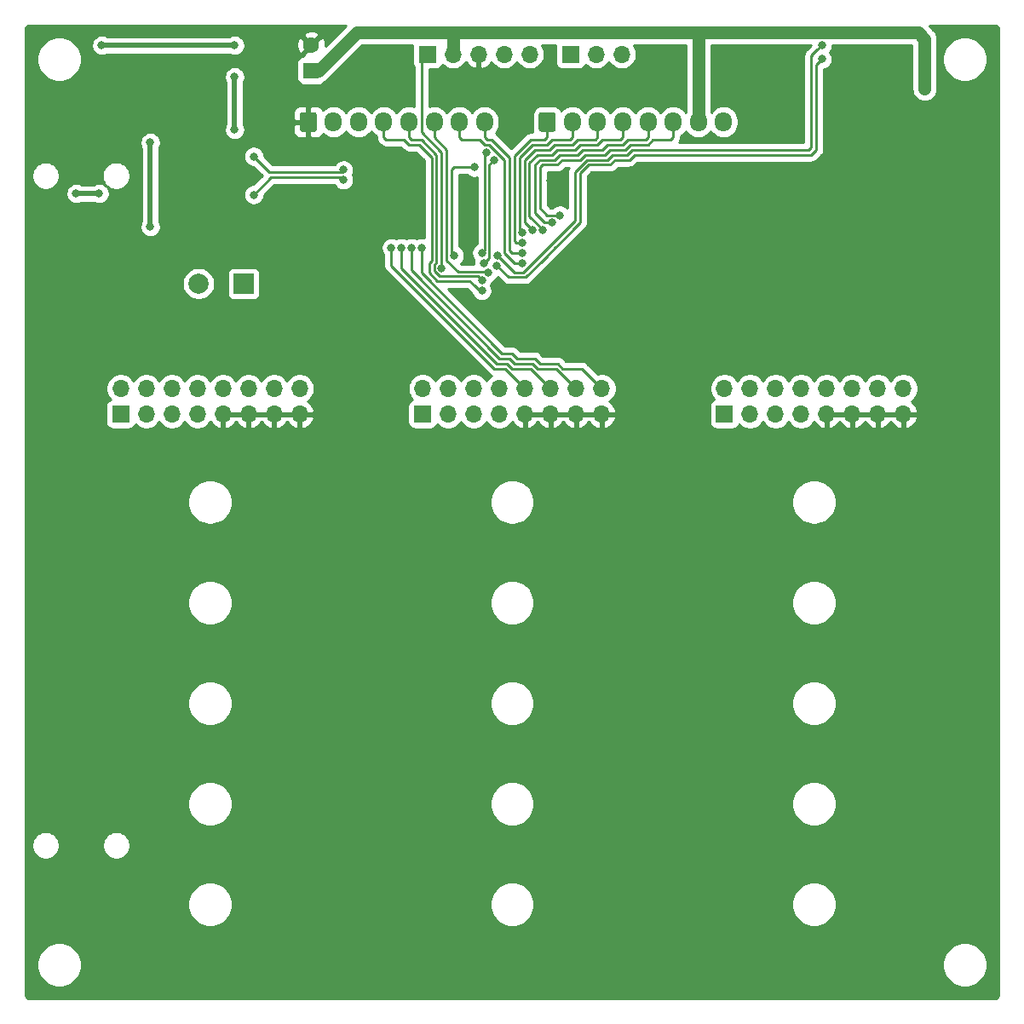
<source format=gbr>
%TF.GenerationSoftware,KiCad,Pcbnew,(5.1.9)-1*%
%TF.CreationDate,2021-05-23T18:55:03+01:00*%
%TF.ProjectId,ControlBoard,436f6e74-726f-46c4-926f-6172642e6b69,rev?*%
%TF.SameCoordinates,Original*%
%TF.FileFunction,Copper,L2,Bot*%
%TF.FilePolarity,Positive*%
%FSLAX46Y46*%
G04 Gerber Fmt 4.6, Leading zero omitted, Abs format (unit mm)*
G04 Created by KiCad (PCBNEW (5.1.9)-1) date 2021-05-23 18:55:03*
%MOMM*%
%LPD*%
G01*
G04 APERTURE LIST*
%TA.AperFunction,ComponentPad*%
%ADD10R,1.700000X1.700000*%
%TD*%
%TA.AperFunction,ComponentPad*%
%ADD11O,1.700000X1.700000*%
%TD*%
%TA.AperFunction,ComponentPad*%
%ADD12O,1.700000X1.950000*%
%TD*%
%TA.AperFunction,ComponentPad*%
%ADD13R,1.600000X1.600000*%
%TD*%
%TA.AperFunction,ComponentPad*%
%ADD14C,1.600000*%
%TD*%
%TA.AperFunction,ComponentPad*%
%ADD15R,2.000000X2.000000*%
%TD*%
%TA.AperFunction,ComponentPad*%
%ADD16C,2.000000*%
%TD*%
%TA.AperFunction,ViaPad*%
%ADD17C,0.800000*%
%TD*%
%TA.AperFunction,Conductor*%
%ADD18C,1.270000*%
%TD*%
%TA.AperFunction,Conductor*%
%ADD19C,0.250000*%
%TD*%
%TA.AperFunction,Conductor*%
%ADD20C,0.500000*%
%TD*%
%TA.AperFunction,Conductor*%
%ADD21C,0.254000*%
%TD*%
%TA.AperFunction,Conductor*%
%ADD22C,0.100000*%
%TD*%
G04 APERTURE END LIST*
D10*
%TO.P,J5,1*%
%TO.N,+5V*%
X31110000Y-60270000D03*
D11*
%TO.P,J5,2*%
%TO.N,/A0*%
X31110000Y-57730000D03*
%TO.P,J5,3*%
%TO.N,+5V*%
X33650000Y-60270000D03*
%TO.P,J5,4*%
%TO.N,/A1*%
X33650000Y-57730000D03*
%TO.P,J5,5*%
%TO.N,+5V*%
X36190000Y-60270000D03*
%TO.P,J5,6*%
%TO.N,/A2*%
X36190000Y-57730000D03*
%TO.P,J5,7*%
%TO.N,+5V*%
X38730000Y-60270000D03*
%TO.P,J5,8*%
%TO.N,/A3*%
X38730000Y-57730000D03*
%TO.P,J5,9*%
%TO.N,GND*%
X41270000Y-60270000D03*
%TO.P,J5,10*%
%TO.N,/A4*%
X41270000Y-57730000D03*
%TO.P,J5,11*%
%TO.N,GND*%
X43810000Y-60270000D03*
%TO.P,J5,12*%
%TO.N,/A5*%
X43810000Y-57730000D03*
%TO.P,J5,13*%
%TO.N,GND*%
X46350000Y-60270000D03*
%TO.P,J5,14*%
%TO.N,/A6*%
X46350000Y-57730000D03*
%TO.P,J5,15*%
%TO.N,GND*%
X48890000Y-60270000D03*
%TO.P,J5,16*%
%TO.N,/A7*%
X48890000Y-57730000D03*
%TD*%
D10*
%TO.P,J6,1*%
%TO.N,+5V*%
X61110000Y-60270000D03*
D11*
%TO.P,J6,2*%
%TO.N,/B0*%
X61110000Y-57730000D03*
%TO.P,J6,3*%
%TO.N,+5V*%
X63650000Y-60270000D03*
%TO.P,J6,4*%
%TO.N,/B1*%
X63650000Y-57730000D03*
%TO.P,J6,5*%
%TO.N,+5V*%
X66190000Y-60270000D03*
%TO.P,J6,6*%
%TO.N,/B2*%
X66190000Y-57730000D03*
%TO.P,J6,7*%
%TO.N,+5V*%
X68730000Y-60270000D03*
%TO.P,J6,8*%
%TO.N,/B3*%
X68730000Y-57730000D03*
%TO.P,J6,9*%
%TO.N,GND*%
X71270000Y-60270000D03*
%TO.P,J6,10*%
%TO.N,/B4*%
X71270000Y-57730000D03*
%TO.P,J6,11*%
%TO.N,GND*%
X73810000Y-60270000D03*
%TO.P,J6,12*%
%TO.N,/B5*%
X73810000Y-57730000D03*
%TO.P,J6,13*%
%TO.N,GND*%
X76350000Y-60270000D03*
%TO.P,J6,14*%
%TO.N,/B6*%
X76350000Y-57730000D03*
%TO.P,J6,15*%
%TO.N,GND*%
X78890000Y-60270000D03*
%TO.P,J6,16*%
%TO.N,/B7*%
X78890000Y-57730000D03*
%TD*%
D10*
%TO.P,J7,1*%
%TO.N,+5V*%
X91110000Y-60270000D03*
D11*
%TO.P,J7,2*%
%TO.N,/C0*%
X91110000Y-57730000D03*
%TO.P,J7,3*%
%TO.N,+5V*%
X93650000Y-60270000D03*
%TO.P,J7,4*%
%TO.N,/C1*%
X93650000Y-57730000D03*
%TO.P,J7,5*%
%TO.N,+5V*%
X96190000Y-60270000D03*
%TO.P,J7,6*%
%TO.N,/C2*%
X96190000Y-57730000D03*
%TO.P,J7,7*%
%TO.N,+5V*%
X98730000Y-60270000D03*
%TO.P,J7,8*%
%TO.N,/C3*%
X98730000Y-57730000D03*
%TO.P,J7,9*%
%TO.N,GND*%
X101270000Y-60270000D03*
%TO.P,J7,10*%
%TO.N,/C4*%
X101270000Y-57730000D03*
%TO.P,J7,11*%
%TO.N,GND*%
X103810000Y-60270000D03*
%TO.P,J7,12*%
%TO.N,/C5*%
X103810000Y-57730000D03*
%TO.P,J7,13*%
%TO.N,GND*%
X106350000Y-60270000D03*
%TO.P,J7,14*%
%TO.N,/C6*%
X106350000Y-57730000D03*
%TO.P,J7,15*%
%TO.N,GND*%
X108890000Y-60270000D03*
%TO.P,J7,16*%
%TO.N,/C7*%
X108890000Y-57730000D03*
%TD*%
%TO.P,J8,1*%
%TO.N,GND*%
%TA.AperFunction,ComponentPad*%
G36*
G01*
X48900000Y-31975000D02*
X48900000Y-30525000D01*
G75*
G02*
X49150000Y-30275000I250000J0D01*
G01*
X50350000Y-30275000D01*
G75*
G02*
X50600000Y-30525000I0J-250000D01*
G01*
X50600000Y-31975000D01*
G75*
G02*
X50350000Y-32225000I-250000J0D01*
G01*
X49150000Y-32225000D01*
G75*
G02*
X48900000Y-31975000I0J250000D01*
G01*
G37*
%TD.AperFunction*%
D12*
%TO.P,J8,2*%
%TO.N,+5V*%
X52250000Y-31250000D03*
%TO.P,J8,3*%
%TO.N,VO*%
X54750000Y-31250000D03*
%TO.P,J8,4*%
%TO.N,/RS*%
X57250000Y-31250000D03*
%TO.P,J8,5*%
%TO.N,/RW*%
X59750000Y-31250000D03*
%TO.P,J8,6*%
%TO.N,/E*%
X62250000Y-31250000D03*
%TO.P,J8,7*%
%TO.N,/D0*%
X64750000Y-31250000D03*
%TO.P,J8,8*%
%TO.N,/D1*%
X67250000Y-31250000D03*
%TD*%
D13*
%TO.P,C2,1*%
%TO.N,+5V*%
X50038000Y-26122000D03*
D14*
%TO.P,C2,2*%
%TO.N,GND*%
X50038000Y-23622000D03*
%TD*%
D15*
%TO.P,BZ1,1*%
%TO.N,Net-(BZ1-Pad1)*%
X43334500Y-47307500D03*
D16*
%TO.P,BZ1,2*%
%TO.N,Net-(BZ1-Pad2)*%
X38834500Y-47307500D03*
%TD*%
D10*
%TO.P,J11,1*%
%TO.N,ICSPDAT*%
X75819000Y-24511000D03*
D11*
%TO.P,J11,2*%
%TO.N,ICSPDAT-VO*%
X78359000Y-24511000D03*
%TO.P,J11,3*%
%TO.N,VO-SIGNAL*%
X80899000Y-24511000D03*
%TD*%
D10*
%TO.P,J3,1*%
%TO.N,~MCLR~*%
X61595000Y-24511000D03*
D11*
%TO.P,J3,2*%
%TO.N,+5V*%
X64135000Y-24511000D03*
%TO.P,J3,3*%
%TO.N,GND*%
X66675000Y-24511000D03*
%TO.P,J3,4*%
%TO.N,ICSPDAT*%
X69215000Y-24511000D03*
%TO.P,J3,5*%
%TO.N,ICSPCLK*%
X71755000Y-24511000D03*
%TD*%
D12*
%TO.P,J9,8*%
%TO.N,K*%
X91000000Y-31250000D03*
%TO.P,J9,7*%
%TO.N,+5V*%
X88500000Y-31250000D03*
%TO.P,J9,6*%
%TO.N,/D7*%
X86000000Y-31250000D03*
%TO.P,J9,5*%
%TO.N,/D6*%
X83500000Y-31250000D03*
%TO.P,J9,4*%
%TO.N,/D5*%
X81000000Y-31250000D03*
%TO.P,J9,3*%
%TO.N,/D4*%
X78500000Y-31250000D03*
%TO.P,J9,2*%
%TO.N,/D3*%
X76000000Y-31250000D03*
%TO.P,J9,1*%
%TO.N,/D2*%
%TA.AperFunction,ComponentPad*%
G36*
G01*
X72650000Y-31975000D02*
X72650000Y-30525000D01*
G75*
G02*
X72900000Y-30275000I250000J0D01*
G01*
X74100000Y-30275000D01*
G75*
G02*
X74350000Y-30525000I0J-250000D01*
G01*
X74350000Y-31975000D01*
G75*
G02*
X74100000Y-32225000I-250000J0D01*
G01*
X72900000Y-32225000D01*
G75*
G02*
X72650000Y-31975000I0J250000D01*
G01*
G37*
%TD.AperFunction*%
%TD*%
D17*
%TO.N,+5V*%
X111000000Y-27950000D03*
%TO.N,GND*%
X29718000Y-43180000D03*
X30099000Y-106680000D03*
X65750000Y-49000000D03*
X32766000Y-101854000D03*
X65500000Y-40600000D03*
X65500000Y-39000000D03*
X29718000Y-40000000D03*
X73800000Y-37100000D03*
X75000000Y-37100000D03*
X60300000Y-38300000D03*
X60300000Y-40400000D03*
X30400000Y-51400000D03*
X30400000Y-53700000D03*
X38735000Y-29591000D03*
X40132000Y-34671000D03*
X40132000Y-38481000D03*
X56000000Y-28750000D03*
X58500000Y-28750000D03*
X90500000Y-24500000D03*
X98250000Y-24500000D03*
X83000000Y-26750000D03*
X73000000Y-27250000D03*
X63000000Y-28000000D03*
X67000000Y-27250000D03*
%TO.N,~MCLR~*%
X63000000Y-45750000D03*
%TO.N,K-SIGNAL*%
X64250000Y-44498000D03*
X66250000Y-35750000D03*
%TO.N,CANTX*%
X44323000Y-38481000D03*
X53250000Y-37000000D03*
%TO.N,CANRX*%
X44323000Y-34671000D03*
X53250000Y-36000000D03*
%TO.N,CANH*%
X26670000Y-38354000D03*
X28956000Y-38354000D03*
%TO.N,/D7*%
X74750000Y-40500000D03*
%TO.N,/RS*%
X67000000Y-48000000D03*
%TO.N,/B4*%
X57999991Y-43750000D03*
%TO.N,/B5*%
X58999994Y-43750000D03*
%TO.N,/B6*%
X59999997Y-43750000D03*
%TO.N,/B7*%
X61000000Y-43750000D03*
%TO.N,/RW*%
X67000000Y-47000000D03*
%TO.N,/E*%
X67600000Y-46200000D03*
%TO.N,ICSPDAT-VO*%
X67193854Y-45286190D03*
X68237347Y-35012653D03*
%TO.N,/D0*%
X71000000Y-45250000D03*
%TO.N,/D1*%
X71000000Y-44250000D03*
%TO.N,/D2*%
X71000000Y-43250000D03*
%TO.N,/D3*%
X71000000Y-42250000D03*
%TO.N,/D4*%
X72000000Y-42000000D03*
%TO.N,/D5*%
X73000000Y-42000000D03*
%TO.N,/D6*%
X74000000Y-41250000D03*
%TO.N,ICSPCLK*%
X67000000Y-44250000D03*
X67487347Y-34262653D03*
%TO.N,Net-(J2-Pad5)*%
X34036000Y-33274000D03*
X34036000Y-41656000D03*
%TO.N,Net-(D2-Pad2)*%
X42418000Y-26750000D03*
X42418000Y-32004000D03*
%TO.N,Net-(R11-Pad2)*%
X42418000Y-23622000D03*
X29210000Y-23622000D03*
%TO.N,ARGB-CLK*%
X68500000Y-45500000D03*
X100800000Y-25000000D03*
%TO.N,ARGB-DAT*%
X68525000Y-44500000D03*
X100800000Y-23587000D03*
%TD*%
D18*
%TO.N,+5V*%
X64135000Y-22365000D02*
X64148000Y-22352000D01*
X64135000Y-24511000D02*
X64135000Y-22365000D01*
X88500000Y-22404000D02*
X88552000Y-22352000D01*
X88500000Y-31250000D02*
X88500000Y-22404000D01*
X64148000Y-22352000D02*
X88552000Y-22352000D01*
X50800198Y-26122000D02*
X50038000Y-26122000D01*
X54570198Y-22352000D02*
X50800198Y-26122000D01*
X64148000Y-22352000D02*
X54570198Y-22352000D01*
X111000000Y-23000000D02*
X111000000Y-27950000D01*
X110352000Y-22352000D02*
X111000000Y-23000000D01*
X88552000Y-22352000D02*
X110352000Y-22352000D01*
D19*
%TO.N,~MCLR~*%
X63000000Y-38750000D02*
X63000000Y-38500000D01*
X63000000Y-39000000D02*
X63000000Y-38750000D01*
X63000000Y-45750000D02*
X63000000Y-39000000D01*
X61000000Y-25106000D02*
X61595000Y-24511000D01*
X61000000Y-32250000D02*
X61000000Y-25106000D01*
X63000000Y-34250000D02*
X61000000Y-32250000D01*
X63000000Y-38750000D02*
X63000000Y-34250000D01*
%TO.N,K-SIGNAL*%
X65000000Y-35750000D02*
X66250000Y-35750000D01*
X64250000Y-35750000D02*
X65000000Y-35750000D01*
X64000000Y-36000000D02*
X64250000Y-35750000D01*
X64000000Y-44250000D02*
X64000000Y-36000000D01*
X64248000Y-44498000D02*
X64000000Y-44250000D01*
X64250000Y-44498000D02*
X64248000Y-44498000D01*
%TO.N,CANTX*%
X53000000Y-36750000D02*
X53250000Y-37000000D01*
X46054000Y-36750000D02*
X53000000Y-36750000D01*
X44323000Y-38481000D02*
X46054000Y-36750000D01*
%TO.N,CANRX*%
X53000000Y-36250000D02*
X53250000Y-36000000D01*
X45902000Y-36250000D02*
X53000000Y-36250000D01*
X44323000Y-34671000D02*
X45902000Y-36250000D01*
D20*
%TO.N,CANH*%
X26670000Y-38354000D02*
X28956000Y-38354000D01*
D19*
%TO.N,/D7*%
X72750000Y-35750000D02*
X72750000Y-39750000D01*
X73000000Y-35500000D02*
X72750000Y-35750000D01*
X86000000Y-31250000D02*
X86000000Y-32750000D01*
X85750000Y-33000000D02*
X84000000Y-33000000D01*
X79750000Y-34000000D02*
X79250000Y-34500000D01*
X79250000Y-34500000D02*
X77250000Y-34500000D01*
X84000000Y-33000000D02*
X83500000Y-33500000D01*
X83500000Y-33500000D02*
X81750000Y-33500000D01*
X81750000Y-33500000D02*
X81250000Y-34000000D01*
X81250000Y-34000000D02*
X79750000Y-34000000D01*
X74500000Y-35500000D02*
X73000000Y-35500000D01*
X72750000Y-39750000D02*
X73500000Y-40500000D01*
X86000000Y-32750000D02*
X85750000Y-33000000D01*
X77250000Y-34500000D02*
X76750000Y-35000000D01*
X73500000Y-40500000D02*
X74750000Y-40500000D01*
X76750000Y-35000000D02*
X75000000Y-35000000D01*
X75000000Y-35000000D02*
X74500000Y-35500000D01*
%TO.N,/RS*%
X66750000Y-48000000D02*
X67000000Y-48000000D01*
X66250000Y-47500000D02*
X66750000Y-48000000D01*
X66500000Y-47750000D02*
X66250000Y-47500000D01*
X66250000Y-47500000D02*
X65780021Y-47030021D01*
X65780021Y-47030021D02*
X65469979Y-47030021D01*
X65469979Y-47030021D02*
X65250000Y-47030021D01*
X57250000Y-32750000D02*
X57250000Y-31250000D01*
X57500000Y-33000000D02*
X57250000Y-32750000D01*
X59750000Y-33500000D02*
X59250000Y-33000000D01*
X62000000Y-34750000D02*
X60750000Y-33500000D01*
X62000000Y-45000000D02*
X62000000Y-34750000D01*
X59250000Y-33000000D02*
X57500000Y-33000000D01*
X61750000Y-45250000D02*
X62000000Y-45000000D01*
X60750000Y-33500000D02*
X59750000Y-33500000D01*
X61750000Y-46250000D02*
X61750000Y-45250000D01*
X62530021Y-47030021D02*
X61750000Y-46250000D01*
X65469979Y-47030021D02*
X62530021Y-47030021D01*
%TO.N,/B4*%
X71270000Y-57730000D02*
X69290000Y-55750000D01*
X57999991Y-45499991D02*
X57999991Y-45000009D01*
X68250000Y-55750000D02*
X57999991Y-45499991D01*
X57999991Y-45000009D02*
X57999991Y-43750000D01*
X69290000Y-55750000D02*
X68250000Y-55750000D01*
%TO.N,/B5*%
X71830000Y-55750000D02*
X72040000Y-55960000D01*
X71250000Y-55750000D02*
X71830000Y-55750000D01*
X73810000Y-57730000D02*
X72040000Y-55960000D01*
X71250000Y-55750000D02*
X71500000Y-55750000D01*
X58999994Y-45749994D02*
X58999994Y-43750000D01*
X69500000Y-55250000D02*
X68500000Y-55250000D01*
X70000000Y-55750000D02*
X69500000Y-55250000D01*
X68500000Y-55250000D02*
X58999994Y-45749994D01*
X71250000Y-55750000D02*
X70000000Y-55750000D01*
%TO.N,/B6*%
X59999997Y-45999997D02*
X59999997Y-43750000D01*
X68750000Y-54750000D02*
X59999997Y-45999997D01*
X69750000Y-54750000D02*
X68750000Y-54750000D01*
X70250000Y-55250000D02*
X69750000Y-54750000D01*
X72000000Y-55250000D02*
X70250000Y-55250000D01*
X72500000Y-55750000D02*
X72000000Y-55250000D01*
X74370000Y-55750000D02*
X72500000Y-55750000D01*
X76350000Y-57730000D02*
X74370000Y-55750000D01*
%TO.N,/B7*%
X75006410Y-55750000D02*
X76910000Y-55750000D01*
X74556401Y-55299991D02*
X75006410Y-55750000D01*
X74549990Y-55299990D02*
X74556401Y-55299991D01*
X74500000Y-55250000D02*
X74549990Y-55299990D01*
X72750000Y-55250000D02*
X74500000Y-55250000D01*
X76910000Y-55750000D02*
X77205000Y-56045000D01*
X72250000Y-54750000D02*
X72750000Y-55250000D01*
X70500000Y-54750000D02*
X72250000Y-54750000D01*
X70000000Y-54250000D02*
X70500000Y-54750000D01*
X69000000Y-54250000D02*
X70000000Y-54250000D01*
X61000000Y-46250000D02*
X69000000Y-54250000D01*
X77205000Y-56045000D02*
X78890000Y-57730000D01*
X61000000Y-43750000D02*
X61000000Y-46250000D01*
%TO.N,/RW*%
X61000000Y-33000000D02*
X60000000Y-33000000D01*
X59750000Y-32750000D02*
X59750000Y-31250000D01*
X62500000Y-45176998D02*
X62500000Y-34500000D01*
X62250000Y-45426998D02*
X62500000Y-45176998D01*
X62250000Y-46073002D02*
X62250000Y-45426998D01*
X62500000Y-34500000D02*
X61000000Y-33000000D01*
X62757009Y-46580011D02*
X62250000Y-46073002D01*
X66580011Y-46580011D02*
X62757009Y-46580011D01*
X60000000Y-33000000D02*
X59750000Y-32750000D01*
X67000000Y-47000000D02*
X66580011Y-46580011D01*
%TO.N,/E*%
X67530001Y-46130001D02*
X67600000Y-46200000D01*
X64630001Y-46130001D02*
X67530001Y-46130001D01*
X63500000Y-45000000D02*
X64630001Y-46130001D01*
X63500000Y-34000000D02*
X63500000Y-45000000D01*
X62250000Y-32750000D02*
X63500000Y-34000000D01*
X62250000Y-31250000D02*
X62250000Y-32750000D01*
%TO.N,ICSPDAT-VO*%
X67750000Y-44750000D02*
X67240000Y-45260000D01*
X67750000Y-44750000D02*
X67750000Y-39000000D01*
X67750000Y-39000000D02*
X67750000Y-36250000D01*
X67750000Y-35500000D02*
X68237347Y-35012653D01*
X67750000Y-36250000D02*
X67750000Y-35500000D01*
%TO.N,/D0*%
X69250000Y-44250000D02*
X69250000Y-43750000D01*
X69250000Y-43750000D02*
X69250000Y-42000000D01*
X69250000Y-42000000D02*
X69250000Y-41750000D01*
X70250000Y-45250000D02*
X69250000Y-44250000D01*
X71000000Y-45250000D02*
X70250000Y-45250000D01*
X69250000Y-35000000D02*
X69250000Y-39000000D01*
X67750000Y-33500000D02*
X69250000Y-35000000D01*
X69250000Y-39000000D02*
X69250000Y-42000000D01*
X67250000Y-33500000D02*
X67750000Y-33500000D01*
X66750000Y-33000000D02*
X67250000Y-33500000D01*
X65000000Y-33000000D02*
X66750000Y-33000000D01*
X64750000Y-32750000D02*
X65000000Y-33000000D01*
X64750000Y-31250000D02*
X64750000Y-32750000D01*
%TO.N,/D1*%
X69750000Y-43750000D02*
X69750000Y-42250000D01*
X69750000Y-42250000D02*
X69750000Y-42000000D01*
X69750000Y-35250000D02*
X69750000Y-37500000D01*
X71000000Y-44250000D02*
X70000000Y-44250000D01*
X69750000Y-44000000D02*
X69750000Y-43750000D01*
X70000000Y-44250000D02*
X69750000Y-44000000D01*
X69750000Y-39000000D02*
X69750000Y-37500000D01*
X69750000Y-42250000D02*
X69750000Y-39000000D01*
X67250000Y-31250000D02*
X67250000Y-32750000D01*
X67250000Y-32750000D02*
X67500000Y-33000000D01*
X69750000Y-35250000D02*
X69750000Y-34750000D01*
X68000000Y-33000000D02*
X69750000Y-34750000D01*
X67500000Y-33000000D02*
X68000000Y-33000000D01*
%TO.N,/D2*%
X70434315Y-43250000D02*
X70250000Y-43065685D01*
X70250000Y-43065685D02*
X70250000Y-42250000D01*
X71000000Y-43250000D02*
X70434315Y-43250000D01*
X70250000Y-43000000D02*
X70250000Y-42250000D01*
X70250000Y-34613590D02*
X70250000Y-39000000D01*
X71863590Y-33000000D02*
X70250000Y-34613590D01*
X73250000Y-33000000D02*
X71863590Y-33000000D01*
X73500000Y-32750000D02*
X73250000Y-33000000D01*
X70250000Y-39000000D02*
X70250000Y-42250000D01*
X73500000Y-31250000D02*
X73500000Y-32750000D01*
%TO.N,/D3*%
X70750000Y-42000000D02*
X71000000Y-42250000D01*
X70750000Y-34750000D02*
X70750000Y-42000000D01*
X72000000Y-33500000D02*
X70750000Y-34750000D01*
X73500000Y-33500000D02*
X72000000Y-33500000D01*
X74000000Y-33000000D02*
X73500000Y-33500000D01*
X75750000Y-33000000D02*
X74000000Y-33000000D01*
X76000000Y-32750000D02*
X75750000Y-33000000D01*
X76000000Y-31250000D02*
X76000000Y-32750000D01*
%TO.N,/D4*%
X71250000Y-41250000D02*
X72000000Y-42000000D01*
X71250000Y-39000000D02*
X71250000Y-41250000D01*
X78500000Y-31250000D02*
X78500000Y-32750000D01*
X78500000Y-32750000D02*
X78250000Y-33000000D01*
X78250000Y-33000000D02*
X76500000Y-33000000D01*
X76500000Y-33000000D02*
X76000000Y-33500000D01*
X76000000Y-33500000D02*
X74250000Y-33500000D01*
X74250000Y-33500000D02*
X73750000Y-34000000D01*
X73750000Y-34000000D02*
X72250000Y-34000000D01*
X71250000Y-35000000D02*
X71250000Y-35750000D01*
X72250000Y-34000000D02*
X71250000Y-35000000D01*
X71250000Y-35750000D02*
X71250000Y-39000000D01*
X71250000Y-35500000D02*
X71250000Y-35750000D01*
%TO.N,/D5*%
X73000000Y-41926998D02*
X71700010Y-40627008D01*
X73000000Y-42000000D02*
X73000000Y-41926998D01*
X71700010Y-36049990D02*
X71700010Y-35799990D01*
X71700010Y-40627008D02*
X71700010Y-36049990D01*
X71700010Y-35299990D02*
X71700010Y-36049990D01*
X72500000Y-34500000D02*
X71700010Y-35299990D01*
X74500000Y-34000000D02*
X74000000Y-34500000D01*
X78500000Y-33500000D02*
X76750000Y-33500000D01*
X76750000Y-33500000D02*
X76250000Y-34000000D01*
X79000000Y-33000000D02*
X78500000Y-33500000D01*
X74000000Y-34500000D02*
X72500000Y-34500000D01*
X80750000Y-33000000D02*
X79000000Y-33000000D01*
X76250000Y-34000000D02*
X74500000Y-34000000D01*
X81000000Y-32750000D02*
X80750000Y-33000000D01*
X81000000Y-31250000D02*
X81000000Y-32750000D01*
%TO.N,/D6*%
X74000000Y-41250000D02*
X74000000Y-41073002D01*
X73250000Y-41250000D02*
X72250000Y-40250000D01*
X74000000Y-41250000D02*
X73250000Y-41250000D01*
X72250000Y-36250000D02*
X72250000Y-36000000D01*
X72250000Y-40250000D02*
X72250000Y-39000000D01*
X83500000Y-31250000D02*
X83500000Y-32750000D01*
X83500000Y-32750000D02*
X83250000Y-33000000D01*
X83250000Y-33000000D02*
X81500000Y-33000000D01*
X81500000Y-33000000D02*
X81000000Y-33500000D01*
X81000000Y-33500000D02*
X79500000Y-33500000D01*
X79500000Y-33500000D02*
X79000000Y-34000000D01*
X79000000Y-34000000D02*
X77000000Y-34000000D01*
X77000000Y-34000000D02*
X76500000Y-34500000D01*
X76500000Y-34500000D02*
X74750000Y-34500000D01*
X74750000Y-34500000D02*
X74250000Y-35000000D01*
X74250000Y-35000000D02*
X72750000Y-35000000D01*
X72750000Y-35000000D02*
X72250000Y-35500000D01*
X72250000Y-35500000D02*
X72250000Y-36500000D01*
X72250000Y-36500000D02*
X72250000Y-36250000D01*
X72250000Y-39000000D02*
X72250000Y-36500000D01*
%TO.N,ICSPCLK*%
X67000000Y-44250000D02*
X67250000Y-44000000D01*
X67250000Y-39000000D02*
X67250000Y-36323002D01*
X67250000Y-44000000D02*
X67250000Y-39000000D01*
X67250000Y-36323002D02*
X67250000Y-36250000D01*
X67250000Y-34500000D02*
X67487347Y-34262653D01*
X67250000Y-36323002D02*
X67250000Y-34500000D01*
D20*
%TO.N,Net-(J2-Pad5)*%
X34036000Y-33274000D02*
X34036000Y-41656000D01*
%TO.N,Net-(D2-Pad2)*%
X42418000Y-26750000D02*
X42418000Y-32004000D01*
%TO.N,Net-(R11-Pad2)*%
X42418000Y-23622000D02*
X29210000Y-23622000D01*
D19*
%TO.N,ARGB-CLK*%
X69660540Y-46660540D02*
X68500000Y-45500000D01*
X71339460Y-46660540D02*
X69660540Y-46660540D01*
X73000000Y-45000000D02*
X71339460Y-46660540D01*
X74312000Y-43688000D02*
X73000000Y-45000000D01*
X76500000Y-41500000D02*
X73000000Y-45000000D01*
X100300000Y-25500000D02*
X100800000Y-25000000D01*
X100250000Y-25550000D02*
X100800000Y-25000000D01*
X99750000Y-34500000D02*
X100250000Y-34000000D01*
X82150000Y-34500000D02*
X99750000Y-34500000D01*
X100250000Y-34000000D02*
X100250000Y-25550000D01*
X81650000Y-35000000D02*
X82150000Y-34500000D01*
X80250000Y-35000000D02*
X81650000Y-35000000D01*
X79750000Y-35500000D02*
X80250000Y-35000000D01*
X77586410Y-35500000D02*
X79750000Y-35500000D01*
X76750000Y-36336410D02*
X77586410Y-35500000D01*
X76750000Y-41250000D02*
X76500000Y-41500000D01*
X76750000Y-36336410D02*
X76750000Y-41250000D01*
%TO.N,ARGB-DAT*%
X68525000Y-44500000D02*
X68525000Y-44275000D01*
X70283532Y-46210530D02*
X71112472Y-46210530D01*
X68573002Y-44500000D02*
X70283532Y-46210530D01*
X68525000Y-44500000D02*
X68573002Y-44500000D01*
X71112472Y-46210530D02*
X73393501Y-43929501D01*
X74061501Y-43261501D02*
X73393501Y-43929501D01*
X74397002Y-42926000D02*
X74061501Y-43261501D01*
X99800001Y-24586999D02*
X99800001Y-24599999D01*
X77450000Y-35000000D02*
X76250000Y-36200000D01*
X80000000Y-34500000D02*
X79500000Y-35000000D01*
X81450000Y-34500000D02*
X80000000Y-34500000D01*
X81950000Y-34000000D02*
X81450000Y-34500000D01*
X99500000Y-34000000D02*
X81950000Y-34000000D01*
X79500000Y-35000000D02*
X77450000Y-35000000D01*
X99500000Y-34000000D02*
X99750000Y-33750000D01*
X99750000Y-24637000D02*
X100318500Y-24068500D01*
X99750000Y-33750000D02*
X99750000Y-24637000D01*
X100318500Y-24068500D02*
X99800001Y-24586999D01*
X100800000Y-23587000D02*
X100318500Y-24068500D01*
X76250000Y-41073002D02*
X75786501Y-41536501D01*
X76250000Y-36200000D02*
X76250000Y-41073002D01*
X75786501Y-41536501D02*
X74061501Y-43261501D01*
X76000000Y-41323002D02*
X75786501Y-41536501D01*
%TD*%
D21*
%TO.N,GND*%
X51473216Y-23652931D02*
X51478217Y-23551488D01*
X51436787Y-23271870D01*
X51341603Y-23005708D01*
X51274671Y-22880486D01*
X51030702Y-22808903D01*
X50217605Y-23622000D01*
X50231748Y-23636143D01*
X50052143Y-23815748D01*
X50038000Y-23801605D01*
X49224903Y-24614702D01*
X49245215Y-24683928D01*
X49238000Y-24683928D01*
X49113518Y-24696188D01*
X48993820Y-24732498D01*
X48883506Y-24791463D01*
X48786815Y-24870815D01*
X48707463Y-24967506D01*
X48648498Y-25077820D01*
X48612188Y-25197518D01*
X48599928Y-25322000D01*
X48599928Y-26922000D01*
X48612188Y-27046482D01*
X48648498Y-27166180D01*
X48707463Y-27276494D01*
X48786815Y-27373185D01*
X48883506Y-27452537D01*
X48993820Y-27511502D01*
X49113518Y-27547812D01*
X49238000Y-27560072D01*
X50838000Y-27560072D01*
X50962482Y-27547812D01*
X51082180Y-27511502D01*
X51192494Y-27452537D01*
X51289185Y-27373185D01*
X51368537Y-27276494D01*
X51382187Y-27250957D01*
X51509186Y-27183075D01*
X51702568Y-27024370D01*
X51742339Y-26975909D01*
X55096249Y-23622000D01*
X60110769Y-23622000D01*
X60106928Y-23661000D01*
X60106928Y-25361000D01*
X60119188Y-25485482D01*
X60155498Y-25605180D01*
X60214463Y-25715494D01*
X60240001Y-25746612D01*
X60240000Y-29721820D01*
X60041110Y-29661487D01*
X59750000Y-29632815D01*
X59458889Y-29661487D01*
X59178966Y-29746401D01*
X58920986Y-29884294D01*
X58694866Y-30069866D01*
X58509294Y-30295987D01*
X58500000Y-30313374D01*
X58490706Y-30295986D01*
X58305134Y-30069866D01*
X58079013Y-29884294D01*
X57821033Y-29746401D01*
X57541110Y-29661487D01*
X57250000Y-29632815D01*
X56958889Y-29661487D01*
X56678966Y-29746401D01*
X56420986Y-29884294D01*
X56194866Y-30069866D01*
X56009294Y-30295987D01*
X56000000Y-30313374D01*
X55990706Y-30295986D01*
X55805134Y-30069866D01*
X55579013Y-29884294D01*
X55321033Y-29746401D01*
X55041110Y-29661487D01*
X54750000Y-29632815D01*
X54458889Y-29661487D01*
X54178966Y-29746401D01*
X53920986Y-29884294D01*
X53694866Y-30069866D01*
X53509294Y-30295987D01*
X53500000Y-30313374D01*
X53490706Y-30295986D01*
X53305134Y-30069866D01*
X53079013Y-29884294D01*
X52821033Y-29746401D01*
X52541110Y-29661487D01*
X52250000Y-29632815D01*
X51958889Y-29661487D01*
X51678966Y-29746401D01*
X51420986Y-29884294D01*
X51200055Y-30065608D01*
X51189502Y-30030820D01*
X51130537Y-29920506D01*
X51051185Y-29823815D01*
X50954494Y-29744463D01*
X50844180Y-29685498D01*
X50724482Y-29649188D01*
X50600000Y-29636928D01*
X50035750Y-29640000D01*
X49877000Y-29798750D01*
X49877000Y-31123000D01*
X49897000Y-31123000D01*
X49897000Y-31377000D01*
X49877000Y-31377000D01*
X49877000Y-32701250D01*
X50035750Y-32860000D01*
X50600000Y-32863072D01*
X50724482Y-32850812D01*
X50844180Y-32814502D01*
X50954494Y-32755537D01*
X51051185Y-32676185D01*
X51130537Y-32579494D01*
X51189502Y-32469180D01*
X51200055Y-32434392D01*
X51420987Y-32615706D01*
X51678967Y-32753599D01*
X51958890Y-32838513D01*
X52250000Y-32867185D01*
X52541111Y-32838513D01*
X52821034Y-32753599D01*
X53079014Y-32615706D01*
X53305134Y-32430134D01*
X53490706Y-32204014D01*
X53500000Y-32186626D01*
X53509294Y-32204014D01*
X53694866Y-32430134D01*
X53920987Y-32615706D01*
X54178967Y-32753599D01*
X54458890Y-32838513D01*
X54750000Y-32867185D01*
X55041111Y-32838513D01*
X55321034Y-32753599D01*
X55579014Y-32615706D01*
X55805134Y-32430134D01*
X55990706Y-32204014D01*
X56000000Y-32186626D01*
X56009294Y-32204014D01*
X56194866Y-32430134D01*
X56420987Y-32615706D01*
X56490000Y-32652594D01*
X56490000Y-32712677D01*
X56486324Y-32750000D01*
X56490000Y-32787322D01*
X56490000Y-32787332D01*
X56500997Y-32898985D01*
X56531639Y-32999999D01*
X56544454Y-33042246D01*
X56615026Y-33174276D01*
X56624813Y-33186201D01*
X56709999Y-33290001D01*
X56739002Y-33313803D01*
X56936200Y-33511002D01*
X56959999Y-33540001D01*
X57075724Y-33634974D01*
X57207753Y-33705546D01*
X57351014Y-33749003D01*
X57462667Y-33760000D01*
X57462676Y-33760000D01*
X57499999Y-33763676D01*
X57537322Y-33760000D01*
X58935199Y-33760000D01*
X59186196Y-34010997D01*
X59209999Y-34040001D01*
X59325724Y-34134974D01*
X59457753Y-34205546D01*
X59601014Y-34249003D01*
X59712667Y-34260000D01*
X59712675Y-34260000D01*
X59750000Y-34263676D01*
X59787325Y-34260000D01*
X60435199Y-34260000D01*
X61240001Y-35064803D01*
X61240000Y-42742462D01*
X61101939Y-42715000D01*
X60898061Y-42715000D01*
X60698102Y-42754774D01*
X60509744Y-42832795D01*
X60499999Y-42839307D01*
X60490253Y-42832795D01*
X60301895Y-42754774D01*
X60101936Y-42715000D01*
X59898058Y-42715000D01*
X59698099Y-42754774D01*
X59509741Y-42832795D01*
X59499996Y-42839307D01*
X59490250Y-42832795D01*
X59301892Y-42754774D01*
X59101933Y-42715000D01*
X58898055Y-42715000D01*
X58698096Y-42754774D01*
X58509738Y-42832795D01*
X58499993Y-42839307D01*
X58490247Y-42832795D01*
X58301889Y-42754774D01*
X58101930Y-42715000D01*
X57898052Y-42715000D01*
X57698093Y-42754774D01*
X57509735Y-42832795D01*
X57340217Y-42946063D01*
X57196054Y-43090226D01*
X57082786Y-43259744D01*
X57004765Y-43448102D01*
X56964991Y-43648061D01*
X56964991Y-43851939D01*
X57004765Y-44051898D01*
X57082786Y-44240256D01*
X57196054Y-44409774D01*
X57239991Y-44453711D01*
X57239991Y-45462669D01*
X57236315Y-45499991D01*
X57239991Y-45537313D01*
X57239991Y-45537323D01*
X57250988Y-45648976D01*
X57281333Y-45749012D01*
X57294445Y-45792237D01*
X57365017Y-45924267D01*
X57398446Y-45965000D01*
X57459990Y-46039992D01*
X57488994Y-46063795D01*
X67686200Y-56261002D01*
X67709999Y-56290001D01*
X67825724Y-56384974D01*
X67957753Y-56455546D01*
X67962342Y-56456938D01*
X67783368Y-56576525D01*
X67576525Y-56783368D01*
X67460000Y-56957760D01*
X67343475Y-56783368D01*
X67136632Y-56576525D01*
X66893411Y-56414010D01*
X66623158Y-56302068D01*
X66336260Y-56245000D01*
X66043740Y-56245000D01*
X65756842Y-56302068D01*
X65486589Y-56414010D01*
X65243368Y-56576525D01*
X65036525Y-56783368D01*
X64920000Y-56957760D01*
X64803475Y-56783368D01*
X64596632Y-56576525D01*
X64353411Y-56414010D01*
X64083158Y-56302068D01*
X63796260Y-56245000D01*
X63503740Y-56245000D01*
X63216842Y-56302068D01*
X62946589Y-56414010D01*
X62703368Y-56576525D01*
X62496525Y-56783368D01*
X62380000Y-56957760D01*
X62263475Y-56783368D01*
X62056632Y-56576525D01*
X61813411Y-56414010D01*
X61543158Y-56302068D01*
X61256260Y-56245000D01*
X60963740Y-56245000D01*
X60676842Y-56302068D01*
X60406589Y-56414010D01*
X60163368Y-56576525D01*
X59956525Y-56783368D01*
X59794010Y-57026589D01*
X59682068Y-57296842D01*
X59625000Y-57583740D01*
X59625000Y-57876260D01*
X59682068Y-58163158D01*
X59794010Y-58433411D01*
X59956525Y-58676632D01*
X60088380Y-58808487D01*
X60015820Y-58830498D01*
X59905506Y-58889463D01*
X59808815Y-58968815D01*
X59729463Y-59065506D01*
X59670498Y-59175820D01*
X59634188Y-59295518D01*
X59621928Y-59420000D01*
X59621928Y-61120000D01*
X59634188Y-61244482D01*
X59670498Y-61364180D01*
X59729463Y-61474494D01*
X59808815Y-61571185D01*
X59905506Y-61650537D01*
X60015820Y-61709502D01*
X60135518Y-61745812D01*
X60260000Y-61758072D01*
X61960000Y-61758072D01*
X62084482Y-61745812D01*
X62204180Y-61709502D01*
X62314494Y-61650537D01*
X62411185Y-61571185D01*
X62490537Y-61474494D01*
X62549502Y-61364180D01*
X62571513Y-61291620D01*
X62703368Y-61423475D01*
X62946589Y-61585990D01*
X63216842Y-61697932D01*
X63503740Y-61755000D01*
X63796260Y-61755000D01*
X64083158Y-61697932D01*
X64353411Y-61585990D01*
X64596632Y-61423475D01*
X64803475Y-61216632D01*
X64920000Y-61042240D01*
X65036525Y-61216632D01*
X65243368Y-61423475D01*
X65486589Y-61585990D01*
X65756842Y-61697932D01*
X66043740Y-61755000D01*
X66336260Y-61755000D01*
X66623158Y-61697932D01*
X66893411Y-61585990D01*
X67136632Y-61423475D01*
X67343475Y-61216632D01*
X67460000Y-61042240D01*
X67576525Y-61216632D01*
X67783368Y-61423475D01*
X68026589Y-61585990D01*
X68296842Y-61697932D01*
X68583740Y-61755000D01*
X68876260Y-61755000D01*
X69163158Y-61697932D01*
X69433411Y-61585990D01*
X69676632Y-61423475D01*
X69883475Y-61216632D01*
X70005195Y-61034466D01*
X70074822Y-61151355D01*
X70269731Y-61367588D01*
X70503080Y-61541641D01*
X70765901Y-61666825D01*
X70913110Y-61711476D01*
X71143000Y-61590155D01*
X71143000Y-60397000D01*
X71397000Y-60397000D01*
X71397000Y-61590155D01*
X71626890Y-61711476D01*
X71774099Y-61666825D01*
X72036920Y-61541641D01*
X72270269Y-61367588D01*
X72465178Y-61151355D01*
X72540000Y-61025745D01*
X72614822Y-61151355D01*
X72809731Y-61367588D01*
X73043080Y-61541641D01*
X73305901Y-61666825D01*
X73453110Y-61711476D01*
X73683000Y-61590155D01*
X73683000Y-60397000D01*
X73937000Y-60397000D01*
X73937000Y-61590155D01*
X74166890Y-61711476D01*
X74314099Y-61666825D01*
X74576920Y-61541641D01*
X74810269Y-61367588D01*
X75005178Y-61151355D01*
X75080000Y-61025745D01*
X75154822Y-61151355D01*
X75349731Y-61367588D01*
X75583080Y-61541641D01*
X75845901Y-61666825D01*
X75993110Y-61711476D01*
X76223000Y-61590155D01*
X76223000Y-60397000D01*
X76477000Y-60397000D01*
X76477000Y-61590155D01*
X76706890Y-61711476D01*
X76854099Y-61666825D01*
X77116920Y-61541641D01*
X77350269Y-61367588D01*
X77545178Y-61151355D01*
X77620000Y-61025745D01*
X77694822Y-61151355D01*
X77889731Y-61367588D01*
X78123080Y-61541641D01*
X78385901Y-61666825D01*
X78533110Y-61711476D01*
X78763000Y-61590155D01*
X78763000Y-60397000D01*
X79017000Y-60397000D01*
X79017000Y-61590155D01*
X79246890Y-61711476D01*
X79394099Y-61666825D01*
X79656920Y-61541641D01*
X79890269Y-61367588D01*
X80085178Y-61151355D01*
X80234157Y-60901252D01*
X80331481Y-60626891D01*
X80210814Y-60397000D01*
X79017000Y-60397000D01*
X78763000Y-60397000D01*
X76477000Y-60397000D01*
X76223000Y-60397000D01*
X73937000Y-60397000D01*
X73683000Y-60397000D01*
X71397000Y-60397000D01*
X71143000Y-60397000D01*
X71123000Y-60397000D01*
X71123000Y-60143000D01*
X71143000Y-60143000D01*
X71143000Y-60123000D01*
X71397000Y-60123000D01*
X71397000Y-60143000D01*
X73683000Y-60143000D01*
X73683000Y-60123000D01*
X73937000Y-60123000D01*
X73937000Y-60143000D01*
X76223000Y-60143000D01*
X76223000Y-60123000D01*
X76477000Y-60123000D01*
X76477000Y-60143000D01*
X78763000Y-60143000D01*
X78763000Y-60123000D01*
X79017000Y-60123000D01*
X79017000Y-60143000D01*
X80210814Y-60143000D01*
X80331481Y-59913109D01*
X80234157Y-59638748D01*
X80103856Y-59420000D01*
X89621928Y-59420000D01*
X89621928Y-61120000D01*
X89634188Y-61244482D01*
X89670498Y-61364180D01*
X89729463Y-61474494D01*
X89808815Y-61571185D01*
X89905506Y-61650537D01*
X90015820Y-61709502D01*
X90135518Y-61745812D01*
X90260000Y-61758072D01*
X91960000Y-61758072D01*
X92084482Y-61745812D01*
X92204180Y-61709502D01*
X92314494Y-61650537D01*
X92411185Y-61571185D01*
X92490537Y-61474494D01*
X92549502Y-61364180D01*
X92571513Y-61291620D01*
X92703368Y-61423475D01*
X92946589Y-61585990D01*
X93216842Y-61697932D01*
X93503740Y-61755000D01*
X93796260Y-61755000D01*
X94083158Y-61697932D01*
X94353411Y-61585990D01*
X94596632Y-61423475D01*
X94803475Y-61216632D01*
X94920000Y-61042240D01*
X95036525Y-61216632D01*
X95243368Y-61423475D01*
X95486589Y-61585990D01*
X95756842Y-61697932D01*
X96043740Y-61755000D01*
X96336260Y-61755000D01*
X96623158Y-61697932D01*
X96893411Y-61585990D01*
X97136632Y-61423475D01*
X97343475Y-61216632D01*
X97460000Y-61042240D01*
X97576525Y-61216632D01*
X97783368Y-61423475D01*
X98026589Y-61585990D01*
X98296842Y-61697932D01*
X98583740Y-61755000D01*
X98876260Y-61755000D01*
X99163158Y-61697932D01*
X99433411Y-61585990D01*
X99676632Y-61423475D01*
X99883475Y-61216632D01*
X100005195Y-61034466D01*
X100074822Y-61151355D01*
X100269731Y-61367588D01*
X100503080Y-61541641D01*
X100765901Y-61666825D01*
X100913110Y-61711476D01*
X101143000Y-61590155D01*
X101143000Y-60397000D01*
X101397000Y-60397000D01*
X101397000Y-61590155D01*
X101626890Y-61711476D01*
X101774099Y-61666825D01*
X102036920Y-61541641D01*
X102270269Y-61367588D01*
X102465178Y-61151355D01*
X102540000Y-61025745D01*
X102614822Y-61151355D01*
X102809731Y-61367588D01*
X103043080Y-61541641D01*
X103305901Y-61666825D01*
X103453110Y-61711476D01*
X103683000Y-61590155D01*
X103683000Y-60397000D01*
X103937000Y-60397000D01*
X103937000Y-61590155D01*
X104166890Y-61711476D01*
X104314099Y-61666825D01*
X104576920Y-61541641D01*
X104810269Y-61367588D01*
X105005178Y-61151355D01*
X105080000Y-61025745D01*
X105154822Y-61151355D01*
X105349731Y-61367588D01*
X105583080Y-61541641D01*
X105845901Y-61666825D01*
X105993110Y-61711476D01*
X106223000Y-61590155D01*
X106223000Y-60397000D01*
X106477000Y-60397000D01*
X106477000Y-61590155D01*
X106706890Y-61711476D01*
X106854099Y-61666825D01*
X107116920Y-61541641D01*
X107350269Y-61367588D01*
X107545178Y-61151355D01*
X107620000Y-61025745D01*
X107694822Y-61151355D01*
X107889731Y-61367588D01*
X108123080Y-61541641D01*
X108385901Y-61666825D01*
X108533110Y-61711476D01*
X108763000Y-61590155D01*
X108763000Y-60397000D01*
X109017000Y-60397000D01*
X109017000Y-61590155D01*
X109246890Y-61711476D01*
X109394099Y-61666825D01*
X109656920Y-61541641D01*
X109890269Y-61367588D01*
X110085178Y-61151355D01*
X110234157Y-60901252D01*
X110331481Y-60626891D01*
X110210814Y-60397000D01*
X109017000Y-60397000D01*
X108763000Y-60397000D01*
X106477000Y-60397000D01*
X106223000Y-60397000D01*
X103937000Y-60397000D01*
X103683000Y-60397000D01*
X101397000Y-60397000D01*
X101143000Y-60397000D01*
X101123000Y-60397000D01*
X101123000Y-60143000D01*
X101143000Y-60143000D01*
X101143000Y-60123000D01*
X101397000Y-60123000D01*
X101397000Y-60143000D01*
X103683000Y-60143000D01*
X103683000Y-60123000D01*
X103937000Y-60123000D01*
X103937000Y-60143000D01*
X106223000Y-60143000D01*
X106223000Y-60123000D01*
X106477000Y-60123000D01*
X106477000Y-60143000D01*
X108763000Y-60143000D01*
X108763000Y-60123000D01*
X109017000Y-60123000D01*
X109017000Y-60143000D01*
X110210814Y-60143000D01*
X110331481Y-59913109D01*
X110234157Y-59638748D01*
X110085178Y-59388645D01*
X109890269Y-59172412D01*
X109660594Y-59001100D01*
X109836632Y-58883475D01*
X110043475Y-58676632D01*
X110205990Y-58433411D01*
X110317932Y-58163158D01*
X110375000Y-57876260D01*
X110375000Y-57583740D01*
X110317932Y-57296842D01*
X110205990Y-57026589D01*
X110043475Y-56783368D01*
X109836632Y-56576525D01*
X109593411Y-56414010D01*
X109323158Y-56302068D01*
X109036260Y-56245000D01*
X108743740Y-56245000D01*
X108456842Y-56302068D01*
X108186589Y-56414010D01*
X107943368Y-56576525D01*
X107736525Y-56783368D01*
X107620000Y-56957760D01*
X107503475Y-56783368D01*
X107296632Y-56576525D01*
X107053411Y-56414010D01*
X106783158Y-56302068D01*
X106496260Y-56245000D01*
X106203740Y-56245000D01*
X105916842Y-56302068D01*
X105646589Y-56414010D01*
X105403368Y-56576525D01*
X105196525Y-56783368D01*
X105080000Y-56957760D01*
X104963475Y-56783368D01*
X104756632Y-56576525D01*
X104513411Y-56414010D01*
X104243158Y-56302068D01*
X103956260Y-56245000D01*
X103663740Y-56245000D01*
X103376842Y-56302068D01*
X103106589Y-56414010D01*
X102863368Y-56576525D01*
X102656525Y-56783368D01*
X102540000Y-56957760D01*
X102423475Y-56783368D01*
X102216632Y-56576525D01*
X101973411Y-56414010D01*
X101703158Y-56302068D01*
X101416260Y-56245000D01*
X101123740Y-56245000D01*
X100836842Y-56302068D01*
X100566589Y-56414010D01*
X100323368Y-56576525D01*
X100116525Y-56783368D01*
X100000000Y-56957760D01*
X99883475Y-56783368D01*
X99676632Y-56576525D01*
X99433411Y-56414010D01*
X99163158Y-56302068D01*
X98876260Y-56245000D01*
X98583740Y-56245000D01*
X98296842Y-56302068D01*
X98026589Y-56414010D01*
X97783368Y-56576525D01*
X97576525Y-56783368D01*
X97460000Y-56957760D01*
X97343475Y-56783368D01*
X97136632Y-56576525D01*
X96893411Y-56414010D01*
X96623158Y-56302068D01*
X96336260Y-56245000D01*
X96043740Y-56245000D01*
X95756842Y-56302068D01*
X95486589Y-56414010D01*
X95243368Y-56576525D01*
X95036525Y-56783368D01*
X94920000Y-56957760D01*
X94803475Y-56783368D01*
X94596632Y-56576525D01*
X94353411Y-56414010D01*
X94083158Y-56302068D01*
X93796260Y-56245000D01*
X93503740Y-56245000D01*
X93216842Y-56302068D01*
X92946589Y-56414010D01*
X92703368Y-56576525D01*
X92496525Y-56783368D01*
X92380000Y-56957760D01*
X92263475Y-56783368D01*
X92056632Y-56576525D01*
X91813411Y-56414010D01*
X91543158Y-56302068D01*
X91256260Y-56245000D01*
X90963740Y-56245000D01*
X90676842Y-56302068D01*
X90406589Y-56414010D01*
X90163368Y-56576525D01*
X89956525Y-56783368D01*
X89794010Y-57026589D01*
X89682068Y-57296842D01*
X89625000Y-57583740D01*
X89625000Y-57876260D01*
X89682068Y-58163158D01*
X89794010Y-58433411D01*
X89956525Y-58676632D01*
X90088380Y-58808487D01*
X90015820Y-58830498D01*
X89905506Y-58889463D01*
X89808815Y-58968815D01*
X89729463Y-59065506D01*
X89670498Y-59175820D01*
X89634188Y-59295518D01*
X89621928Y-59420000D01*
X80103856Y-59420000D01*
X80085178Y-59388645D01*
X79890269Y-59172412D01*
X79660594Y-59001100D01*
X79836632Y-58883475D01*
X80043475Y-58676632D01*
X80205990Y-58433411D01*
X80317932Y-58163158D01*
X80375000Y-57876260D01*
X80375000Y-57583740D01*
X80317932Y-57296842D01*
X80205990Y-57026589D01*
X80043475Y-56783368D01*
X79836632Y-56576525D01*
X79593411Y-56414010D01*
X79323158Y-56302068D01*
X79036260Y-56245000D01*
X78743740Y-56245000D01*
X78523592Y-56288791D01*
X77473804Y-55239003D01*
X77450001Y-55209999D01*
X77334276Y-55115026D01*
X77202247Y-55044454D01*
X77058986Y-55000997D01*
X76947333Y-54990000D01*
X76947322Y-54990000D01*
X76910000Y-54986324D01*
X76872678Y-54990000D01*
X75321211Y-54990000D01*
X75120242Y-54789031D01*
X75096486Y-54760075D01*
X75067445Y-54736234D01*
X75067403Y-54736192D01*
X75049313Y-54721346D01*
X75040001Y-54709999D01*
X74924276Y-54615026D01*
X74792247Y-54544454D01*
X74648986Y-54500997D01*
X74537333Y-54490000D01*
X74537322Y-54490000D01*
X74500000Y-54486324D01*
X74462678Y-54490000D01*
X73064801Y-54490000D01*
X72813804Y-54239003D01*
X72790001Y-54209999D01*
X72674276Y-54115026D01*
X72542247Y-54044454D01*
X72398986Y-54000997D01*
X72287333Y-53990000D01*
X72287322Y-53990000D01*
X72250000Y-53986324D01*
X72212678Y-53990000D01*
X70814801Y-53990000D01*
X70563804Y-53739003D01*
X70540001Y-53709999D01*
X70424276Y-53615026D01*
X70292247Y-53544454D01*
X70148986Y-53500997D01*
X70037333Y-53490000D01*
X70037322Y-53490000D01*
X70000000Y-53486324D01*
X69962678Y-53490000D01*
X69314803Y-53490000D01*
X63614823Y-47790021D01*
X65465220Y-47790021D01*
X65686201Y-48011002D01*
X65988997Y-48313799D01*
X65989003Y-48313804D01*
X66024345Y-48349146D01*
X66082795Y-48490256D01*
X66196063Y-48659774D01*
X66340226Y-48803937D01*
X66509744Y-48917205D01*
X66698102Y-48995226D01*
X66898061Y-49035000D01*
X67101939Y-49035000D01*
X67301898Y-48995226D01*
X67490256Y-48917205D01*
X67659774Y-48803937D01*
X67803937Y-48659774D01*
X67917205Y-48490256D01*
X67995226Y-48301898D01*
X68035000Y-48101939D01*
X68035000Y-47898061D01*
X67995226Y-47698102D01*
X67917205Y-47509744D01*
X67910694Y-47500000D01*
X67917205Y-47490256D01*
X67995226Y-47301898D01*
X68026729Y-47143519D01*
X68090256Y-47117205D01*
X68259774Y-47003937D01*
X68403937Y-46859774D01*
X68517205Y-46690256D01*
X68545982Y-46620784D01*
X69096745Y-47171548D01*
X69120539Y-47200541D01*
X69149532Y-47224335D01*
X69149536Y-47224339D01*
X69220225Y-47282351D01*
X69236264Y-47295514D01*
X69368293Y-47366086D01*
X69511554Y-47409543D01*
X69623207Y-47420540D01*
X69623216Y-47420540D01*
X69660539Y-47424216D01*
X69697862Y-47420540D01*
X71302138Y-47420540D01*
X71339460Y-47424216D01*
X71376782Y-47420540D01*
X71376793Y-47420540D01*
X71488446Y-47409543D01*
X71631707Y-47366086D01*
X71763736Y-47295514D01*
X71879461Y-47200541D01*
X71903264Y-47171537D01*
X73563799Y-45511003D01*
X73563803Y-45510998D01*
X74875799Y-44199003D01*
X74875800Y-44199002D01*
X77063799Y-42011004D01*
X77063807Y-42010994D01*
X77261003Y-41813799D01*
X77290001Y-41790001D01*
X77384974Y-41674276D01*
X77455546Y-41542247D01*
X77499003Y-41398986D01*
X77510000Y-41287333D01*
X77510000Y-41287324D01*
X77513676Y-41250001D01*
X77510000Y-41212678D01*
X77510000Y-36651211D01*
X77901212Y-36260000D01*
X79712678Y-36260000D01*
X79750000Y-36263676D01*
X79787322Y-36260000D01*
X79787333Y-36260000D01*
X79898986Y-36249003D01*
X80042247Y-36205546D01*
X80174276Y-36134974D01*
X80290001Y-36040001D01*
X80313804Y-36010997D01*
X80564801Y-35760000D01*
X81612678Y-35760000D01*
X81650000Y-35763676D01*
X81687322Y-35760000D01*
X81687333Y-35760000D01*
X81798986Y-35749003D01*
X81942247Y-35705546D01*
X82074276Y-35634974D01*
X82190001Y-35540001D01*
X82213804Y-35510997D01*
X82464801Y-35260000D01*
X99712678Y-35260000D01*
X99750000Y-35263676D01*
X99787322Y-35260000D01*
X99787333Y-35260000D01*
X99898986Y-35249003D01*
X100042247Y-35205546D01*
X100174276Y-35134974D01*
X100290001Y-35040001D01*
X100313804Y-35010997D01*
X100760998Y-34563803D01*
X100790001Y-34540001D01*
X100884974Y-34424276D01*
X100955546Y-34292247D01*
X100999003Y-34148986D01*
X101010000Y-34037333D01*
X101010000Y-34037325D01*
X101013676Y-34000000D01*
X101010000Y-33962675D01*
X101010000Y-26013506D01*
X101101898Y-25995226D01*
X101290256Y-25917205D01*
X101459774Y-25803937D01*
X101603937Y-25659774D01*
X101717205Y-25490256D01*
X101795226Y-25301898D01*
X101835000Y-25101939D01*
X101835000Y-24898061D01*
X101795226Y-24698102D01*
X101717205Y-24509744D01*
X101603937Y-24340226D01*
X101557211Y-24293500D01*
X101603937Y-24246774D01*
X101717205Y-24077256D01*
X101795226Y-23888898D01*
X101835000Y-23688939D01*
X101835000Y-23622000D01*
X109730000Y-23622000D01*
X109730001Y-28012380D01*
X109748378Y-28198963D01*
X109820998Y-28438359D01*
X109938926Y-28658988D01*
X110097631Y-28852370D01*
X110291013Y-29011075D01*
X110511642Y-29129003D01*
X110751038Y-29201623D01*
X111000000Y-29226144D01*
X111248963Y-29201623D01*
X111488359Y-29129003D01*
X111708988Y-29011075D01*
X111902370Y-28852370D01*
X112061075Y-28658988D01*
X112179003Y-28438359D01*
X112251623Y-28198963D01*
X112270000Y-28012380D01*
X112270000Y-24779872D01*
X112765000Y-24779872D01*
X112765000Y-25220128D01*
X112850890Y-25651925D01*
X113019369Y-26058669D01*
X113263962Y-26424729D01*
X113575271Y-26736038D01*
X113941331Y-26980631D01*
X114348075Y-27149110D01*
X114779872Y-27235000D01*
X115220128Y-27235000D01*
X115651925Y-27149110D01*
X116058669Y-26980631D01*
X116424729Y-26736038D01*
X116736038Y-26424729D01*
X116980631Y-26058669D01*
X117149110Y-25651925D01*
X117235000Y-25220128D01*
X117235000Y-24779872D01*
X117149110Y-24348075D01*
X116980631Y-23941331D01*
X116736038Y-23575271D01*
X116424729Y-23263962D01*
X116058669Y-23019369D01*
X115651925Y-22850890D01*
X115220128Y-22765000D01*
X114779872Y-22765000D01*
X114348075Y-22850890D01*
X113941331Y-23019369D01*
X113575271Y-23263962D01*
X113263962Y-23575271D01*
X113019369Y-23941331D01*
X112850890Y-24348075D01*
X112765000Y-24779872D01*
X112270000Y-24779872D01*
X112270000Y-23062372D01*
X112276143Y-22999999D01*
X112270000Y-22937626D01*
X112270000Y-22937620D01*
X112251623Y-22751037D01*
X112251250Y-22749805D01*
X112229594Y-22678416D01*
X112179003Y-22511641D01*
X112061075Y-22291012D01*
X111902370Y-22097630D01*
X111853910Y-22057860D01*
X111456050Y-21660000D01*
X117967721Y-21660000D01*
X118065424Y-21669580D01*
X118128356Y-21688580D01*
X118186405Y-21719445D01*
X118237343Y-21760989D01*
X118279248Y-21811644D01*
X118310515Y-21869471D01*
X118329956Y-21932272D01*
X118340000Y-22027835D01*
X118340001Y-117967711D01*
X118330420Y-118065424D01*
X118311420Y-118128357D01*
X118280554Y-118186406D01*
X118239011Y-118237343D01*
X118188356Y-118279248D01*
X118130529Y-118310515D01*
X118067728Y-118329956D01*
X117972165Y-118340000D01*
X22032279Y-118340000D01*
X21934576Y-118330420D01*
X21871643Y-118311420D01*
X21813594Y-118280554D01*
X21762657Y-118239011D01*
X21720752Y-118188356D01*
X21689485Y-118130529D01*
X21670044Y-118067728D01*
X21660000Y-117972165D01*
X21660000Y-114779872D01*
X22765000Y-114779872D01*
X22765000Y-115220128D01*
X22850890Y-115651925D01*
X23019369Y-116058669D01*
X23263962Y-116424729D01*
X23575271Y-116736038D01*
X23941331Y-116980631D01*
X24348075Y-117149110D01*
X24779872Y-117235000D01*
X25220128Y-117235000D01*
X25651925Y-117149110D01*
X26058669Y-116980631D01*
X26424729Y-116736038D01*
X26736038Y-116424729D01*
X26980631Y-116058669D01*
X27149110Y-115651925D01*
X27235000Y-115220128D01*
X27235000Y-114779872D01*
X112765000Y-114779872D01*
X112765000Y-115220128D01*
X112850890Y-115651925D01*
X113019369Y-116058669D01*
X113263962Y-116424729D01*
X113575271Y-116736038D01*
X113941331Y-116980631D01*
X114348075Y-117149110D01*
X114779872Y-117235000D01*
X115220128Y-117235000D01*
X115651925Y-117149110D01*
X116058669Y-116980631D01*
X116424729Y-116736038D01*
X116736038Y-116424729D01*
X116980631Y-116058669D01*
X117149110Y-115651925D01*
X117235000Y-115220128D01*
X117235000Y-114779872D01*
X117149110Y-114348075D01*
X116980631Y-113941331D01*
X116736038Y-113575271D01*
X116424729Y-113263962D01*
X116058669Y-113019369D01*
X115651925Y-112850890D01*
X115220128Y-112765000D01*
X114779872Y-112765000D01*
X114348075Y-112850890D01*
X113941331Y-113019369D01*
X113575271Y-113263962D01*
X113263962Y-113575271D01*
X113019369Y-113941331D01*
X112850890Y-114348075D01*
X112765000Y-114779872D01*
X27235000Y-114779872D01*
X27149110Y-114348075D01*
X26980631Y-113941331D01*
X26736038Y-113575271D01*
X26424729Y-113263962D01*
X26058669Y-113019369D01*
X25651925Y-112850890D01*
X25220128Y-112765000D01*
X24779872Y-112765000D01*
X24348075Y-112850890D01*
X23941331Y-113019369D01*
X23575271Y-113263962D01*
X23263962Y-113575271D01*
X23019369Y-113941331D01*
X22850890Y-114348075D01*
X22765000Y-114779872D01*
X21660000Y-114779872D01*
X21660000Y-108779872D01*
X37765000Y-108779872D01*
X37765000Y-109220128D01*
X37850890Y-109651925D01*
X38019369Y-110058669D01*
X38263962Y-110424729D01*
X38575271Y-110736038D01*
X38941331Y-110980631D01*
X39348075Y-111149110D01*
X39779872Y-111235000D01*
X40220128Y-111235000D01*
X40651925Y-111149110D01*
X41058669Y-110980631D01*
X41424729Y-110736038D01*
X41736038Y-110424729D01*
X41980631Y-110058669D01*
X42149110Y-109651925D01*
X42235000Y-109220128D01*
X42235000Y-108779872D01*
X67765000Y-108779872D01*
X67765000Y-109220128D01*
X67850890Y-109651925D01*
X68019369Y-110058669D01*
X68263962Y-110424729D01*
X68575271Y-110736038D01*
X68941331Y-110980631D01*
X69348075Y-111149110D01*
X69779872Y-111235000D01*
X70220128Y-111235000D01*
X70651925Y-111149110D01*
X71058669Y-110980631D01*
X71424729Y-110736038D01*
X71736038Y-110424729D01*
X71980631Y-110058669D01*
X72149110Y-109651925D01*
X72235000Y-109220128D01*
X72235000Y-108779872D01*
X97765000Y-108779872D01*
X97765000Y-109220128D01*
X97850890Y-109651925D01*
X98019369Y-110058669D01*
X98263962Y-110424729D01*
X98575271Y-110736038D01*
X98941331Y-110980631D01*
X99348075Y-111149110D01*
X99779872Y-111235000D01*
X100220128Y-111235000D01*
X100651925Y-111149110D01*
X101058669Y-110980631D01*
X101424729Y-110736038D01*
X101736038Y-110424729D01*
X101980631Y-110058669D01*
X102149110Y-109651925D01*
X102235000Y-109220128D01*
X102235000Y-108779872D01*
X102149110Y-108348075D01*
X101980631Y-107941331D01*
X101736038Y-107575271D01*
X101424729Y-107263962D01*
X101058669Y-107019369D01*
X100651925Y-106850890D01*
X100220128Y-106765000D01*
X99779872Y-106765000D01*
X99348075Y-106850890D01*
X98941331Y-107019369D01*
X98575271Y-107263962D01*
X98263962Y-107575271D01*
X98019369Y-107941331D01*
X97850890Y-108348075D01*
X97765000Y-108779872D01*
X72235000Y-108779872D01*
X72149110Y-108348075D01*
X71980631Y-107941331D01*
X71736038Y-107575271D01*
X71424729Y-107263962D01*
X71058669Y-107019369D01*
X70651925Y-106850890D01*
X70220128Y-106765000D01*
X69779872Y-106765000D01*
X69348075Y-106850890D01*
X68941331Y-107019369D01*
X68575271Y-107263962D01*
X68263962Y-107575271D01*
X68019369Y-107941331D01*
X67850890Y-108348075D01*
X67765000Y-108779872D01*
X42235000Y-108779872D01*
X42149110Y-108348075D01*
X41980631Y-107941331D01*
X41736038Y-107575271D01*
X41424729Y-107263962D01*
X41058669Y-107019369D01*
X40651925Y-106850890D01*
X40220128Y-106765000D01*
X39779872Y-106765000D01*
X39348075Y-106850890D01*
X38941331Y-107019369D01*
X38575271Y-107263962D01*
X38263962Y-107575271D01*
X38019369Y-107941331D01*
X37850890Y-108348075D01*
X37765000Y-108779872D01*
X21660000Y-108779872D01*
X21660000Y-102987589D01*
X22265000Y-102987589D01*
X22265000Y-103260411D01*
X22318225Y-103527989D01*
X22422629Y-103780043D01*
X22574201Y-104006886D01*
X22767114Y-104199799D01*
X22993957Y-104351371D01*
X23246011Y-104455775D01*
X23513589Y-104509000D01*
X23786411Y-104509000D01*
X24053989Y-104455775D01*
X24306043Y-104351371D01*
X24532886Y-104199799D01*
X24725799Y-104006886D01*
X24877371Y-103780043D01*
X24981775Y-103527989D01*
X25035000Y-103260411D01*
X25035000Y-102987589D01*
X29265000Y-102987589D01*
X29265000Y-103260411D01*
X29318225Y-103527989D01*
X29422629Y-103780043D01*
X29574201Y-104006886D01*
X29767114Y-104199799D01*
X29993957Y-104351371D01*
X30246011Y-104455775D01*
X30513589Y-104509000D01*
X30786411Y-104509000D01*
X31053989Y-104455775D01*
X31306043Y-104351371D01*
X31532886Y-104199799D01*
X31725799Y-104006886D01*
X31877371Y-103780043D01*
X31981775Y-103527989D01*
X32035000Y-103260411D01*
X32035000Y-102987589D01*
X31981775Y-102720011D01*
X31877371Y-102467957D01*
X31725799Y-102241114D01*
X31532886Y-102048201D01*
X31306043Y-101896629D01*
X31053989Y-101792225D01*
X30786411Y-101739000D01*
X30513589Y-101739000D01*
X30246011Y-101792225D01*
X29993957Y-101896629D01*
X29767114Y-102048201D01*
X29574201Y-102241114D01*
X29422629Y-102467957D01*
X29318225Y-102720011D01*
X29265000Y-102987589D01*
X25035000Y-102987589D01*
X24981775Y-102720011D01*
X24877371Y-102467957D01*
X24725799Y-102241114D01*
X24532886Y-102048201D01*
X24306043Y-101896629D01*
X24053989Y-101792225D01*
X23786411Y-101739000D01*
X23513589Y-101739000D01*
X23246011Y-101792225D01*
X22993957Y-101896629D01*
X22767114Y-102048201D01*
X22574201Y-102241114D01*
X22422629Y-102467957D01*
X22318225Y-102720011D01*
X22265000Y-102987589D01*
X21660000Y-102987589D01*
X21660000Y-98779872D01*
X37765000Y-98779872D01*
X37765000Y-99220128D01*
X37850890Y-99651925D01*
X38019369Y-100058669D01*
X38263962Y-100424729D01*
X38575271Y-100736038D01*
X38941331Y-100980631D01*
X39348075Y-101149110D01*
X39779872Y-101235000D01*
X40220128Y-101235000D01*
X40651925Y-101149110D01*
X41058669Y-100980631D01*
X41424729Y-100736038D01*
X41736038Y-100424729D01*
X41980631Y-100058669D01*
X42149110Y-99651925D01*
X42235000Y-99220128D01*
X42235000Y-98779872D01*
X67765000Y-98779872D01*
X67765000Y-99220128D01*
X67850890Y-99651925D01*
X68019369Y-100058669D01*
X68263962Y-100424729D01*
X68575271Y-100736038D01*
X68941331Y-100980631D01*
X69348075Y-101149110D01*
X69779872Y-101235000D01*
X70220128Y-101235000D01*
X70651925Y-101149110D01*
X71058669Y-100980631D01*
X71424729Y-100736038D01*
X71736038Y-100424729D01*
X71980631Y-100058669D01*
X72149110Y-99651925D01*
X72235000Y-99220128D01*
X72235000Y-98779872D01*
X97765000Y-98779872D01*
X97765000Y-99220128D01*
X97850890Y-99651925D01*
X98019369Y-100058669D01*
X98263962Y-100424729D01*
X98575271Y-100736038D01*
X98941331Y-100980631D01*
X99348075Y-101149110D01*
X99779872Y-101235000D01*
X100220128Y-101235000D01*
X100651925Y-101149110D01*
X101058669Y-100980631D01*
X101424729Y-100736038D01*
X101736038Y-100424729D01*
X101980631Y-100058669D01*
X102149110Y-99651925D01*
X102235000Y-99220128D01*
X102235000Y-98779872D01*
X102149110Y-98348075D01*
X101980631Y-97941331D01*
X101736038Y-97575271D01*
X101424729Y-97263962D01*
X101058669Y-97019369D01*
X100651925Y-96850890D01*
X100220128Y-96765000D01*
X99779872Y-96765000D01*
X99348075Y-96850890D01*
X98941331Y-97019369D01*
X98575271Y-97263962D01*
X98263962Y-97575271D01*
X98019369Y-97941331D01*
X97850890Y-98348075D01*
X97765000Y-98779872D01*
X72235000Y-98779872D01*
X72149110Y-98348075D01*
X71980631Y-97941331D01*
X71736038Y-97575271D01*
X71424729Y-97263962D01*
X71058669Y-97019369D01*
X70651925Y-96850890D01*
X70220128Y-96765000D01*
X69779872Y-96765000D01*
X69348075Y-96850890D01*
X68941331Y-97019369D01*
X68575271Y-97263962D01*
X68263962Y-97575271D01*
X68019369Y-97941331D01*
X67850890Y-98348075D01*
X67765000Y-98779872D01*
X42235000Y-98779872D01*
X42149110Y-98348075D01*
X41980631Y-97941331D01*
X41736038Y-97575271D01*
X41424729Y-97263962D01*
X41058669Y-97019369D01*
X40651925Y-96850890D01*
X40220128Y-96765000D01*
X39779872Y-96765000D01*
X39348075Y-96850890D01*
X38941331Y-97019369D01*
X38575271Y-97263962D01*
X38263962Y-97575271D01*
X38019369Y-97941331D01*
X37850890Y-98348075D01*
X37765000Y-98779872D01*
X21660000Y-98779872D01*
X21660000Y-88779872D01*
X37765000Y-88779872D01*
X37765000Y-89220128D01*
X37850890Y-89651925D01*
X38019369Y-90058669D01*
X38263962Y-90424729D01*
X38575271Y-90736038D01*
X38941331Y-90980631D01*
X39348075Y-91149110D01*
X39779872Y-91235000D01*
X40220128Y-91235000D01*
X40651925Y-91149110D01*
X41058669Y-90980631D01*
X41424729Y-90736038D01*
X41736038Y-90424729D01*
X41980631Y-90058669D01*
X42149110Y-89651925D01*
X42235000Y-89220128D01*
X42235000Y-88779872D01*
X67765000Y-88779872D01*
X67765000Y-89220128D01*
X67850890Y-89651925D01*
X68019369Y-90058669D01*
X68263962Y-90424729D01*
X68575271Y-90736038D01*
X68941331Y-90980631D01*
X69348075Y-91149110D01*
X69779872Y-91235000D01*
X70220128Y-91235000D01*
X70651925Y-91149110D01*
X71058669Y-90980631D01*
X71424729Y-90736038D01*
X71736038Y-90424729D01*
X71980631Y-90058669D01*
X72149110Y-89651925D01*
X72235000Y-89220128D01*
X72235000Y-88779872D01*
X97765000Y-88779872D01*
X97765000Y-89220128D01*
X97850890Y-89651925D01*
X98019369Y-90058669D01*
X98263962Y-90424729D01*
X98575271Y-90736038D01*
X98941331Y-90980631D01*
X99348075Y-91149110D01*
X99779872Y-91235000D01*
X100220128Y-91235000D01*
X100651925Y-91149110D01*
X101058669Y-90980631D01*
X101424729Y-90736038D01*
X101736038Y-90424729D01*
X101980631Y-90058669D01*
X102149110Y-89651925D01*
X102235000Y-89220128D01*
X102235000Y-88779872D01*
X102149110Y-88348075D01*
X101980631Y-87941331D01*
X101736038Y-87575271D01*
X101424729Y-87263962D01*
X101058669Y-87019369D01*
X100651925Y-86850890D01*
X100220128Y-86765000D01*
X99779872Y-86765000D01*
X99348075Y-86850890D01*
X98941331Y-87019369D01*
X98575271Y-87263962D01*
X98263962Y-87575271D01*
X98019369Y-87941331D01*
X97850890Y-88348075D01*
X97765000Y-88779872D01*
X72235000Y-88779872D01*
X72149110Y-88348075D01*
X71980631Y-87941331D01*
X71736038Y-87575271D01*
X71424729Y-87263962D01*
X71058669Y-87019369D01*
X70651925Y-86850890D01*
X70220128Y-86765000D01*
X69779872Y-86765000D01*
X69348075Y-86850890D01*
X68941331Y-87019369D01*
X68575271Y-87263962D01*
X68263962Y-87575271D01*
X68019369Y-87941331D01*
X67850890Y-88348075D01*
X67765000Y-88779872D01*
X42235000Y-88779872D01*
X42149110Y-88348075D01*
X41980631Y-87941331D01*
X41736038Y-87575271D01*
X41424729Y-87263962D01*
X41058669Y-87019369D01*
X40651925Y-86850890D01*
X40220128Y-86765000D01*
X39779872Y-86765000D01*
X39348075Y-86850890D01*
X38941331Y-87019369D01*
X38575271Y-87263962D01*
X38263962Y-87575271D01*
X38019369Y-87941331D01*
X37850890Y-88348075D01*
X37765000Y-88779872D01*
X21660000Y-88779872D01*
X21660000Y-78779872D01*
X37765000Y-78779872D01*
X37765000Y-79220128D01*
X37850890Y-79651925D01*
X38019369Y-80058669D01*
X38263962Y-80424729D01*
X38575271Y-80736038D01*
X38941331Y-80980631D01*
X39348075Y-81149110D01*
X39779872Y-81235000D01*
X40220128Y-81235000D01*
X40651925Y-81149110D01*
X41058669Y-80980631D01*
X41424729Y-80736038D01*
X41736038Y-80424729D01*
X41980631Y-80058669D01*
X42149110Y-79651925D01*
X42235000Y-79220128D01*
X42235000Y-78779872D01*
X67765000Y-78779872D01*
X67765000Y-79220128D01*
X67850890Y-79651925D01*
X68019369Y-80058669D01*
X68263962Y-80424729D01*
X68575271Y-80736038D01*
X68941331Y-80980631D01*
X69348075Y-81149110D01*
X69779872Y-81235000D01*
X70220128Y-81235000D01*
X70651925Y-81149110D01*
X71058669Y-80980631D01*
X71424729Y-80736038D01*
X71736038Y-80424729D01*
X71980631Y-80058669D01*
X72149110Y-79651925D01*
X72235000Y-79220128D01*
X72235000Y-78779872D01*
X97765000Y-78779872D01*
X97765000Y-79220128D01*
X97850890Y-79651925D01*
X98019369Y-80058669D01*
X98263962Y-80424729D01*
X98575271Y-80736038D01*
X98941331Y-80980631D01*
X99348075Y-81149110D01*
X99779872Y-81235000D01*
X100220128Y-81235000D01*
X100651925Y-81149110D01*
X101058669Y-80980631D01*
X101424729Y-80736038D01*
X101736038Y-80424729D01*
X101980631Y-80058669D01*
X102149110Y-79651925D01*
X102235000Y-79220128D01*
X102235000Y-78779872D01*
X102149110Y-78348075D01*
X101980631Y-77941331D01*
X101736038Y-77575271D01*
X101424729Y-77263962D01*
X101058669Y-77019369D01*
X100651925Y-76850890D01*
X100220128Y-76765000D01*
X99779872Y-76765000D01*
X99348075Y-76850890D01*
X98941331Y-77019369D01*
X98575271Y-77263962D01*
X98263962Y-77575271D01*
X98019369Y-77941331D01*
X97850890Y-78348075D01*
X97765000Y-78779872D01*
X72235000Y-78779872D01*
X72149110Y-78348075D01*
X71980631Y-77941331D01*
X71736038Y-77575271D01*
X71424729Y-77263962D01*
X71058669Y-77019369D01*
X70651925Y-76850890D01*
X70220128Y-76765000D01*
X69779872Y-76765000D01*
X69348075Y-76850890D01*
X68941331Y-77019369D01*
X68575271Y-77263962D01*
X68263962Y-77575271D01*
X68019369Y-77941331D01*
X67850890Y-78348075D01*
X67765000Y-78779872D01*
X42235000Y-78779872D01*
X42149110Y-78348075D01*
X41980631Y-77941331D01*
X41736038Y-77575271D01*
X41424729Y-77263962D01*
X41058669Y-77019369D01*
X40651925Y-76850890D01*
X40220128Y-76765000D01*
X39779872Y-76765000D01*
X39348075Y-76850890D01*
X38941331Y-77019369D01*
X38575271Y-77263962D01*
X38263962Y-77575271D01*
X38019369Y-77941331D01*
X37850890Y-78348075D01*
X37765000Y-78779872D01*
X21660000Y-78779872D01*
X21660000Y-68779872D01*
X37765000Y-68779872D01*
X37765000Y-69220128D01*
X37850890Y-69651925D01*
X38019369Y-70058669D01*
X38263962Y-70424729D01*
X38575271Y-70736038D01*
X38941331Y-70980631D01*
X39348075Y-71149110D01*
X39779872Y-71235000D01*
X40220128Y-71235000D01*
X40651925Y-71149110D01*
X41058669Y-70980631D01*
X41424729Y-70736038D01*
X41736038Y-70424729D01*
X41980631Y-70058669D01*
X42149110Y-69651925D01*
X42235000Y-69220128D01*
X42235000Y-68779872D01*
X67765000Y-68779872D01*
X67765000Y-69220128D01*
X67850890Y-69651925D01*
X68019369Y-70058669D01*
X68263962Y-70424729D01*
X68575271Y-70736038D01*
X68941331Y-70980631D01*
X69348075Y-71149110D01*
X69779872Y-71235000D01*
X70220128Y-71235000D01*
X70651925Y-71149110D01*
X71058669Y-70980631D01*
X71424729Y-70736038D01*
X71736038Y-70424729D01*
X71980631Y-70058669D01*
X72149110Y-69651925D01*
X72235000Y-69220128D01*
X72235000Y-68779872D01*
X97765000Y-68779872D01*
X97765000Y-69220128D01*
X97850890Y-69651925D01*
X98019369Y-70058669D01*
X98263962Y-70424729D01*
X98575271Y-70736038D01*
X98941331Y-70980631D01*
X99348075Y-71149110D01*
X99779872Y-71235000D01*
X100220128Y-71235000D01*
X100651925Y-71149110D01*
X101058669Y-70980631D01*
X101424729Y-70736038D01*
X101736038Y-70424729D01*
X101980631Y-70058669D01*
X102149110Y-69651925D01*
X102235000Y-69220128D01*
X102235000Y-68779872D01*
X102149110Y-68348075D01*
X101980631Y-67941331D01*
X101736038Y-67575271D01*
X101424729Y-67263962D01*
X101058669Y-67019369D01*
X100651925Y-66850890D01*
X100220128Y-66765000D01*
X99779872Y-66765000D01*
X99348075Y-66850890D01*
X98941331Y-67019369D01*
X98575271Y-67263962D01*
X98263962Y-67575271D01*
X98019369Y-67941331D01*
X97850890Y-68348075D01*
X97765000Y-68779872D01*
X72235000Y-68779872D01*
X72149110Y-68348075D01*
X71980631Y-67941331D01*
X71736038Y-67575271D01*
X71424729Y-67263962D01*
X71058669Y-67019369D01*
X70651925Y-66850890D01*
X70220128Y-66765000D01*
X69779872Y-66765000D01*
X69348075Y-66850890D01*
X68941331Y-67019369D01*
X68575271Y-67263962D01*
X68263962Y-67575271D01*
X68019369Y-67941331D01*
X67850890Y-68348075D01*
X67765000Y-68779872D01*
X42235000Y-68779872D01*
X42149110Y-68348075D01*
X41980631Y-67941331D01*
X41736038Y-67575271D01*
X41424729Y-67263962D01*
X41058669Y-67019369D01*
X40651925Y-66850890D01*
X40220128Y-66765000D01*
X39779872Y-66765000D01*
X39348075Y-66850890D01*
X38941331Y-67019369D01*
X38575271Y-67263962D01*
X38263962Y-67575271D01*
X38019369Y-67941331D01*
X37850890Y-68348075D01*
X37765000Y-68779872D01*
X21660000Y-68779872D01*
X21660000Y-59420000D01*
X29621928Y-59420000D01*
X29621928Y-61120000D01*
X29634188Y-61244482D01*
X29670498Y-61364180D01*
X29729463Y-61474494D01*
X29808815Y-61571185D01*
X29905506Y-61650537D01*
X30015820Y-61709502D01*
X30135518Y-61745812D01*
X30260000Y-61758072D01*
X31960000Y-61758072D01*
X32084482Y-61745812D01*
X32204180Y-61709502D01*
X32314494Y-61650537D01*
X32411185Y-61571185D01*
X32490537Y-61474494D01*
X32549502Y-61364180D01*
X32571513Y-61291620D01*
X32703368Y-61423475D01*
X32946589Y-61585990D01*
X33216842Y-61697932D01*
X33503740Y-61755000D01*
X33796260Y-61755000D01*
X34083158Y-61697932D01*
X34353411Y-61585990D01*
X34596632Y-61423475D01*
X34803475Y-61216632D01*
X34920000Y-61042240D01*
X35036525Y-61216632D01*
X35243368Y-61423475D01*
X35486589Y-61585990D01*
X35756842Y-61697932D01*
X36043740Y-61755000D01*
X36336260Y-61755000D01*
X36623158Y-61697932D01*
X36893411Y-61585990D01*
X37136632Y-61423475D01*
X37343475Y-61216632D01*
X37460000Y-61042240D01*
X37576525Y-61216632D01*
X37783368Y-61423475D01*
X38026589Y-61585990D01*
X38296842Y-61697932D01*
X38583740Y-61755000D01*
X38876260Y-61755000D01*
X39163158Y-61697932D01*
X39433411Y-61585990D01*
X39676632Y-61423475D01*
X39883475Y-61216632D01*
X40005195Y-61034466D01*
X40074822Y-61151355D01*
X40269731Y-61367588D01*
X40503080Y-61541641D01*
X40765901Y-61666825D01*
X40913110Y-61711476D01*
X41143000Y-61590155D01*
X41143000Y-60397000D01*
X41397000Y-60397000D01*
X41397000Y-61590155D01*
X41626890Y-61711476D01*
X41774099Y-61666825D01*
X42036920Y-61541641D01*
X42270269Y-61367588D01*
X42465178Y-61151355D01*
X42540000Y-61025745D01*
X42614822Y-61151355D01*
X42809731Y-61367588D01*
X43043080Y-61541641D01*
X43305901Y-61666825D01*
X43453110Y-61711476D01*
X43683000Y-61590155D01*
X43683000Y-60397000D01*
X43937000Y-60397000D01*
X43937000Y-61590155D01*
X44166890Y-61711476D01*
X44314099Y-61666825D01*
X44576920Y-61541641D01*
X44810269Y-61367588D01*
X45005178Y-61151355D01*
X45080000Y-61025745D01*
X45154822Y-61151355D01*
X45349731Y-61367588D01*
X45583080Y-61541641D01*
X45845901Y-61666825D01*
X45993110Y-61711476D01*
X46223000Y-61590155D01*
X46223000Y-60397000D01*
X46477000Y-60397000D01*
X46477000Y-61590155D01*
X46706890Y-61711476D01*
X46854099Y-61666825D01*
X47116920Y-61541641D01*
X47350269Y-61367588D01*
X47545178Y-61151355D01*
X47620000Y-61025745D01*
X47694822Y-61151355D01*
X47889731Y-61367588D01*
X48123080Y-61541641D01*
X48385901Y-61666825D01*
X48533110Y-61711476D01*
X48763000Y-61590155D01*
X48763000Y-60397000D01*
X49017000Y-60397000D01*
X49017000Y-61590155D01*
X49246890Y-61711476D01*
X49394099Y-61666825D01*
X49656920Y-61541641D01*
X49890269Y-61367588D01*
X50085178Y-61151355D01*
X50234157Y-60901252D01*
X50331481Y-60626891D01*
X50210814Y-60397000D01*
X49017000Y-60397000D01*
X48763000Y-60397000D01*
X46477000Y-60397000D01*
X46223000Y-60397000D01*
X43937000Y-60397000D01*
X43683000Y-60397000D01*
X41397000Y-60397000D01*
X41143000Y-60397000D01*
X41123000Y-60397000D01*
X41123000Y-60143000D01*
X41143000Y-60143000D01*
X41143000Y-60123000D01*
X41397000Y-60123000D01*
X41397000Y-60143000D01*
X43683000Y-60143000D01*
X43683000Y-60123000D01*
X43937000Y-60123000D01*
X43937000Y-60143000D01*
X46223000Y-60143000D01*
X46223000Y-60123000D01*
X46477000Y-60123000D01*
X46477000Y-60143000D01*
X48763000Y-60143000D01*
X48763000Y-60123000D01*
X49017000Y-60123000D01*
X49017000Y-60143000D01*
X50210814Y-60143000D01*
X50331481Y-59913109D01*
X50234157Y-59638748D01*
X50085178Y-59388645D01*
X49890269Y-59172412D01*
X49660594Y-59001100D01*
X49836632Y-58883475D01*
X50043475Y-58676632D01*
X50205990Y-58433411D01*
X50317932Y-58163158D01*
X50375000Y-57876260D01*
X50375000Y-57583740D01*
X50317932Y-57296842D01*
X50205990Y-57026589D01*
X50043475Y-56783368D01*
X49836632Y-56576525D01*
X49593411Y-56414010D01*
X49323158Y-56302068D01*
X49036260Y-56245000D01*
X48743740Y-56245000D01*
X48456842Y-56302068D01*
X48186589Y-56414010D01*
X47943368Y-56576525D01*
X47736525Y-56783368D01*
X47620000Y-56957760D01*
X47503475Y-56783368D01*
X47296632Y-56576525D01*
X47053411Y-56414010D01*
X46783158Y-56302068D01*
X46496260Y-56245000D01*
X46203740Y-56245000D01*
X45916842Y-56302068D01*
X45646589Y-56414010D01*
X45403368Y-56576525D01*
X45196525Y-56783368D01*
X45080000Y-56957760D01*
X44963475Y-56783368D01*
X44756632Y-56576525D01*
X44513411Y-56414010D01*
X44243158Y-56302068D01*
X43956260Y-56245000D01*
X43663740Y-56245000D01*
X43376842Y-56302068D01*
X43106589Y-56414010D01*
X42863368Y-56576525D01*
X42656525Y-56783368D01*
X42540000Y-56957760D01*
X42423475Y-56783368D01*
X42216632Y-56576525D01*
X41973411Y-56414010D01*
X41703158Y-56302068D01*
X41416260Y-56245000D01*
X41123740Y-56245000D01*
X40836842Y-56302068D01*
X40566589Y-56414010D01*
X40323368Y-56576525D01*
X40116525Y-56783368D01*
X40000000Y-56957760D01*
X39883475Y-56783368D01*
X39676632Y-56576525D01*
X39433411Y-56414010D01*
X39163158Y-56302068D01*
X38876260Y-56245000D01*
X38583740Y-56245000D01*
X38296842Y-56302068D01*
X38026589Y-56414010D01*
X37783368Y-56576525D01*
X37576525Y-56783368D01*
X37460000Y-56957760D01*
X37343475Y-56783368D01*
X37136632Y-56576525D01*
X36893411Y-56414010D01*
X36623158Y-56302068D01*
X36336260Y-56245000D01*
X36043740Y-56245000D01*
X35756842Y-56302068D01*
X35486589Y-56414010D01*
X35243368Y-56576525D01*
X35036525Y-56783368D01*
X34920000Y-56957760D01*
X34803475Y-56783368D01*
X34596632Y-56576525D01*
X34353411Y-56414010D01*
X34083158Y-56302068D01*
X33796260Y-56245000D01*
X33503740Y-56245000D01*
X33216842Y-56302068D01*
X32946589Y-56414010D01*
X32703368Y-56576525D01*
X32496525Y-56783368D01*
X32380000Y-56957760D01*
X32263475Y-56783368D01*
X32056632Y-56576525D01*
X31813411Y-56414010D01*
X31543158Y-56302068D01*
X31256260Y-56245000D01*
X30963740Y-56245000D01*
X30676842Y-56302068D01*
X30406589Y-56414010D01*
X30163368Y-56576525D01*
X29956525Y-56783368D01*
X29794010Y-57026589D01*
X29682068Y-57296842D01*
X29625000Y-57583740D01*
X29625000Y-57876260D01*
X29682068Y-58163158D01*
X29794010Y-58433411D01*
X29956525Y-58676632D01*
X30088380Y-58808487D01*
X30015820Y-58830498D01*
X29905506Y-58889463D01*
X29808815Y-58968815D01*
X29729463Y-59065506D01*
X29670498Y-59175820D01*
X29634188Y-59295518D01*
X29621928Y-59420000D01*
X21660000Y-59420000D01*
X21660000Y-47146467D01*
X37199500Y-47146467D01*
X37199500Y-47468533D01*
X37262332Y-47784412D01*
X37385582Y-48081963D01*
X37564513Y-48349752D01*
X37792248Y-48577487D01*
X38060037Y-48756418D01*
X38357588Y-48879668D01*
X38673467Y-48942500D01*
X38995533Y-48942500D01*
X39311412Y-48879668D01*
X39608963Y-48756418D01*
X39876752Y-48577487D01*
X40104487Y-48349752D01*
X40283418Y-48081963D01*
X40406668Y-47784412D01*
X40469500Y-47468533D01*
X40469500Y-47146467D01*
X40406668Y-46830588D01*
X40283418Y-46533037D01*
X40132719Y-46307500D01*
X41696428Y-46307500D01*
X41696428Y-48307500D01*
X41708688Y-48431982D01*
X41744998Y-48551680D01*
X41803963Y-48661994D01*
X41883315Y-48758685D01*
X41980006Y-48838037D01*
X42090320Y-48897002D01*
X42210018Y-48933312D01*
X42334500Y-48945572D01*
X44334500Y-48945572D01*
X44458982Y-48933312D01*
X44578680Y-48897002D01*
X44688994Y-48838037D01*
X44785685Y-48758685D01*
X44865037Y-48661994D01*
X44924002Y-48551680D01*
X44960312Y-48431982D01*
X44972572Y-48307500D01*
X44972572Y-46307500D01*
X44960312Y-46183018D01*
X44924002Y-46063320D01*
X44865037Y-45953006D01*
X44785685Y-45856315D01*
X44688994Y-45776963D01*
X44578680Y-45717998D01*
X44458982Y-45681688D01*
X44334500Y-45669428D01*
X42334500Y-45669428D01*
X42210018Y-45681688D01*
X42090320Y-45717998D01*
X41980006Y-45776963D01*
X41883315Y-45856315D01*
X41803963Y-45953006D01*
X41744998Y-46063320D01*
X41708688Y-46183018D01*
X41696428Y-46307500D01*
X40132719Y-46307500D01*
X40104487Y-46265248D01*
X39876752Y-46037513D01*
X39608963Y-45858582D01*
X39311412Y-45735332D01*
X38995533Y-45672500D01*
X38673467Y-45672500D01*
X38357588Y-45735332D01*
X38060037Y-45858582D01*
X37792248Y-46037513D01*
X37564513Y-46265248D01*
X37385582Y-46533037D01*
X37262332Y-46830588D01*
X37199500Y-47146467D01*
X21660000Y-47146467D01*
X21660000Y-38252061D01*
X25635000Y-38252061D01*
X25635000Y-38455939D01*
X25674774Y-38655898D01*
X25752795Y-38844256D01*
X25866063Y-39013774D01*
X26010226Y-39157937D01*
X26179744Y-39271205D01*
X26368102Y-39349226D01*
X26568061Y-39389000D01*
X26771939Y-39389000D01*
X26971898Y-39349226D01*
X27160256Y-39271205D01*
X27208454Y-39239000D01*
X28417546Y-39239000D01*
X28465744Y-39271205D01*
X28654102Y-39349226D01*
X28854061Y-39389000D01*
X29057939Y-39389000D01*
X29257898Y-39349226D01*
X29446256Y-39271205D01*
X29615774Y-39157937D01*
X29759937Y-39013774D01*
X29873205Y-38844256D01*
X29951226Y-38655898D01*
X29991000Y-38455939D01*
X29991000Y-38252061D01*
X29951226Y-38052102D01*
X29873205Y-37863744D01*
X29759937Y-37694226D01*
X29615774Y-37550063D01*
X29446256Y-37436795D01*
X29257898Y-37358774D01*
X29057939Y-37319000D01*
X28854061Y-37319000D01*
X28654102Y-37358774D01*
X28465744Y-37436795D01*
X28417546Y-37469000D01*
X27208454Y-37469000D01*
X27160256Y-37436795D01*
X26971898Y-37358774D01*
X26771939Y-37319000D01*
X26568061Y-37319000D01*
X26368102Y-37358774D01*
X26179744Y-37436795D01*
X26010226Y-37550063D01*
X25866063Y-37694226D01*
X25752795Y-37863744D01*
X25674774Y-38052102D01*
X25635000Y-38252061D01*
X21660000Y-38252061D01*
X21660000Y-36439589D01*
X22255000Y-36439589D01*
X22255000Y-36712411D01*
X22308225Y-36979989D01*
X22412629Y-37232043D01*
X22564201Y-37458886D01*
X22757114Y-37651799D01*
X22983957Y-37803371D01*
X23236011Y-37907775D01*
X23503589Y-37961000D01*
X23776411Y-37961000D01*
X24043989Y-37907775D01*
X24296043Y-37803371D01*
X24522886Y-37651799D01*
X24715799Y-37458886D01*
X24867371Y-37232043D01*
X24971775Y-36979989D01*
X25025000Y-36712411D01*
X25025000Y-36439589D01*
X29255000Y-36439589D01*
X29255000Y-36712411D01*
X29308225Y-36979989D01*
X29412629Y-37232043D01*
X29564201Y-37458886D01*
X29757114Y-37651799D01*
X29983957Y-37803371D01*
X30236011Y-37907775D01*
X30503589Y-37961000D01*
X30776411Y-37961000D01*
X31043989Y-37907775D01*
X31296043Y-37803371D01*
X31522886Y-37651799D01*
X31715799Y-37458886D01*
X31867371Y-37232043D01*
X31971775Y-36979989D01*
X32025000Y-36712411D01*
X32025000Y-36439589D01*
X31971775Y-36172011D01*
X31867371Y-35919957D01*
X31715799Y-35693114D01*
X31522886Y-35500201D01*
X31296043Y-35348629D01*
X31043989Y-35244225D01*
X30776411Y-35191000D01*
X30503589Y-35191000D01*
X30236011Y-35244225D01*
X29983957Y-35348629D01*
X29757114Y-35500201D01*
X29564201Y-35693114D01*
X29412629Y-35919957D01*
X29308225Y-36172011D01*
X29255000Y-36439589D01*
X25025000Y-36439589D01*
X24971775Y-36172011D01*
X24867371Y-35919957D01*
X24715799Y-35693114D01*
X24522886Y-35500201D01*
X24296043Y-35348629D01*
X24043989Y-35244225D01*
X23776411Y-35191000D01*
X23503589Y-35191000D01*
X23236011Y-35244225D01*
X22983957Y-35348629D01*
X22757114Y-35500201D01*
X22564201Y-35693114D01*
X22412629Y-35919957D01*
X22308225Y-36172011D01*
X22255000Y-36439589D01*
X21660000Y-36439589D01*
X21660000Y-33172061D01*
X33001000Y-33172061D01*
X33001000Y-33375939D01*
X33040774Y-33575898D01*
X33118795Y-33764256D01*
X33151000Y-33812454D01*
X33151001Y-41117544D01*
X33118795Y-41165744D01*
X33040774Y-41354102D01*
X33001000Y-41554061D01*
X33001000Y-41757939D01*
X33040774Y-41957898D01*
X33118795Y-42146256D01*
X33232063Y-42315774D01*
X33376226Y-42459937D01*
X33545744Y-42573205D01*
X33734102Y-42651226D01*
X33934061Y-42691000D01*
X34137939Y-42691000D01*
X34337898Y-42651226D01*
X34526256Y-42573205D01*
X34695774Y-42459937D01*
X34839937Y-42315774D01*
X34953205Y-42146256D01*
X35031226Y-41957898D01*
X35071000Y-41757939D01*
X35071000Y-41554061D01*
X35031226Y-41354102D01*
X34953205Y-41165744D01*
X34921000Y-41117546D01*
X34921000Y-34569061D01*
X43288000Y-34569061D01*
X43288000Y-34772939D01*
X43327774Y-34972898D01*
X43405795Y-35161256D01*
X43519063Y-35330774D01*
X43663226Y-35474937D01*
X43832744Y-35588205D01*
X44021102Y-35666226D01*
X44221061Y-35706000D01*
X44283199Y-35706000D01*
X45153198Y-36576000D01*
X44283199Y-37446000D01*
X44221061Y-37446000D01*
X44021102Y-37485774D01*
X43832744Y-37563795D01*
X43663226Y-37677063D01*
X43519063Y-37821226D01*
X43405795Y-37990744D01*
X43327774Y-38179102D01*
X43288000Y-38379061D01*
X43288000Y-38582939D01*
X43327774Y-38782898D01*
X43405795Y-38971256D01*
X43519063Y-39140774D01*
X43663226Y-39284937D01*
X43832744Y-39398205D01*
X44021102Y-39476226D01*
X44221061Y-39516000D01*
X44424939Y-39516000D01*
X44624898Y-39476226D01*
X44813256Y-39398205D01*
X44982774Y-39284937D01*
X45126937Y-39140774D01*
X45240205Y-38971256D01*
X45318226Y-38782898D01*
X45358000Y-38582939D01*
X45358000Y-38520801D01*
X46368802Y-37510000D01*
X52345987Y-37510000D01*
X52446063Y-37659774D01*
X52590226Y-37803937D01*
X52759744Y-37917205D01*
X52948102Y-37995226D01*
X53148061Y-38035000D01*
X53351939Y-38035000D01*
X53551898Y-37995226D01*
X53740256Y-37917205D01*
X53909774Y-37803937D01*
X54053937Y-37659774D01*
X54167205Y-37490256D01*
X54245226Y-37301898D01*
X54285000Y-37101939D01*
X54285000Y-36898061D01*
X54245226Y-36698102D01*
X54167205Y-36509744D01*
X54160694Y-36500000D01*
X54167205Y-36490256D01*
X54245226Y-36301898D01*
X54285000Y-36101939D01*
X54285000Y-35898061D01*
X54245226Y-35698102D01*
X54167205Y-35509744D01*
X54053937Y-35340226D01*
X53909774Y-35196063D01*
X53740256Y-35082795D01*
X53551898Y-35004774D01*
X53351939Y-34965000D01*
X53148061Y-34965000D01*
X52948102Y-35004774D01*
X52759744Y-35082795D01*
X52590226Y-35196063D01*
X52446063Y-35340226D01*
X52345987Y-35490000D01*
X46216802Y-35490000D01*
X45358000Y-34631199D01*
X45358000Y-34569061D01*
X45318226Y-34369102D01*
X45240205Y-34180744D01*
X45126937Y-34011226D01*
X44982774Y-33867063D01*
X44813256Y-33753795D01*
X44624898Y-33675774D01*
X44424939Y-33636000D01*
X44221061Y-33636000D01*
X44021102Y-33675774D01*
X43832744Y-33753795D01*
X43663226Y-33867063D01*
X43519063Y-34011226D01*
X43405795Y-34180744D01*
X43327774Y-34369102D01*
X43288000Y-34569061D01*
X34921000Y-34569061D01*
X34921000Y-33812454D01*
X34953205Y-33764256D01*
X35031226Y-33575898D01*
X35071000Y-33375939D01*
X35071000Y-33172061D01*
X35031226Y-32972102D01*
X34953205Y-32783744D01*
X34839937Y-32614226D01*
X34695774Y-32470063D01*
X34526256Y-32356795D01*
X34337898Y-32278774D01*
X34137939Y-32239000D01*
X33934061Y-32239000D01*
X33734102Y-32278774D01*
X33545744Y-32356795D01*
X33376226Y-32470063D01*
X33232063Y-32614226D01*
X33118795Y-32783744D01*
X33040774Y-32972102D01*
X33001000Y-33172061D01*
X21660000Y-33172061D01*
X21660000Y-24779872D01*
X22765000Y-24779872D01*
X22765000Y-25220128D01*
X22850890Y-25651925D01*
X23019369Y-26058669D01*
X23263962Y-26424729D01*
X23575271Y-26736038D01*
X23941331Y-26980631D01*
X24348075Y-27149110D01*
X24779872Y-27235000D01*
X25220128Y-27235000D01*
X25651925Y-27149110D01*
X26058669Y-26980631D01*
X26424729Y-26736038D01*
X26512706Y-26648061D01*
X41383000Y-26648061D01*
X41383000Y-26851939D01*
X41422774Y-27051898D01*
X41500795Y-27240256D01*
X41533000Y-27288454D01*
X41533001Y-31465544D01*
X41500795Y-31513744D01*
X41422774Y-31702102D01*
X41383000Y-31902061D01*
X41383000Y-32105939D01*
X41422774Y-32305898D01*
X41500795Y-32494256D01*
X41614063Y-32663774D01*
X41758226Y-32807937D01*
X41927744Y-32921205D01*
X42116102Y-32999226D01*
X42316061Y-33039000D01*
X42519939Y-33039000D01*
X42719898Y-32999226D01*
X42908256Y-32921205D01*
X43077774Y-32807937D01*
X43221937Y-32663774D01*
X43335205Y-32494256D01*
X43413226Y-32305898D01*
X43429317Y-32225000D01*
X48261928Y-32225000D01*
X48274188Y-32349482D01*
X48310498Y-32469180D01*
X48369463Y-32579494D01*
X48448815Y-32676185D01*
X48545506Y-32755537D01*
X48655820Y-32814502D01*
X48775518Y-32850812D01*
X48900000Y-32863072D01*
X49464250Y-32860000D01*
X49623000Y-32701250D01*
X49623000Y-31377000D01*
X48423750Y-31377000D01*
X48265000Y-31535750D01*
X48261928Y-32225000D01*
X43429317Y-32225000D01*
X43453000Y-32105939D01*
X43453000Y-31902061D01*
X43413226Y-31702102D01*
X43335205Y-31513744D01*
X43303000Y-31465546D01*
X43303000Y-30275000D01*
X48261928Y-30275000D01*
X48265000Y-30964250D01*
X48423750Y-31123000D01*
X49623000Y-31123000D01*
X49623000Y-29798750D01*
X49464250Y-29640000D01*
X48900000Y-29636928D01*
X48775518Y-29649188D01*
X48655820Y-29685498D01*
X48545506Y-29744463D01*
X48448815Y-29823815D01*
X48369463Y-29920506D01*
X48310498Y-30030820D01*
X48274188Y-30150518D01*
X48261928Y-30275000D01*
X43303000Y-30275000D01*
X43303000Y-27288454D01*
X43335205Y-27240256D01*
X43413226Y-27051898D01*
X43453000Y-26851939D01*
X43453000Y-26648061D01*
X43413226Y-26448102D01*
X43335205Y-26259744D01*
X43221937Y-26090226D01*
X43077774Y-25946063D01*
X42908256Y-25832795D01*
X42719898Y-25754774D01*
X42519939Y-25715000D01*
X42316061Y-25715000D01*
X42116102Y-25754774D01*
X41927744Y-25832795D01*
X41758226Y-25946063D01*
X41614063Y-26090226D01*
X41500795Y-26259744D01*
X41422774Y-26448102D01*
X41383000Y-26648061D01*
X26512706Y-26648061D01*
X26736038Y-26424729D01*
X26980631Y-26058669D01*
X27149110Y-25651925D01*
X27235000Y-25220128D01*
X27235000Y-24779872D01*
X27149110Y-24348075D01*
X26980631Y-23941331D01*
X26736038Y-23575271D01*
X26680828Y-23520061D01*
X28175000Y-23520061D01*
X28175000Y-23723939D01*
X28214774Y-23923898D01*
X28292795Y-24112256D01*
X28406063Y-24281774D01*
X28550226Y-24425937D01*
X28719744Y-24539205D01*
X28908102Y-24617226D01*
X29108061Y-24657000D01*
X29311939Y-24657000D01*
X29511898Y-24617226D01*
X29700256Y-24539205D01*
X29748454Y-24507000D01*
X41879546Y-24507000D01*
X41927744Y-24539205D01*
X42116102Y-24617226D01*
X42316061Y-24657000D01*
X42519939Y-24657000D01*
X42719898Y-24617226D01*
X42908256Y-24539205D01*
X43077774Y-24425937D01*
X43221937Y-24281774D01*
X43335205Y-24112256D01*
X43413226Y-23923898D01*
X43453000Y-23723939D01*
X43453000Y-23692512D01*
X48597783Y-23692512D01*
X48639213Y-23972130D01*
X48734397Y-24238292D01*
X48801329Y-24363514D01*
X49045298Y-24435097D01*
X49858395Y-23622000D01*
X49045298Y-22808903D01*
X48801329Y-22880486D01*
X48680429Y-23135996D01*
X48611700Y-23410184D01*
X48597783Y-23692512D01*
X43453000Y-23692512D01*
X43453000Y-23520061D01*
X43413226Y-23320102D01*
X43335205Y-23131744D01*
X43221937Y-22962226D01*
X43077774Y-22818063D01*
X42908256Y-22704795D01*
X42725992Y-22629298D01*
X49224903Y-22629298D01*
X50038000Y-23442395D01*
X50851097Y-22629298D01*
X50779514Y-22385329D01*
X50524004Y-22264429D01*
X50249816Y-22195700D01*
X49967488Y-22181783D01*
X49687870Y-22223213D01*
X49421708Y-22318397D01*
X49296486Y-22385329D01*
X49224903Y-22629298D01*
X42725992Y-22629298D01*
X42719898Y-22626774D01*
X42519939Y-22587000D01*
X42316061Y-22587000D01*
X42116102Y-22626774D01*
X41927744Y-22704795D01*
X41879546Y-22737000D01*
X29748454Y-22737000D01*
X29700256Y-22704795D01*
X29511898Y-22626774D01*
X29311939Y-22587000D01*
X29108061Y-22587000D01*
X28908102Y-22626774D01*
X28719744Y-22704795D01*
X28550226Y-22818063D01*
X28406063Y-22962226D01*
X28292795Y-23131744D01*
X28214774Y-23320102D01*
X28175000Y-23520061D01*
X26680828Y-23520061D01*
X26424729Y-23263962D01*
X26058669Y-23019369D01*
X25651925Y-22850890D01*
X25220128Y-22765000D01*
X24779872Y-22765000D01*
X24348075Y-22850890D01*
X23941331Y-23019369D01*
X23575271Y-23263962D01*
X23263962Y-23575271D01*
X23019369Y-23941331D01*
X22850890Y-24348075D01*
X22765000Y-24779872D01*
X21660000Y-24779872D01*
X21660000Y-22032279D01*
X21669580Y-21934576D01*
X21688580Y-21871644D01*
X21719445Y-21813595D01*
X21760989Y-21762657D01*
X21811644Y-21720752D01*
X21869471Y-21689485D01*
X21932272Y-21670044D01*
X22027835Y-21660000D01*
X53466147Y-21660000D01*
X51473216Y-23652931D01*
%TA.AperFunction,Conductor*%
D22*
G36*
X51473216Y-23652931D02*
G01*
X51478217Y-23551488D01*
X51436787Y-23271870D01*
X51341603Y-23005708D01*
X51274671Y-22880486D01*
X51030702Y-22808903D01*
X50217605Y-23622000D01*
X50231748Y-23636143D01*
X50052143Y-23815748D01*
X50038000Y-23801605D01*
X49224903Y-24614702D01*
X49245215Y-24683928D01*
X49238000Y-24683928D01*
X49113518Y-24696188D01*
X48993820Y-24732498D01*
X48883506Y-24791463D01*
X48786815Y-24870815D01*
X48707463Y-24967506D01*
X48648498Y-25077820D01*
X48612188Y-25197518D01*
X48599928Y-25322000D01*
X48599928Y-26922000D01*
X48612188Y-27046482D01*
X48648498Y-27166180D01*
X48707463Y-27276494D01*
X48786815Y-27373185D01*
X48883506Y-27452537D01*
X48993820Y-27511502D01*
X49113518Y-27547812D01*
X49238000Y-27560072D01*
X50838000Y-27560072D01*
X50962482Y-27547812D01*
X51082180Y-27511502D01*
X51192494Y-27452537D01*
X51289185Y-27373185D01*
X51368537Y-27276494D01*
X51382187Y-27250957D01*
X51509186Y-27183075D01*
X51702568Y-27024370D01*
X51742339Y-26975909D01*
X55096249Y-23622000D01*
X60110769Y-23622000D01*
X60106928Y-23661000D01*
X60106928Y-25361000D01*
X60119188Y-25485482D01*
X60155498Y-25605180D01*
X60214463Y-25715494D01*
X60240001Y-25746612D01*
X60240000Y-29721820D01*
X60041110Y-29661487D01*
X59750000Y-29632815D01*
X59458889Y-29661487D01*
X59178966Y-29746401D01*
X58920986Y-29884294D01*
X58694866Y-30069866D01*
X58509294Y-30295987D01*
X58500000Y-30313374D01*
X58490706Y-30295986D01*
X58305134Y-30069866D01*
X58079013Y-29884294D01*
X57821033Y-29746401D01*
X57541110Y-29661487D01*
X57250000Y-29632815D01*
X56958889Y-29661487D01*
X56678966Y-29746401D01*
X56420986Y-29884294D01*
X56194866Y-30069866D01*
X56009294Y-30295987D01*
X56000000Y-30313374D01*
X55990706Y-30295986D01*
X55805134Y-30069866D01*
X55579013Y-29884294D01*
X55321033Y-29746401D01*
X55041110Y-29661487D01*
X54750000Y-29632815D01*
X54458889Y-29661487D01*
X54178966Y-29746401D01*
X53920986Y-29884294D01*
X53694866Y-30069866D01*
X53509294Y-30295987D01*
X53500000Y-30313374D01*
X53490706Y-30295986D01*
X53305134Y-30069866D01*
X53079013Y-29884294D01*
X52821033Y-29746401D01*
X52541110Y-29661487D01*
X52250000Y-29632815D01*
X51958889Y-29661487D01*
X51678966Y-29746401D01*
X51420986Y-29884294D01*
X51200055Y-30065608D01*
X51189502Y-30030820D01*
X51130537Y-29920506D01*
X51051185Y-29823815D01*
X50954494Y-29744463D01*
X50844180Y-29685498D01*
X50724482Y-29649188D01*
X50600000Y-29636928D01*
X50035750Y-29640000D01*
X49877000Y-29798750D01*
X49877000Y-31123000D01*
X49897000Y-31123000D01*
X49897000Y-31377000D01*
X49877000Y-31377000D01*
X49877000Y-32701250D01*
X50035750Y-32860000D01*
X50600000Y-32863072D01*
X50724482Y-32850812D01*
X50844180Y-32814502D01*
X50954494Y-32755537D01*
X51051185Y-32676185D01*
X51130537Y-32579494D01*
X51189502Y-32469180D01*
X51200055Y-32434392D01*
X51420987Y-32615706D01*
X51678967Y-32753599D01*
X51958890Y-32838513D01*
X52250000Y-32867185D01*
X52541111Y-32838513D01*
X52821034Y-32753599D01*
X53079014Y-32615706D01*
X53305134Y-32430134D01*
X53490706Y-32204014D01*
X53500000Y-32186626D01*
X53509294Y-32204014D01*
X53694866Y-32430134D01*
X53920987Y-32615706D01*
X54178967Y-32753599D01*
X54458890Y-32838513D01*
X54750000Y-32867185D01*
X55041111Y-32838513D01*
X55321034Y-32753599D01*
X55579014Y-32615706D01*
X55805134Y-32430134D01*
X55990706Y-32204014D01*
X56000000Y-32186626D01*
X56009294Y-32204014D01*
X56194866Y-32430134D01*
X56420987Y-32615706D01*
X56490000Y-32652594D01*
X56490000Y-32712677D01*
X56486324Y-32750000D01*
X56490000Y-32787322D01*
X56490000Y-32787332D01*
X56500997Y-32898985D01*
X56531639Y-32999999D01*
X56544454Y-33042246D01*
X56615026Y-33174276D01*
X56624813Y-33186201D01*
X56709999Y-33290001D01*
X56739002Y-33313803D01*
X56936200Y-33511002D01*
X56959999Y-33540001D01*
X57075724Y-33634974D01*
X57207753Y-33705546D01*
X57351014Y-33749003D01*
X57462667Y-33760000D01*
X57462676Y-33760000D01*
X57499999Y-33763676D01*
X57537322Y-33760000D01*
X58935199Y-33760000D01*
X59186196Y-34010997D01*
X59209999Y-34040001D01*
X59325724Y-34134974D01*
X59457753Y-34205546D01*
X59601014Y-34249003D01*
X59712667Y-34260000D01*
X59712675Y-34260000D01*
X59750000Y-34263676D01*
X59787325Y-34260000D01*
X60435199Y-34260000D01*
X61240001Y-35064803D01*
X61240000Y-42742462D01*
X61101939Y-42715000D01*
X60898061Y-42715000D01*
X60698102Y-42754774D01*
X60509744Y-42832795D01*
X60499999Y-42839307D01*
X60490253Y-42832795D01*
X60301895Y-42754774D01*
X60101936Y-42715000D01*
X59898058Y-42715000D01*
X59698099Y-42754774D01*
X59509741Y-42832795D01*
X59499996Y-42839307D01*
X59490250Y-42832795D01*
X59301892Y-42754774D01*
X59101933Y-42715000D01*
X58898055Y-42715000D01*
X58698096Y-42754774D01*
X58509738Y-42832795D01*
X58499993Y-42839307D01*
X58490247Y-42832795D01*
X58301889Y-42754774D01*
X58101930Y-42715000D01*
X57898052Y-42715000D01*
X57698093Y-42754774D01*
X57509735Y-42832795D01*
X57340217Y-42946063D01*
X57196054Y-43090226D01*
X57082786Y-43259744D01*
X57004765Y-43448102D01*
X56964991Y-43648061D01*
X56964991Y-43851939D01*
X57004765Y-44051898D01*
X57082786Y-44240256D01*
X57196054Y-44409774D01*
X57239991Y-44453711D01*
X57239991Y-45462669D01*
X57236315Y-45499991D01*
X57239991Y-45537313D01*
X57239991Y-45537323D01*
X57250988Y-45648976D01*
X57281333Y-45749012D01*
X57294445Y-45792237D01*
X57365017Y-45924267D01*
X57398446Y-45965000D01*
X57459990Y-46039992D01*
X57488994Y-46063795D01*
X67686200Y-56261002D01*
X67709999Y-56290001D01*
X67825724Y-56384974D01*
X67957753Y-56455546D01*
X67962342Y-56456938D01*
X67783368Y-56576525D01*
X67576525Y-56783368D01*
X67460000Y-56957760D01*
X67343475Y-56783368D01*
X67136632Y-56576525D01*
X66893411Y-56414010D01*
X66623158Y-56302068D01*
X66336260Y-56245000D01*
X66043740Y-56245000D01*
X65756842Y-56302068D01*
X65486589Y-56414010D01*
X65243368Y-56576525D01*
X65036525Y-56783368D01*
X64920000Y-56957760D01*
X64803475Y-56783368D01*
X64596632Y-56576525D01*
X64353411Y-56414010D01*
X64083158Y-56302068D01*
X63796260Y-56245000D01*
X63503740Y-56245000D01*
X63216842Y-56302068D01*
X62946589Y-56414010D01*
X62703368Y-56576525D01*
X62496525Y-56783368D01*
X62380000Y-56957760D01*
X62263475Y-56783368D01*
X62056632Y-56576525D01*
X61813411Y-56414010D01*
X61543158Y-56302068D01*
X61256260Y-56245000D01*
X60963740Y-56245000D01*
X60676842Y-56302068D01*
X60406589Y-56414010D01*
X60163368Y-56576525D01*
X59956525Y-56783368D01*
X59794010Y-57026589D01*
X59682068Y-57296842D01*
X59625000Y-57583740D01*
X59625000Y-57876260D01*
X59682068Y-58163158D01*
X59794010Y-58433411D01*
X59956525Y-58676632D01*
X60088380Y-58808487D01*
X60015820Y-58830498D01*
X59905506Y-58889463D01*
X59808815Y-58968815D01*
X59729463Y-59065506D01*
X59670498Y-59175820D01*
X59634188Y-59295518D01*
X59621928Y-59420000D01*
X59621928Y-61120000D01*
X59634188Y-61244482D01*
X59670498Y-61364180D01*
X59729463Y-61474494D01*
X59808815Y-61571185D01*
X59905506Y-61650537D01*
X60015820Y-61709502D01*
X60135518Y-61745812D01*
X60260000Y-61758072D01*
X61960000Y-61758072D01*
X62084482Y-61745812D01*
X62204180Y-61709502D01*
X62314494Y-61650537D01*
X62411185Y-61571185D01*
X62490537Y-61474494D01*
X62549502Y-61364180D01*
X62571513Y-61291620D01*
X62703368Y-61423475D01*
X62946589Y-61585990D01*
X63216842Y-61697932D01*
X63503740Y-61755000D01*
X63796260Y-61755000D01*
X64083158Y-61697932D01*
X64353411Y-61585990D01*
X64596632Y-61423475D01*
X64803475Y-61216632D01*
X64920000Y-61042240D01*
X65036525Y-61216632D01*
X65243368Y-61423475D01*
X65486589Y-61585990D01*
X65756842Y-61697932D01*
X66043740Y-61755000D01*
X66336260Y-61755000D01*
X66623158Y-61697932D01*
X66893411Y-61585990D01*
X67136632Y-61423475D01*
X67343475Y-61216632D01*
X67460000Y-61042240D01*
X67576525Y-61216632D01*
X67783368Y-61423475D01*
X68026589Y-61585990D01*
X68296842Y-61697932D01*
X68583740Y-61755000D01*
X68876260Y-61755000D01*
X69163158Y-61697932D01*
X69433411Y-61585990D01*
X69676632Y-61423475D01*
X69883475Y-61216632D01*
X70005195Y-61034466D01*
X70074822Y-61151355D01*
X70269731Y-61367588D01*
X70503080Y-61541641D01*
X70765901Y-61666825D01*
X70913110Y-61711476D01*
X71143000Y-61590155D01*
X71143000Y-60397000D01*
X71397000Y-60397000D01*
X71397000Y-61590155D01*
X71626890Y-61711476D01*
X71774099Y-61666825D01*
X72036920Y-61541641D01*
X72270269Y-61367588D01*
X72465178Y-61151355D01*
X72540000Y-61025745D01*
X72614822Y-61151355D01*
X72809731Y-61367588D01*
X73043080Y-61541641D01*
X73305901Y-61666825D01*
X73453110Y-61711476D01*
X73683000Y-61590155D01*
X73683000Y-60397000D01*
X73937000Y-60397000D01*
X73937000Y-61590155D01*
X74166890Y-61711476D01*
X74314099Y-61666825D01*
X74576920Y-61541641D01*
X74810269Y-61367588D01*
X75005178Y-61151355D01*
X75080000Y-61025745D01*
X75154822Y-61151355D01*
X75349731Y-61367588D01*
X75583080Y-61541641D01*
X75845901Y-61666825D01*
X75993110Y-61711476D01*
X76223000Y-61590155D01*
X76223000Y-60397000D01*
X76477000Y-60397000D01*
X76477000Y-61590155D01*
X76706890Y-61711476D01*
X76854099Y-61666825D01*
X77116920Y-61541641D01*
X77350269Y-61367588D01*
X77545178Y-61151355D01*
X77620000Y-61025745D01*
X77694822Y-61151355D01*
X77889731Y-61367588D01*
X78123080Y-61541641D01*
X78385901Y-61666825D01*
X78533110Y-61711476D01*
X78763000Y-61590155D01*
X78763000Y-60397000D01*
X79017000Y-60397000D01*
X79017000Y-61590155D01*
X79246890Y-61711476D01*
X79394099Y-61666825D01*
X79656920Y-61541641D01*
X79890269Y-61367588D01*
X80085178Y-61151355D01*
X80234157Y-60901252D01*
X80331481Y-60626891D01*
X80210814Y-60397000D01*
X79017000Y-60397000D01*
X78763000Y-60397000D01*
X76477000Y-60397000D01*
X76223000Y-60397000D01*
X73937000Y-60397000D01*
X73683000Y-60397000D01*
X71397000Y-60397000D01*
X71143000Y-60397000D01*
X71123000Y-60397000D01*
X71123000Y-60143000D01*
X71143000Y-60143000D01*
X71143000Y-60123000D01*
X71397000Y-60123000D01*
X71397000Y-60143000D01*
X73683000Y-60143000D01*
X73683000Y-60123000D01*
X73937000Y-60123000D01*
X73937000Y-60143000D01*
X76223000Y-60143000D01*
X76223000Y-60123000D01*
X76477000Y-60123000D01*
X76477000Y-60143000D01*
X78763000Y-60143000D01*
X78763000Y-60123000D01*
X79017000Y-60123000D01*
X79017000Y-60143000D01*
X80210814Y-60143000D01*
X80331481Y-59913109D01*
X80234157Y-59638748D01*
X80103856Y-59420000D01*
X89621928Y-59420000D01*
X89621928Y-61120000D01*
X89634188Y-61244482D01*
X89670498Y-61364180D01*
X89729463Y-61474494D01*
X89808815Y-61571185D01*
X89905506Y-61650537D01*
X90015820Y-61709502D01*
X90135518Y-61745812D01*
X90260000Y-61758072D01*
X91960000Y-61758072D01*
X92084482Y-61745812D01*
X92204180Y-61709502D01*
X92314494Y-61650537D01*
X92411185Y-61571185D01*
X92490537Y-61474494D01*
X92549502Y-61364180D01*
X92571513Y-61291620D01*
X92703368Y-61423475D01*
X92946589Y-61585990D01*
X93216842Y-61697932D01*
X93503740Y-61755000D01*
X93796260Y-61755000D01*
X94083158Y-61697932D01*
X94353411Y-61585990D01*
X94596632Y-61423475D01*
X94803475Y-61216632D01*
X94920000Y-61042240D01*
X95036525Y-61216632D01*
X95243368Y-61423475D01*
X95486589Y-61585990D01*
X95756842Y-61697932D01*
X96043740Y-61755000D01*
X96336260Y-61755000D01*
X96623158Y-61697932D01*
X96893411Y-61585990D01*
X97136632Y-61423475D01*
X97343475Y-61216632D01*
X97460000Y-61042240D01*
X97576525Y-61216632D01*
X97783368Y-61423475D01*
X98026589Y-61585990D01*
X98296842Y-61697932D01*
X98583740Y-61755000D01*
X98876260Y-61755000D01*
X99163158Y-61697932D01*
X99433411Y-61585990D01*
X99676632Y-61423475D01*
X99883475Y-61216632D01*
X100005195Y-61034466D01*
X100074822Y-61151355D01*
X100269731Y-61367588D01*
X100503080Y-61541641D01*
X100765901Y-61666825D01*
X100913110Y-61711476D01*
X101143000Y-61590155D01*
X101143000Y-60397000D01*
X101397000Y-60397000D01*
X101397000Y-61590155D01*
X101626890Y-61711476D01*
X101774099Y-61666825D01*
X102036920Y-61541641D01*
X102270269Y-61367588D01*
X102465178Y-61151355D01*
X102540000Y-61025745D01*
X102614822Y-61151355D01*
X102809731Y-61367588D01*
X103043080Y-61541641D01*
X103305901Y-61666825D01*
X103453110Y-61711476D01*
X103683000Y-61590155D01*
X103683000Y-60397000D01*
X103937000Y-60397000D01*
X103937000Y-61590155D01*
X104166890Y-61711476D01*
X104314099Y-61666825D01*
X104576920Y-61541641D01*
X104810269Y-61367588D01*
X105005178Y-61151355D01*
X105080000Y-61025745D01*
X105154822Y-61151355D01*
X105349731Y-61367588D01*
X105583080Y-61541641D01*
X105845901Y-61666825D01*
X105993110Y-61711476D01*
X106223000Y-61590155D01*
X106223000Y-60397000D01*
X106477000Y-60397000D01*
X106477000Y-61590155D01*
X106706890Y-61711476D01*
X106854099Y-61666825D01*
X107116920Y-61541641D01*
X107350269Y-61367588D01*
X107545178Y-61151355D01*
X107620000Y-61025745D01*
X107694822Y-61151355D01*
X107889731Y-61367588D01*
X108123080Y-61541641D01*
X108385901Y-61666825D01*
X108533110Y-61711476D01*
X108763000Y-61590155D01*
X108763000Y-60397000D01*
X109017000Y-60397000D01*
X109017000Y-61590155D01*
X109246890Y-61711476D01*
X109394099Y-61666825D01*
X109656920Y-61541641D01*
X109890269Y-61367588D01*
X110085178Y-61151355D01*
X110234157Y-60901252D01*
X110331481Y-60626891D01*
X110210814Y-60397000D01*
X109017000Y-60397000D01*
X108763000Y-60397000D01*
X106477000Y-60397000D01*
X106223000Y-60397000D01*
X103937000Y-60397000D01*
X103683000Y-60397000D01*
X101397000Y-60397000D01*
X101143000Y-60397000D01*
X101123000Y-60397000D01*
X101123000Y-60143000D01*
X101143000Y-60143000D01*
X101143000Y-60123000D01*
X101397000Y-60123000D01*
X101397000Y-60143000D01*
X103683000Y-60143000D01*
X103683000Y-60123000D01*
X103937000Y-60123000D01*
X103937000Y-60143000D01*
X106223000Y-60143000D01*
X106223000Y-60123000D01*
X106477000Y-60123000D01*
X106477000Y-60143000D01*
X108763000Y-60143000D01*
X108763000Y-60123000D01*
X109017000Y-60123000D01*
X109017000Y-60143000D01*
X110210814Y-60143000D01*
X110331481Y-59913109D01*
X110234157Y-59638748D01*
X110085178Y-59388645D01*
X109890269Y-59172412D01*
X109660594Y-59001100D01*
X109836632Y-58883475D01*
X110043475Y-58676632D01*
X110205990Y-58433411D01*
X110317932Y-58163158D01*
X110375000Y-57876260D01*
X110375000Y-57583740D01*
X110317932Y-57296842D01*
X110205990Y-57026589D01*
X110043475Y-56783368D01*
X109836632Y-56576525D01*
X109593411Y-56414010D01*
X109323158Y-56302068D01*
X109036260Y-56245000D01*
X108743740Y-56245000D01*
X108456842Y-56302068D01*
X108186589Y-56414010D01*
X107943368Y-56576525D01*
X107736525Y-56783368D01*
X107620000Y-56957760D01*
X107503475Y-56783368D01*
X107296632Y-56576525D01*
X107053411Y-56414010D01*
X106783158Y-56302068D01*
X106496260Y-56245000D01*
X106203740Y-56245000D01*
X105916842Y-56302068D01*
X105646589Y-56414010D01*
X105403368Y-56576525D01*
X105196525Y-56783368D01*
X105080000Y-56957760D01*
X104963475Y-56783368D01*
X104756632Y-56576525D01*
X104513411Y-56414010D01*
X104243158Y-56302068D01*
X103956260Y-56245000D01*
X103663740Y-56245000D01*
X103376842Y-56302068D01*
X103106589Y-56414010D01*
X102863368Y-56576525D01*
X102656525Y-56783368D01*
X102540000Y-56957760D01*
X102423475Y-56783368D01*
X102216632Y-56576525D01*
X101973411Y-56414010D01*
X101703158Y-56302068D01*
X101416260Y-56245000D01*
X101123740Y-56245000D01*
X100836842Y-56302068D01*
X100566589Y-56414010D01*
X100323368Y-56576525D01*
X100116525Y-56783368D01*
X100000000Y-56957760D01*
X99883475Y-56783368D01*
X99676632Y-56576525D01*
X99433411Y-56414010D01*
X99163158Y-56302068D01*
X98876260Y-56245000D01*
X98583740Y-56245000D01*
X98296842Y-56302068D01*
X98026589Y-56414010D01*
X97783368Y-56576525D01*
X97576525Y-56783368D01*
X97460000Y-56957760D01*
X97343475Y-56783368D01*
X97136632Y-56576525D01*
X96893411Y-56414010D01*
X96623158Y-56302068D01*
X96336260Y-56245000D01*
X96043740Y-56245000D01*
X95756842Y-56302068D01*
X95486589Y-56414010D01*
X95243368Y-56576525D01*
X95036525Y-56783368D01*
X94920000Y-56957760D01*
X94803475Y-56783368D01*
X94596632Y-56576525D01*
X94353411Y-56414010D01*
X94083158Y-56302068D01*
X93796260Y-56245000D01*
X93503740Y-56245000D01*
X93216842Y-56302068D01*
X92946589Y-56414010D01*
X92703368Y-56576525D01*
X92496525Y-56783368D01*
X92380000Y-56957760D01*
X92263475Y-56783368D01*
X92056632Y-56576525D01*
X91813411Y-56414010D01*
X91543158Y-56302068D01*
X91256260Y-56245000D01*
X90963740Y-56245000D01*
X90676842Y-56302068D01*
X90406589Y-56414010D01*
X90163368Y-56576525D01*
X89956525Y-56783368D01*
X89794010Y-57026589D01*
X89682068Y-57296842D01*
X89625000Y-57583740D01*
X89625000Y-57876260D01*
X89682068Y-58163158D01*
X89794010Y-58433411D01*
X89956525Y-58676632D01*
X90088380Y-58808487D01*
X90015820Y-58830498D01*
X89905506Y-58889463D01*
X89808815Y-58968815D01*
X89729463Y-59065506D01*
X89670498Y-59175820D01*
X89634188Y-59295518D01*
X89621928Y-59420000D01*
X80103856Y-59420000D01*
X80085178Y-59388645D01*
X79890269Y-59172412D01*
X79660594Y-59001100D01*
X79836632Y-58883475D01*
X80043475Y-58676632D01*
X80205990Y-58433411D01*
X80317932Y-58163158D01*
X80375000Y-57876260D01*
X80375000Y-57583740D01*
X80317932Y-57296842D01*
X80205990Y-57026589D01*
X80043475Y-56783368D01*
X79836632Y-56576525D01*
X79593411Y-56414010D01*
X79323158Y-56302068D01*
X79036260Y-56245000D01*
X78743740Y-56245000D01*
X78523592Y-56288791D01*
X77473804Y-55239003D01*
X77450001Y-55209999D01*
X77334276Y-55115026D01*
X77202247Y-55044454D01*
X77058986Y-55000997D01*
X76947333Y-54990000D01*
X76947322Y-54990000D01*
X76910000Y-54986324D01*
X76872678Y-54990000D01*
X75321211Y-54990000D01*
X75120242Y-54789031D01*
X75096486Y-54760075D01*
X75067445Y-54736234D01*
X75067403Y-54736192D01*
X75049313Y-54721346D01*
X75040001Y-54709999D01*
X74924276Y-54615026D01*
X74792247Y-54544454D01*
X74648986Y-54500997D01*
X74537333Y-54490000D01*
X74537322Y-54490000D01*
X74500000Y-54486324D01*
X74462678Y-54490000D01*
X73064801Y-54490000D01*
X72813804Y-54239003D01*
X72790001Y-54209999D01*
X72674276Y-54115026D01*
X72542247Y-54044454D01*
X72398986Y-54000997D01*
X72287333Y-53990000D01*
X72287322Y-53990000D01*
X72250000Y-53986324D01*
X72212678Y-53990000D01*
X70814801Y-53990000D01*
X70563804Y-53739003D01*
X70540001Y-53709999D01*
X70424276Y-53615026D01*
X70292247Y-53544454D01*
X70148986Y-53500997D01*
X70037333Y-53490000D01*
X70037322Y-53490000D01*
X70000000Y-53486324D01*
X69962678Y-53490000D01*
X69314803Y-53490000D01*
X63614823Y-47790021D01*
X65465220Y-47790021D01*
X65686201Y-48011002D01*
X65988997Y-48313799D01*
X65989003Y-48313804D01*
X66024345Y-48349146D01*
X66082795Y-48490256D01*
X66196063Y-48659774D01*
X66340226Y-48803937D01*
X66509744Y-48917205D01*
X66698102Y-48995226D01*
X66898061Y-49035000D01*
X67101939Y-49035000D01*
X67301898Y-48995226D01*
X67490256Y-48917205D01*
X67659774Y-48803937D01*
X67803937Y-48659774D01*
X67917205Y-48490256D01*
X67995226Y-48301898D01*
X68035000Y-48101939D01*
X68035000Y-47898061D01*
X67995226Y-47698102D01*
X67917205Y-47509744D01*
X67910694Y-47500000D01*
X67917205Y-47490256D01*
X67995226Y-47301898D01*
X68026729Y-47143519D01*
X68090256Y-47117205D01*
X68259774Y-47003937D01*
X68403937Y-46859774D01*
X68517205Y-46690256D01*
X68545982Y-46620784D01*
X69096745Y-47171548D01*
X69120539Y-47200541D01*
X69149532Y-47224335D01*
X69149536Y-47224339D01*
X69220225Y-47282351D01*
X69236264Y-47295514D01*
X69368293Y-47366086D01*
X69511554Y-47409543D01*
X69623207Y-47420540D01*
X69623216Y-47420540D01*
X69660539Y-47424216D01*
X69697862Y-47420540D01*
X71302138Y-47420540D01*
X71339460Y-47424216D01*
X71376782Y-47420540D01*
X71376793Y-47420540D01*
X71488446Y-47409543D01*
X71631707Y-47366086D01*
X71763736Y-47295514D01*
X71879461Y-47200541D01*
X71903264Y-47171537D01*
X73563799Y-45511003D01*
X73563803Y-45510998D01*
X74875799Y-44199003D01*
X74875800Y-44199002D01*
X77063799Y-42011004D01*
X77063807Y-42010994D01*
X77261003Y-41813799D01*
X77290001Y-41790001D01*
X77384974Y-41674276D01*
X77455546Y-41542247D01*
X77499003Y-41398986D01*
X77510000Y-41287333D01*
X77510000Y-41287324D01*
X77513676Y-41250001D01*
X77510000Y-41212678D01*
X77510000Y-36651211D01*
X77901212Y-36260000D01*
X79712678Y-36260000D01*
X79750000Y-36263676D01*
X79787322Y-36260000D01*
X79787333Y-36260000D01*
X79898986Y-36249003D01*
X80042247Y-36205546D01*
X80174276Y-36134974D01*
X80290001Y-36040001D01*
X80313804Y-36010997D01*
X80564801Y-35760000D01*
X81612678Y-35760000D01*
X81650000Y-35763676D01*
X81687322Y-35760000D01*
X81687333Y-35760000D01*
X81798986Y-35749003D01*
X81942247Y-35705546D01*
X82074276Y-35634974D01*
X82190001Y-35540001D01*
X82213804Y-35510997D01*
X82464801Y-35260000D01*
X99712678Y-35260000D01*
X99750000Y-35263676D01*
X99787322Y-35260000D01*
X99787333Y-35260000D01*
X99898986Y-35249003D01*
X100042247Y-35205546D01*
X100174276Y-35134974D01*
X100290001Y-35040001D01*
X100313804Y-35010997D01*
X100760998Y-34563803D01*
X100790001Y-34540001D01*
X100884974Y-34424276D01*
X100955546Y-34292247D01*
X100999003Y-34148986D01*
X101010000Y-34037333D01*
X101010000Y-34037325D01*
X101013676Y-34000000D01*
X101010000Y-33962675D01*
X101010000Y-26013506D01*
X101101898Y-25995226D01*
X101290256Y-25917205D01*
X101459774Y-25803937D01*
X101603937Y-25659774D01*
X101717205Y-25490256D01*
X101795226Y-25301898D01*
X101835000Y-25101939D01*
X101835000Y-24898061D01*
X101795226Y-24698102D01*
X101717205Y-24509744D01*
X101603937Y-24340226D01*
X101557211Y-24293500D01*
X101603937Y-24246774D01*
X101717205Y-24077256D01*
X101795226Y-23888898D01*
X101835000Y-23688939D01*
X101835000Y-23622000D01*
X109730000Y-23622000D01*
X109730001Y-28012380D01*
X109748378Y-28198963D01*
X109820998Y-28438359D01*
X109938926Y-28658988D01*
X110097631Y-28852370D01*
X110291013Y-29011075D01*
X110511642Y-29129003D01*
X110751038Y-29201623D01*
X111000000Y-29226144D01*
X111248963Y-29201623D01*
X111488359Y-29129003D01*
X111708988Y-29011075D01*
X111902370Y-28852370D01*
X112061075Y-28658988D01*
X112179003Y-28438359D01*
X112251623Y-28198963D01*
X112270000Y-28012380D01*
X112270000Y-24779872D01*
X112765000Y-24779872D01*
X112765000Y-25220128D01*
X112850890Y-25651925D01*
X113019369Y-26058669D01*
X113263962Y-26424729D01*
X113575271Y-26736038D01*
X113941331Y-26980631D01*
X114348075Y-27149110D01*
X114779872Y-27235000D01*
X115220128Y-27235000D01*
X115651925Y-27149110D01*
X116058669Y-26980631D01*
X116424729Y-26736038D01*
X116736038Y-26424729D01*
X116980631Y-26058669D01*
X117149110Y-25651925D01*
X117235000Y-25220128D01*
X117235000Y-24779872D01*
X117149110Y-24348075D01*
X116980631Y-23941331D01*
X116736038Y-23575271D01*
X116424729Y-23263962D01*
X116058669Y-23019369D01*
X115651925Y-22850890D01*
X115220128Y-22765000D01*
X114779872Y-22765000D01*
X114348075Y-22850890D01*
X113941331Y-23019369D01*
X113575271Y-23263962D01*
X113263962Y-23575271D01*
X113019369Y-23941331D01*
X112850890Y-24348075D01*
X112765000Y-24779872D01*
X112270000Y-24779872D01*
X112270000Y-23062372D01*
X112276143Y-22999999D01*
X112270000Y-22937626D01*
X112270000Y-22937620D01*
X112251623Y-22751037D01*
X112251250Y-22749805D01*
X112229594Y-22678416D01*
X112179003Y-22511641D01*
X112061075Y-22291012D01*
X111902370Y-22097630D01*
X111853910Y-22057860D01*
X111456050Y-21660000D01*
X117967721Y-21660000D01*
X118065424Y-21669580D01*
X118128356Y-21688580D01*
X118186405Y-21719445D01*
X118237343Y-21760989D01*
X118279248Y-21811644D01*
X118310515Y-21869471D01*
X118329956Y-21932272D01*
X118340000Y-22027835D01*
X118340001Y-117967711D01*
X118330420Y-118065424D01*
X118311420Y-118128357D01*
X118280554Y-118186406D01*
X118239011Y-118237343D01*
X118188356Y-118279248D01*
X118130529Y-118310515D01*
X118067728Y-118329956D01*
X117972165Y-118340000D01*
X22032279Y-118340000D01*
X21934576Y-118330420D01*
X21871643Y-118311420D01*
X21813594Y-118280554D01*
X21762657Y-118239011D01*
X21720752Y-118188356D01*
X21689485Y-118130529D01*
X21670044Y-118067728D01*
X21660000Y-117972165D01*
X21660000Y-114779872D01*
X22765000Y-114779872D01*
X22765000Y-115220128D01*
X22850890Y-115651925D01*
X23019369Y-116058669D01*
X23263962Y-116424729D01*
X23575271Y-116736038D01*
X23941331Y-116980631D01*
X24348075Y-117149110D01*
X24779872Y-117235000D01*
X25220128Y-117235000D01*
X25651925Y-117149110D01*
X26058669Y-116980631D01*
X26424729Y-116736038D01*
X26736038Y-116424729D01*
X26980631Y-116058669D01*
X27149110Y-115651925D01*
X27235000Y-115220128D01*
X27235000Y-114779872D01*
X112765000Y-114779872D01*
X112765000Y-115220128D01*
X112850890Y-115651925D01*
X113019369Y-116058669D01*
X113263962Y-116424729D01*
X113575271Y-116736038D01*
X113941331Y-116980631D01*
X114348075Y-117149110D01*
X114779872Y-117235000D01*
X115220128Y-117235000D01*
X115651925Y-117149110D01*
X116058669Y-116980631D01*
X116424729Y-116736038D01*
X116736038Y-116424729D01*
X116980631Y-116058669D01*
X117149110Y-115651925D01*
X117235000Y-115220128D01*
X117235000Y-114779872D01*
X117149110Y-114348075D01*
X116980631Y-113941331D01*
X116736038Y-113575271D01*
X116424729Y-113263962D01*
X116058669Y-113019369D01*
X115651925Y-112850890D01*
X115220128Y-112765000D01*
X114779872Y-112765000D01*
X114348075Y-112850890D01*
X113941331Y-113019369D01*
X113575271Y-113263962D01*
X113263962Y-113575271D01*
X113019369Y-113941331D01*
X112850890Y-114348075D01*
X112765000Y-114779872D01*
X27235000Y-114779872D01*
X27149110Y-114348075D01*
X26980631Y-113941331D01*
X26736038Y-113575271D01*
X26424729Y-113263962D01*
X26058669Y-113019369D01*
X25651925Y-112850890D01*
X25220128Y-112765000D01*
X24779872Y-112765000D01*
X24348075Y-112850890D01*
X23941331Y-113019369D01*
X23575271Y-113263962D01*
X23263962Y-113575271D01*
X23019369Y-113941331D01*
X22850890Y-114348075D01*
X22765000Y-114779872D01*
X21660000Y-114779872D01*
X21660000Y-108779872D01*
X37765000Y-108779872D01*
X37765000Y-109220128D01*
X37850890Y-109651925D01*
X38019369Y-110058669D01*
X38263962Y-110424729D01*
X38575271Y-110736038D01*
X38941331Y-110980631D01*
X39348075Y-111149110D01*
X39779872Y-111235000D01*
X40220128Y-111235000D01*
X40651925Y-111149110D01*
X41058669Y-110980631D01*
X41424729Y-110736038D01*
X41736038Y-110424729D01*
X41980631Y-110058669D01*
X42149110Y-109651925D01*
X42235000Y-109220128D01*
X42235000Y-108779872D01*
X67765000Y-108779872D01*
X67765000Y-109220128D01*
X67850890Y-109651925D01*
X68019369Y-110058669D01*
X68263962Y-110424729D01*
X68575271Y-110736038D01*
X68941331Y-110980631D01*
X69348075Y-111149110D01*
X69779872Y-111235000D01*
X70220128Y-111235000D01*
X70651925Y-111149110D01*
X71058669Y-110980631D01*
X71424729Y-110736038D01*
X71736038Y-110424729D01*
X71980631Y-110058669D01*
X72149110Y-109651925D01*
X72235000Y-109220128D01*
X72235000Y-108779872D01*
X97765000Y-108779872D01*
X97765000Y-109220128D01*
X97850890Y-109651925D01*
X98019369Y-110058669D01*
X98263962Y-110424729D01*
X98575271Y-110736038D01*
X98941331Y-110980631D01*
X99348075Y-111149110D01*
X99779872Y-111235000D01*
X100220128Y-111235000D01*
X100651925Y-111149110D01*
X101058669Y-110980631D01*
X101424729Y-110736038D01*
X101736038Y-110424729D01*
X101980631Y-110058669D01*
X102149110Y-109651925D01*
X102235000Y-109220128D01*
X102235000Y-108779872D01*
X102149110Y-108348075D01*
X101980631Y-107941331D01*
X101736038Y-107575271D01*
X101424729Y-107263962D01*
X101058669Y-107019369D01*
X100651925Y-106850890D01*
X100220128Y-106765000D01*
X99779872Y-106765000D01*
X99348075Y-106850890D01*
X98941331Y-107019369D01*
X98575271Y-107263962D01*
X98263962Y-107575271D01*
X98019369Y-107941331D01*
X97850890Y-108348075D01*
X97765000Y-108779872D01*
X72235000Y-108779872D01*
X72149110Y-108348075D01*
X71980631Y-107941331D01*
X71736038Y-107575271D01*
X71424729Y-107263962D01*
X71058669Y-107019369D01*
X70651925Y-106850890D01*
X70220128Y-106765000D01*
X69779872Y-106765000D01*
X69348075Y-106850890D01*
X68941331Y-107019369D01*
X68575271Y-107263962D01*
X68263962Y-107575271D01*
X68019369Y-107941331D01*
X67850890Y-108348075D01*
X67765000Y-108779872D01*
X42235000Y-108779872D01*
X42149110Y-108348075D01*
X41980631Y-107941331D01*
X41736038Y-107575271D01*
X41424729Y-107263962D01*
X41058669Y-107019369D01*
X40651925Y-106850890D01*
X40220128Y-106765000D01*
X39779872Y-106765000D01*
X39348075Y-106850890D01*
X38941331Y-107019369D01*
X38575271Y-107263962D01*
X38263962Y-107575271D01*
X38019369Y-107941331D01*
X37850890Y-108348075D01*
X37765000Y-108779872D01*
X21660000Y-108779872D01*
X21660000Y-102987589D01*
X22265000Y-102987589D01*
X22265000Y-103260411D01*
X22318225Y-103527989D01*
X22422629Y-103780043D01*
X22574201Y-104006886D01*
X22767114Y-104199799D01*
X22993957Y-104351371D01*
X23246011Y-104455775D01*
X23513589Y-104509000D01*
X23786411Y-104509000D01*
X24053989Y-104455775D01*
X24306043Y-104351371D01*
X24532886Y-104199799D01*
X24725799Y-104006886D01*
X24877371Y-103780043D01*
X24981775Y-103527989D01*
X25035000Y-103260411D01*
X25035000Y-102987589D01*
X29265000Y-102987589D01*
X29265000Y-103260411D01*
X29318225Y-103527989D01*
X29422629Y-103780043D01*
X29574201Y-104006886D01*
X29767114Y-104199799D01*
X29993957Y-104351371D01*
X30246011Y-104455775D01*
X30513589Y-104509000D01*
X30786411Y-104509000D01*
X31053989Y-104455775D01*
X31306043Y-104351371D01*
X31532886Y-104199799D01*
X31725799Y-104006886D01*
X31877371Y-103780043D01*
X31981775Y-103527989D01*
X32035000Y-103260411D01*
X32035000Y-102987589D01*
X31981775Y-102720011D01*
X31877371Y-102467957D01*
X31725799Y-102241114D01*
X31532886Y-102048201D01*
X31306043Y-101896629D01*
X31053989Y-101792225D01*
X30786411Y-101739000D01*
X30513589Y-101739000D01*
X30246011Y-101792225D01*
X29993957Y-101896629D01*
X29767114Y-102048201D01*
X29574201Y-102241114D01*
X29422629Y-102467957D01*
X29318225Y-102720011D01*
X29265000Y-102987589D01*
X25035000Y-102987589D01*
X24981775Y-102720011D01*
X24877371Y-102467957D01*
X24725799Y-102241114D01*
X24532886Y-102048201D01*
X24306043Y-101896629D01*
X24053989Y-101792225D01*
X23786411Y-101739000D01*
X23513589Y-101739000D01*
X23246011Y-101792225D01*
X22993957Y-101896629D01*
X22767114Y-102048201D01*
X22574201Y-102241114D01*
X22422629Y-102467957D01*
X22318225Y-102720011D01*
X22265000Y-102987589D01*
X21660000Y-102987589D01*
X21660000Y-98779872D01*
X37765000Y-98779872D01*
X37765000Y-99220128D01*
X37850890Y-99651925D01*
X38019369Y-100058669D01*
X38263962Y-100424729D01*
X38575271Y-100736038D01*
X38941331Y-100980631D01*
X39348075Y-101149110D01*
X39779872Y-101235000D01*
X40220128Y-101235000D01*
X40651925Y-101149110D01*
X41058669Y-100980631D01*
X41424729Y-100736038D01*
X41736038Y-100424729D01*
X41980631Y-100058669D01*
X42149110Y-99651925D01*
X42235000Y-99220128D01*
X42235000Y-98779872D01*
X67765000Y-98779872D01*
X67765000Y-99220128D01*
X67850890Y-99651925D01*
X68019369Y-100058669D01*
X68263962Y-100424729D01*
X68575271Y-100736038D01*
X68941331Y-100980631D01*
X69348075Y-101149110D01*
X69779872Y-101235000D01*
X70220128Y-101235000D01*
X70651925Y-101149110D01*
X71058669Y-100980631D01*
X71424729Y-100736038D01*
X71736038Y-100424729D01*
X71980631Y-100058669D01*
X72149110Y-99651925D01*
X72235000Y-99220128D01*
X72235000Y-98779872D01*
X97765000Y-98779872D01*
X97765000Y-99220128D01*
X97850890Y-99651925D01*
X98019369Y-100058669D01*
X98263962Y-100424729D01*
X98575271Y-100736038D01*
X98941331Y-100980631D01*
X99348075Y-101149110D01*
X99779872Y-101235000D01*
X100220128Y-101235000D01*
X100651925Y-101149110D01*
X101058669Y-100980631D01*
X101424729Y-100736038D01*
X101736038Y-100424729D01*
X101980631Y-100058669D01*
X102149110Y-99651925D01*
X102235000Y-99220128D01*
X102235000Y-98779872D01*
X102149110Y-98348075D01*
X101980631Y-97941331D01*
X101736038Y-97575271D01*
X101424729Y-97263962D01*
X101058669Y-97019369D01*
X100651925Y-96850890D01*
X100220128Y-96765000D01*
X99779872Y-96765000D01*
X99348075Y-96850890D01*
X98941331Y-97019369D01*
X98575271Y-97263962D01*
X98263962Y-97575271D01*
X98019369Y-97941331D01*
X97850890Y-98348075D01*
X97765000Y-98779872D01*
X72235000Y-98779872D01*
X72149110Y-98348075D01*
X71980631Y-97941331D01*
X71736038Y-97575271D01*
X71424729Y-97263962D01*
X71058669Y-97019369D01*
X70651925Y-96850890D01*
X70220128Y-96765000D01*
X69779872Y-96765000D01*
X69348075Y-96850890D01*
X68941331Y-97019369D01*
X68575271Y-97263962D01*
X68263962Y-97575271D01*
X68019369Y-97941331D01*
X67850890Y-98348075D01*
X67765000Y-98779872D01*
X42235000Y-98779872D01*
X42149110Y-98348075D01*
X41980631Y-97941331D01*
X41736038Y-97575271D01*
X41424729Y-97263962D01*
X41058669Y-97019369D01*
X40651925Y-96850890D01*
X40220128Y-96765000D01*
X39779872Y-96765000D01*
X39348075Y-96850890D01*
X38941331Y-97019369D01*
X38575271Y-97263962D01*
X38263962Y-97575271D01*
X38019369Y-97941331D01*
X37850890Y-98348075D01*
X37765000Y-98779872D01*
X21660000Y-98779872D01*
X21660000Y-88779872D01*
X37765000Y-88779872D01*
X37765000Y-89220128D01*
X37850890Y-89651925D01*
X38019369Y-90058669D01*
X38263962Y-90424729D01*
X38575271Y-90736038D01*
X38941331Y-90980631D01*
X39348075Y-91149110D01*
X39779872Y-91235000D01*
X40220128Y-91235000D01*
X40651925Y-91149110D01*
X41058669Y-90980631D01*
X41424729Y-90736038D01*
X41736038Y-90424729D01*
X41980631Y-90058669D01*
X42149110Y-89651925D01*
X42235000Y-89220128D01*
X42235000Y-88779872D01*
X67765000Y-88779872D01*
X67765000Y-89220128D01*
X67850890Y-89651925D01*
X68019369Y-90058669D01*
X68263962Y-90424729D01*
X68575271Y-90736038D01*
X68941331Y-90980631D01*
X69348075Y-91149110D01*
X69779872Y-91235000D01*
X70220128Y-91235000D01*
X70651925Y-91149110D01*
X71058669Y-90980631D01*
X71424729Y-90736038D01*
X71736038Y-90424729D01*
X71980631Y-90058669D01*
X72149110Y-89651925D01*
X72235000Y-89220128D01*
X72235000Y-88779872D01*
X97765000Y-88779872D01*
X97765000Y-89220128D01*
X97850890Y-89651925D01*
X98019369Y-90058669D01*
X98263962Y-90424729D01*
X98575271Y-90736038D01*
X98941331Y-90980631D01*
X99348075Y-91149110D01*
X99779872Y-91235000D01*
X100220128Y-91235000D01*
X100651925Y-91149110D01*
X101058669Y-90980631D01*
X101424729Y-90736038D01*
X101736038Y-90424729D01*
X101980631Y-90058669D01*
X102149110Y-89651925D01*
X102235000Y-89220128D01*
X102235000Y-88779872D01*
X102149110Y-88348075D01*
X101980631Y-87941331D01*
X101736038Y-87575271D01*
X101424729Y-87263962D01*
X101058669Y-87019369D01*
X100651925Y-86850890D01*
X100220128Y-86765000D01*
X99779872Y-86765000D01*
X99348075Y-86850890D01*
X98941331Y-87019369D01*
X98575271Y-87263962D01*
X98263962Y-87575271D01*
X98019369Y-87941331D01*
X97850890Y-88348075D01*
X97765000Y-88779872D01*
X72235000Y-88779872D01*
X72149110Y-88348075D01*
X71980631Y-87941331D01*
X71736038Y-87575271D01*
X71424729Y-87263962D01*
X71058669Y-87019369D01*
X70651925Y-86850890D01*
X70220128Y-86765000D01*
X69779872Y-86765000D01*
X69348075Y-86850890D01*
X68941331Y-87019369D01*
X68575271Y-87263962D01*
X68263962Y-87575271D01*
X68019369Y-87941331D01*
X67850890Y-88348075D01*
X67765000Y-88779872D01*
X42235000Y-88779872D01*
X42149110Y-88348075D01*
X41980631Y-87941331D01*
X41736038Y-87575271D01*
X41424729Y-87263962D01*
X41058669Y-87019369D01*
X40651925Y-86850890D01*
X40220128Y-86765000D01*
X39779872Y-86765000D01*
X39348075Y-86850890D01*
X38941331Y-87019369D01*
X38575271Y-87263962D01*
X38263962Y-87575271D01*
X38019369Y-87941331D01*
X37850890Y-88348075D01*
X37765000Y-88779872D01*
X21660000Y-88779872D01*
X21660000Y-78779872D01*
X37765000Y-78779872D01*
X37765000Y-79220128D01*
X37850890Y-79651925D01*
X38019369Y-80058669D01*
X38263962Y-80424729D01*
X38575271Y-80736038D01*
X38941331Y-80980631D01*
X39348075Y-81149110D01*
X39779872Y-81235000D01*
X40220128Y-81235000D01*
X40651925Y-81149110D01*
X41058669Y-80980631D01*
X41424729Y-80736038D01*
X41736038Y-80424729D01*
X41980631Y-80058669D01*
X42149110Y-79651925D01*
X42235000Y-79220128D01*
X42235000Y-78779872D01*
X67765000Y-78779872D01*
X67765000Y-79220128D01*
X67850890Y-79651925D01*
X68019369Y-80058669D01*
X68263962Y-80424729D01*
X68575271Y-80736038D01*
X68941331Y-80980631D01*
X69348075Y-81149110D01*
X69779872Y-81235000D01*
X70220128Y-81235000D01*
X70651925Y-81149110D01*
X71058669Y-80980631D01*
X71424729Y-80736038D01*
X71736038Y-80424729D01*
X71980631Y-80058669D01*
X72149110Y-79651925D01*
X72235000Y-79220128D01*
X72235000Y-78779872D01*
X97765000Y-78779872D01*
X97765000Y-79220128D01*
X97850890Y-79651925D01*
X98019369Y-80058669D01*
X98263962Y-80424729D01*
X98575271Y-80736038D01*
X98941331Y-80980631D01*
X99348075Y-81149110D01*
X99779872Y-81235000D01*
X100220128Y-81235000D01*
X100651925Y-81149110D01*
X101058669Y-80980631D01*
X101424729Y-80736038D01*
X101736038Y-80424729D01*
X101980631Y-80058669D01*
X102149110Y-79651925D01*
X102235000Y-79220128D01*
X102235000Y-78779872D01*
X102149110Y-78348075D01*
X101980631Y-77941331D01*
X101736038Y-77575271D01*
X101424729Y-77263962D01*
X101058669Y-77019369D01*
X100651925Y-76850890D01*
X100220128Y-76765000D01*
X99779872Y-76765000D01*
X99348075Y-76850890D01*
X98941331Y-77019369D01*
X98575271Y-77263962D01*
X98263962Y-77575271D01*
X98019369Y-77941331D01*
X97850890Y-78348075D01*
X97765000Y-78779872D01*
X72235000Y-78779872D01*
X72149110Y-78348075D01*
X71980631Y-77941331D01*
X71736038Y-77575271D01*
X71424729Y-77263962D01*
X71058669Y-77019369D01*
X70651925Y-76850890D01*
X70220128Y-76765000D01*
X69779872Y-76765000D01*
X69348075Y-76850890D01*
X68941331Y-77019369D01*
X68575271Y-77263962D01*
X68263962Y-77575271D01*
X68019369Y-77941331D01*
X67850890Y-78348075D01*
X67765000Y-78779872D01*
X42235000Y-78779872D01*
X42149110Y-78348075D01*
X41980631Y-77941331D01*
X41736038Y-77575271D01*
X41424729Y-77263962D01*
X41058669Y-77019369D01*
X40651925Y-76850890D01*
X40220128Y-76765000D01*
X39779872Y-76765000D01*
X39348075Y-76850890D01*
X38941331Y-77019369D01*
X38575271Y-77263962D01*
X38263962Y-77575271D01*
X38019369Y-77941331D01*
X37850890Y-78348075D01*
X37765000Y-78779872D01*
X21660000Y-78779872D01*
X21660000Y-68779872D01*
X37765000Y-68779872D01*
X37765000Y-69220128D01*
X37850890Y-69651925D01*
X38019369Y-70058669D01*
X38263962Y-70424729D01*
X38575271Y-70736038D01*
X38941331Y-70980631D01*
X39348075Y-71149110D01*
X39779872Y-71235000D01*
X40220128Y-71235000D01*
X40651925Y-71149110D01*
X41058669Y-70980631D01*
X41424729Y-70736038D01*
X41736038Y-70424729D01*
X41980631Y-70058669D01*
X42149110Y-69651925D01*
X42235000Y-69220128D01*
X42235000Y-68779872D01*
X67765000Y-68779872D01*
X67765000Y-69220128D01*
X67850890Y-69651925D01*
X68019369Y-70058669D01*
X68263962Y-70424729D01*
X68575271Y-70736038D01*
X68941331Y-70980631D01*
X69348075Y-71149110D01*
X69779872Y-71235000D01*
X70220128Y-71235000D01*
X70651925Y-71149110D01*
X71058669Y-70980631D01*
X71424729Y-70736038D01*
X71736038Y-70424729D01*
X71980631Y-70058669D01*
X72149110Y-69651925D01*
X72235000Y-69220128D01*
X72235000Y-68779872D01*
X97765000Y-68779872D01*
X97765000Y-69220128D01*
X97850890Y-69651925D01*
X98019369Y-70058669D01*
X98263962Y-70424729D01*
X98575271Y-70736038D01*
X98941331Y-70980631D01*
X99348075Y-71149110D01*
X99779872Y-71235000D01*
X100220128Y-71235000D01*
X100651925Y-71149110D01*
X101058669Y-70980631D01*
X101424729Y-70736038D01*
X101736038Y-70424729D01*
X101980631Y-70058669D01*
X102149110Y-69651925D01*
X102235000Y-69220128D01*
X102235000Y-68779872D01*
X102149110Y-68348075D01*
X101980631Y-67941331D01*
X101736038Y-67575271D01*
X101424729Y-67263962D01*
X101058669Y-67019369D01*
X100651925Y-66850890D01*
X100220128Y-66765000D01*
X99779872Y-66765000D01*
X99348075Y-66850890D01*
X98941331Y-67019369D01*
X98575271Y-67263962D01*
X98263962Y-67575271D01*
X98019369Y-67941331D01*
X97850890Y-68348075D01*
X97765000Y-68779872D01*
X72235000Y-68779872D01*
X72149110Y-68348075D01*
X71980631Y-67941331D01*
X71736038Y-67575271D01*
X71424729Y-67263962D01*
X71058669Y-67019369D01*
X70651925Y-66850890D01*
X70220128Y-66765000D01*
X69779872Y-66765000D01*
X69348075Y-66850890D01*
X68941331Y-67019369D01*
X68575271Y-67263962D01*
X68263962Y-67575271D01*
X68019369Y-67941331D01*
X67850890Y-68348075D01*
X67765000Y-68779872D01*
X42235000Y-68779872D01*
X42149110Y-68348075D01*
X41980631Y-67941331D01*
X41736038Y-67575271D01*
X41424729Y-67263962D01*
X41058669Y-67019369D01*
X40651925Y-66850890D01*
X40220128Y-66765000D01*
X39779872Y-66765000D01*
X39348075Y-66850890D01*
X38941331Y-67019369D01*
X38575271Y-67263962D01*
X38263962Y-67575271D01*
X38019369Y-67941331D01*
X37850890Y-68348075D01*
X37765000Y-68779872D01*
X21660000Y-68779872D01*
X21660000Y-59420000D01*
X29621928Y-59420000D01*
X29621928Y-61120000D01*
X29634188Y-61244482D01*
X29670498Y-61364180D01*
X29729463Y-61474494D01*
X29808815Y-61571185D01*
X29905506Y-61650537D01*
X30015820Y-61709502D01*
X30135518Y-61745812D01*
X30260000Y-61758072D01*
X31960000Y-61758072D01*
X32084482Y-61745812D01*
X32204180Y-61709502D01*
X32314494Y-61650537D01*
X32411185Y-61571185D01*
X32490537Y-61474494D01*
X32549502Y-61364180D01*
X32571513Y-61291620D01*
X32703368Y-61423475D01*
X32946589Y-61585990D01*
X33216842Y-61697932D01*
X33503740Y-61755000D01*
X33796260Y-61755000D01*
X34083158Y-61697932D01*
X34353411Y-61585990D01*
X34596632Y-61423475D01*
X34803475Y-61216632D01*
X34920000Y-61042240D01*
X35036525Y-61216632D01*
X35243368Y-61423475D01*
X35486589Y-61585990D01*
X35756842Y-61697932D01*
X36043740Y-61755000D01*
X36336260Y-61755000D01*
X36623158Y-61697932D01*
X36893411Y-61585990D01*
X37136632Y-61423475D01*
X37343475Y-61216632D01*
X37460000Y-61042240D01*
X37576525Y-61216632D01*
X37783368Y-61423475D01*
X38026589Y-61585990D01*
X38296842Y-61697932D01*
X38583740Y-61755000D01*
X38876260Y-61755000D01*
X39163158Y-61697932D01*
X39433411Y-61585990D01*
X39676632Y-61423475D01*
X39883475Y-61216632D01*
X40005195Y-61034466D01*
X40074822Y-61151355D01*
X40269731Y-61367588D01*
X40503080Y-61541641D01*
X40765901Y-61666825D01*
X40913110Y-61711476D01*
X41143000Y-61590155D01*
X41143000Y-60397000D01*
X41397000Y-60397000D01*
X41397000Y-61590155D01*
X41626890Y-61711476D01*
X41774099Y-61666825D01*
X42036920Y-61541641D01*
X42270269Y-61367588D01*
X42465178Y-61151355D01*
X42540000Y-61025745D01*
X42614822Y-61151355D01*
X42809731Y-61367588D01*
X43043080Y-61541641D01*
X43305901Y-61666825D01*
X43453110Y-61711476D01*
X43683000Y-61590155D01*
X43683000Y-60397000D01*
X43937000Y-60397000D01*
X43937000Y-61590155D01*
X44166890Y-61711476D01*
X44314099Y-61666825D01*
X44576920Y-61541641D01*
X44810269Y-61367588D01*
X45005178Y-61151355D01*
X45080000Y-61025745D01*
X45154822Y-61151355D01*
X45349731Y-61367588D01*
X45583080Y-61541641D01*
X45845901Y-61666825D01*
X45993110Y-61711476D01*
X46223000Y-61590155D01*
X46223000Y-60397000D01*
X46477000Y-60397000D01*
X46477000Y-61590155D01*
X46706890Y-61711476D01*
X46854099Y-61666825D01*
X47116920Y-61541641D01*
X47350269Y-61367588D01*
X47545178Y-61151355D01*
X47620000Y-61025745D01*
X47694822Y-61151355D01*
X47889731Y-61367588D01*
X48123080Y-61541641D01*
X48385901Y-61666825D01*
X48533110Y-61711476D01*
X48763000Y-61590155D01*
X48763000Y-60397000D01*
X49017000Y-60397000D01*
X49017000Y-61590155D01*
X49246890Y-61711476D01*
X49394099Y-61666825D01*
X49656920Y-61541641D01*
X49890269Y-61367588D01*
X50085178Y-61151355D01*
X50234157Y-60901252D01*
X50331481Y-60626891D01*
X50210814Y-60397000D01*
X49017000Y-60397000D01*
X48763000Y-60397000D01*
X46477000Y-60397000D01*
X46223000Y-60397000D01*
X43937000Y-60397000D01*
X43683000Y-60397000D01*
X41397000Y-60397000D01*
X41143000Y-60397000D01*
X41123000Y-60397000D01*
X41123000Y-60143000D01*
X41143000Y-60143000D01*
X41143000Y-60123000D01*
X41397000Y-60123000D01*
X41397000Y-60143000D01*
X43683000Y-60143000D01*
X43683000Y-60123000D01*
X43937000Y-60123000D01*
X43937000Y-60143000D01*
X46223000Y-60143000D01*
X46223000Y-60123000D01*
X46477000Y-60123000D01*
X46477000Y-60143000D01*
X48763000Y-60143000D01*
X48763000Y-60123000D01*
X49017000Y-60123000D01*
X49017000Y-60143000D01*
X50210814Y-60143000D01*
X50331481Y-59913109D01*
X50234157Y-59638748D01*
X50085178Y-59388645D01*
X49890269Y-59172412D01*
X49660594Y-59001100D01*
X49836632Y-58883475D01*
X50043475Y-58676632D01*
X50205990Y-58433411D01*
X50317932Y-58163158D01*
X50375000Y-57876260D01*
X50375000Y-57583740D01*
X50317932Y-57296842D01*
X50205990Y-57026589D01*
X50043475Y-56783368D01*
X49836632Y-56576525D01*
X49593411Y-56414010D01*
X49323158Y-56302068D01*
X49036260Y-56245000D01*
X48743740Y-56245000D01*
X48456842Y-56302068D01*
X48186589Y-56414010D01*
X47943368Y-56576525D01*
X47736525Y-56783368D01*
X47620000Y-56957760D01*
X47503475Y-56783368D01*
X47296632Y-56576525D01*
X47053411Y-56414010D01*
X46783158Y-56302068D01*
X46496260Y-56245000D01*
X46203740Y-56245000D01*
X45916842Y-56302068D01*
X45646589Y-56414010D01*
X45403368Y-56576525D01*
X45196525Y-56783368D01*
X45080000Y-56957760D01*
X44963475Y-56783368D01*
X44756632Y-56576525D01*
X44513411Y-56414010D01*
X44243158Y-56302068D01*
X43956260Y-56245000D01*
X43663740Y-56245000D01*
X43376842Y-56302068D01*
X43106589Y-56414010D01*
X42863368Y-56576525D01*
X42656525Y-56783368D01*
X42540000Y-56957760D01*
X42423475Y-56783368D01*
X42216632Y-56576525D01*
X41973411Y-56414010D01*
X41703158Y-56302068D01*
X41416260Y-56245000D01*
X41123740Y-56245000D01*
X40836842Y-56302068D01*
X40566589Y-56414010D01*
X40323368Y-56576525D01*
X40116525Y-56783368D01*
X40000000Y-56957760D01*
X39883475Y-56783368D01*
X39676632Y-56576525D01*
X39433411Y-56414010D01*
X39163158Y-56302068D01*
X38876260Y-56245000D01*
X38583740Y-56245000D01*
X38296842Y-56302068D01*
X38026589Y-56414010D01*
X37783368Y-56576525D01*
X37576525Y-56783368D01*
X37460000Y-56957760D01*
X37343475Y-56783368D01*
X37136632Y-56576525D01*
X36893411Y-56414010D01*
X36623158Y-56302068D01*
X36336260Y-56245000D01*
X36043740Y-56245000D01*
X35756842Y-56302068D01*
X35486589Y-56414010D01*
X35243368Y-56576525D01*
X35036525Y-56783368D01*
X34920000Y-56957760D01*
X34803475Y-56783368D01*
X34596632Y-56576525D01*
X34353411Y-56414010D01*
X34083158Y-56302068D01*
X33796260Y-56245000D01*
X33503740Y-56245000D01*
X33216842Y-56302068D01*
X32946589Y-56414010D01*
X32703368Y-56576525D01*
X32496525Y-56783368D01*
X32380000Y-56957760D01*
X32263475Y-56783368D01*
X32056632Y-56576525D01*
X31813411Y-56414010D01*
X31543158Y-56302068D01*
X31256260Y-56245000D01*
X30963740Y-56245000D01*
X30676842Y-56302068D01*
X30406589Y-56414010D01*
X30163368Y-56576525D01*
X29956525Y-56783368D01*
X29794010Y-57026589D01*
X29682068Y-57296842D01*
X29625000Y-57583740D01*
X29625000Y-57876260D01*
X29682068Y-58163158D01*
X29794010Y-58433411D01*
X29956525Y-58676632D01*
X30088380Y-58808487D01*
X30015820Y-58830498D01*
X29905506Y-58889463D01*
X29808815Y-58968815D01*
X29729463Y-59065506D01*
X29670498Y-59175820D01*
X29634188Y-59295518D01*
X29621928Y-59420000D01*
X21660000Y-59420000D01*
X21660000Y-47146467D01*
X37199500Y-47146467D01*
X37199500Y-47468533D01*
X37262332Y-47784412D01*
X37385582Y-48081963D01*
X37564513Y-48349752D01*
X37792248Y-48577487D01*
X38060037Y-48756418D01*
X38357588Y-48879668D01*
X38673467Y-48942500D01*
X38995533Y-48942500D01*
X39311412Y-48879668D01*
X39608963Y-48756418D01*
X39876752Y-48577487D01*
X40104487Y-48349752D01*
X40283418Y-48081963D01*
X40406668Y-47784412D01*
X40469500Y-47468533D01*
X40469500Y-47146467D01*
X40406668Y-46830588D01*
X40283418Y-46533037D01*
X40132719Y-46307500D01*
X41696428Y-46307500D01*
X41696428Y-48307500D01*
X41708688Y-48431982D01*
X41744998Y-48551680D01*
X41803963Y-48661994D01*
X41883315Y-48758685D01*
X41980006Y-48838037D01*
X42090320Y-48897002D01*
X42210018Y-48933312D01*
X42334500Y-48945572D01*
X44334500Y-48945572D01*
X44458982Y-48933312D01*
X44578680Y-48897002D01*
X44688994Y-48838037D01*
X44785685Y-48758685D01*
X44865037Y-48661994D01*
X44924002Y-48551680D01*
X44960312Y-48431982D01*
X44972572Y-48307500D01*
X44972572Y-46307500D01*
X44960312Y-46183018D01*
X44924002Y-46063320D01*
X44865037Y-45953006D01*
X44785685Y-45856315D01*
X44688994Y-45776963D01*
X44578680Y-45717998D01*
X44458982Y-45681688D01*
X44334500Y-45669428D01*
X42334500Y-45669428D01*
X42210018Y-45681688D01*
X42090320Y-45717998D01*
X41980006Y-45776963D01*
X41883315Y-45856315D01*
X41803963Y-45953006D01*
X41744998Y-46063320D01*
X41708688Y-46183018D01*
X41696428Y-46307500D01*
X40132719Y-46307500D01*
X40104487Y-46265248D01*
X39876752Y-46037513D01*
X39608963Y-45858582D01*
X39311412Y-45735332D01*
X38995533Y-45672500D01*
X38673467Y-45672500D01*
X38357588Y-45735332D01*
X38060037Y-45858582D01*
X37792248Y-46037513D01*
X37564513Y-46265248D01*
X37385582Y-46533037D01*
X37262332Y-46830588D01*
X37199500Y-47146467D01*
X21660000Y-47146467D01*
X21660000Y-38252061D01*
X25635000Y-38252061D01*
X25635000Y-38455939D01*
X25674774Y-38655898D01*
X25752795Y-38844256D01*
X25866063Y-39013774D01*
X26010226Y-39157937D01*
X26179744Y-39271205D01*
X26368102Y-39349226D01*
X26568061Y-39389000D01*
X26771939Y-39389000D01*
X26971898Y-39349226D01*
X27160256Y-39271205D01*
X27208454Y-39239000D01*
X28417546Y-39239000D01*
X28465744Y-39271205D01*
X28654102Y-39349226D01*
X28854061Y-39389000D01*
X29057939Y-39389000D01*
X29257898Y-39349226D01*
X29446256Y-39271205D01*
X29615774Y-39157937D01*
X29759937Y-39013774D01*
X29873205Y-38844256D01*
X29951226Y-38655898D01*
X29991000Y-38455939D01*
X29991000Y-38252061D01*
X29951226Y-38052102D01*
X29873205Y-37863744D01*
X29759937Y-37694226D01*
X29615774Y-37550063D01*
X29446256Y-37436795D01*
X29257898Y-37358774D01*
X29057939Y-37319000D01*
X28854061Y-37319000D01*
X28654102Y-37358774D01*
X28465744Y-37436795D01*
X28417546Y-37469000D01*
X27208454Y-37469000D01*
X27160256Y-37436795D01*
X26971898Y-37358774D01*
X26771939Y-37319000D01*
X26568061Y-37319000D01*
X26368102Y-37358774D01*
X26179744Y-37436795D01*
X26010226Y-37550063D01*
X25866063Y-37694226D01*
X25752795Y-37863744D01*
X25674774Y-38052102D01*
X25635000Y-38252061D01*
X21660000Y-38252061D01*
X21660000Y-36439589D01*
X22255000Y-36439589D01*
X22255000Y-36712411D01*
X22308225Y-36979989D01*
X22412629Y-37232043D01*
X22564201Y-37458886D01*
X22757114Y-37651799D01*
X22983957Y-37803371D01*
X23236011Y-37907775D01*
X23503589Y-37961000D01*
X23776411Y-37961000D01*
X24043989Y-37907775D01*
X24296043Y-37803371D01*
X24522886Y-37651799D01*
X24715799Y-37458886D01*
X24867371Y-37232043D01*
X24971775Y-36979989D01*
X25025000Y-36712411D01*
X25025000Y-36439589D01*
X29255000Y-36439589D01*
X29255000Y-36712411D01*
X29308225Y-36979989D01*
X29412629Y-37232043D01*
X29564201Y-37458886D01*
X29757114Y-37651799D01*
X29983957Y-37803371D01*
X30236011Y-37907775D01*
X30503589Y-37961000D01*
X30776411Y-37961000D01*
X31043989Y-37907775D01*
X31296043Y-37803371D01*
X31522886Y-37651799D01*
X31715799Y-37458886D01*
X31867371Y-37232043D01*
X31971775Y-36979989D01*
X32025000Y-36712411D01*
X32025000Y-36439589D01*
X31971775Y-36172011D01*
X31867371Y-35919957D01*
X31715799Y-35693114D01*
X31522886Y-35500201D01*
X31296043Y-35348629D01*
X31043989Y-35244225D01*
X30776411Y-35191000D01*
X30503589Y-35191000D01*
X30236011Y-35244225D01*
X29983957Y-35348629D01*
X29757114Y-35500201D01*
X29564201Y-35693114D01*
X29412629Y-35919957D01*
X29308225Y-36172011D01*
X29255000Y-36439589D01*
X25025000Y-36439589D01*
X24971775Y-36172011D01*
X24867371Y-35919957D01*
X24715799Y-35693114D01*
X24522886Y-35500201D01*
X24296043Y-35348629D01*
X24043989Y-35244225D01*
X23776411Y-35191000D01*
X23503589Y-35191000D01*
X23236011Y-35244225D01*
X22983957Y-35348629D01*
X22757114Y-35500201D01*
X22564201Y-35693114D01*
X22412629Y-35919957D01*
X22308225Y-36172011D01*
X22255000Y-36439589D01*
X21660000Y-36439589D01*
X21660000Y-33172061D01*
X33001000Y-33172061D01*
X33001000Y-33375939D01*
X33040774Y-33575898D01*
X33118795Y-33764256D01*
X33151000Y-33812454D01*
X33151001Y-41117544D01*
X33118795Y-41165744D01*
X33040774Y-41354102D01*
X33001000Y-41554061D01*
X33001000Y-41757939D01*
X33040774Y-41957898D01*
X33118795Y-42146256D01*
X33232063Y-42315774D01*
X33376226Y-42459937D01*
X33545744Y-42573205D01*
X33734102Y-42651226D01*
X33934061Y-42691000D01*
X34137939Y-42691000D01*
X34337898Y-42651226D01*
X34526256Y-42573205D01*
X34695774Y-42459937D01*
X34839937Y-42315774D01*
X34953205Y-42146256D01*
X35031226Y-41957898D01*
X35071000Y-41757939D01*
X35071000Y-41554061D01*
X35031226Y-41354102D01*
X34953205Y-41165744D01*
X34921000Y-41117546D01*
X34921000Y-34569061D01*
X43288000Y-34569061D01*
X43288000Y-34772939D01*
X43327774Y-34972898D01*
X43405795Y-35161256D01*
X43519063Y-35330774D01*
X43663226Y-35474937D01*
X43832744Y-35588205D01*
X44021102Y-35666226D01*
X44221061Y-35706000D01*
X44283199Y-35706000D01*
X45153198Y-36576000D01*
X44283199Y-37446000D01*
X44221061Y-37446000D01*
X44021102Y-37485774D01*
X43832744Y-37563795D01*
X43663226Y-37677063D01*
X43519063Y-37821226D01*
X43405795Y-37990744D01*
X43327774Y-38179102D01*
X43288000Y-38379061D01*
X43288000Y-38582939D01*
X43327774Y-38782898D01*
X43405795Y-38971256D01*
X43519063Y-39140774D01*
X43663226Y-39284937D01*
X43832744Y-39398205D01*
X44021102Y-39476226D01*
X44221061Y-39516000D01*
X44424939Y-39516000D01*
X44624898Y-39476226D01*
X44813256Y-39398205D01*
X44982774Y-39284937D01*
X45126937Y-39140774D01*
X45240205Y-38971256D01*
X45318226Y-38782898D01*
X45358000Y-38582939D01*
X45358000Y-38520801D01*
X46368802Y-37510000D01*
X52345987Y-37510000D01*
X52446063Y-37659774D01*
X52590226Y-37803937D01*
X52759744Y-37917205D01*
X52948102Y-37995226D01*
X53148061Y-38035000D01*
X53351939Y-38035000D01*
X53551898Y-37995226D01*
X53740256Y-37917205D01*
X53909774Y-37803937D01*
X54053937Y-37659774D01*
X54167205Y-37490256D01*
X54245226Y-37301898D01*
X54285000Y-37101939D01*
X54285000Y-36898061D01*
X54245226Y-36698102D01*
X54167205Y-36509744D01*
X54160694Y-36500000D01*
X54167205Y-36490256D01*
X54245226Y-36301898D01*
X54285000Y-36101939D01*
X54285000Y-35898061D01*
X54245226Y-35698102D01*
X54167205Y-35509744D01*
X54053937Y-35340226D01*
X53909774Y-35196063D01*
X53740256Y-35082795D01*
X53551898Y-35004774D01*
X53351939Y-34965000D01*
X53148061Y-34965000D01*
X52948102Y-35004774D01*
X52759744Y-35082795D01*
X52590226Y-35196063D01*
X52446063Y-35340226D01*
X52345987Y-35490000D01*
X46216802Y-35490000D01*
X45358000Y-34631199D01*
X45358000Y-34569061D01*
X45318226Y-34369102D01*
X45240205Y-34180744D01*
X45126937Y-34011226D01*
X44982774Y-33867063D01*
X44813256Y-33753795D01*
X44624898Y-33675774D01*
X44424939Y-33636000D01*
X44221061Y-33636000D01*
X44021102Y-33675774D01*
X43832744Y-33753795D01*
X43663226Y-33867063D01*
X43519063Y-34011226D01*
X43405795Y-34180744D01*
X43327774Y-34369102D01*
X43288000Y-34569061D01*
X34921000Y-34569061D01*
X34921000Y-33812454D01*
X34953205Y-33764256D01*
X35031226Y-33575898D01*
X35071000Y-33375939D01*
X35071000Y-33172061D01*
X35031226Y-32972102D01*
X34953205Y-32783744D01*
X34839937Y-32614226D01*
X34695774Y-32470063D01*
X34526256Y-32356795D01*
X34337898Y-32278774D01*
X34137939Y-32239000D01*
X33934061Y-32239000D01*
X33734102Y-32278774D01*
X33545744Y-32356795D01*
X33376226Y-32470063D01*
X33232063Y-32614226D01*
X33118795Y-32783744D01*
X33040774Y-32972102D01*
X33001000Y-33172061D01*
X21660000Y-33172061D01*
X21660000Y-24779872D01*
X22765000Y-24779872D01*
X22765000Y-25220128D01*
X22850890Y-25651925D01*
X23019369Y-26058669D01*
X23263962Y-26424729D01*
X23575271Y-26736038D01*
X23941331Y-26980631D01*
X24348075Y-27149110D01*
X24779872Y-27235000D01*
X25220128Y-27235000D01*
X25651925Y-27149110D01*
X26058669Y-26980631D01*
X26424729Y-26736038D01*
X26512706Y-26648061D01*
X41383000Y-26648061D01*
X41383000Y-26851939D01*
X41422774Y-27051898D01*
X41500795Y-27240256D01*
X41533000Y-27288454D01*
X41533001Y-31465544D01*
X41500795Y-31513744D01*
X41422774Y-31702102D01*
X41383000Y-31902061D01*
X41383000Y-32105939D01*
X41422774Y-32305898D01*
X41500795Y-32494256D01*
X41614063Y-32663774D01*
X41758226Y-32807937D01*
X41927744Y-32921205D01*
X42116102Y-32999226D01*
X42316061Y-33039000D01*
X42519939Y-33039000D01*
X42719898Y-32999226D01*
X42908256Y-32921205D01*
X43077774Y-32807937D01*
X43221937Y-32663774D01*
X43335205Y-32494256D01*
X43413226Y-32305898D01*
X43429317Y-32225000D01*
X48261928Y-32225000D01*
X48274188Y-32349482D01*
X48310498Y-32469180D01*
X48369463Y-32579494D01*
X48448815Y-32676185D01*
X48545506Y-32755537D01*
X48655820Y-32814502D01*
X48775518Y-32850812D01*
X48900000Y-32863072D01*
X49464250Y-32860000D01*
X49623000Y-32701250D01*
X49623000Y-31377000D01*
X48423750Y-31377000D01*
X48265000Y-31535750D01*
X48261928Y-32225000D01*
X43429317Y-32225000D01*
X43453000Y-32105939D01*
X43453000Y-31902061D01*
X43413226Y-31702102D01*
X43335205Y-31513744D01*
X43303000Y-31465546D01*
X43303000Y-30275000D01*
X48261928Y-30275000D01*
X48265000Y-30964250D01*
X48423750Y-31123000D01*
X49623000Y-31123000D01*
X49623000Y-29798750D01*
X49464250Y-29640000D01*
X48900000Y-29636928D01*
X48775518Y-29649188D01*
X48655820Y-29685498D01*
X48545506Y-29744463D01*
X48448815Y-29823815D01*
X48369463Y-29920506D01*
X48310498Y-30030820D01*
X48274188Y-30150518D01*
X48261928Y-30275000D01*
X43303000Y-30275000D01*
X43303000Y-27288454D01*
X43335205Y-27240256D01*
X43413226Y-27051898D01*
X43453000Y-26851939D01*
X43453000Y-26648061D01*
X43413226Y-26448102D01*
X43335205Y-26259744D01*
X43221937Y-26090226D01*
X43077774Y-25946063D01*
X42908256Y-25832795D01*
X42719898Y-25754774D01*
X42519939Y-25715000D01*
X42316061Y-25715000D01*
X42116102Y-25754774D01*
X41927744Y-25832795D01*
X41758226Y-25946063D01*
X41614063Y-26090226D01*
X41500795Y-26259744D01*
X41422774Y-26448102D01*
X41383000Y-26648061D01*
X26512706Y-26648061D01*
X26736038Y-26424729D01*
X26980631Y-26058669D01*
X27149110Y-25651925D01*
X27235000Y-25220128D01*
X27235000Y-24779872D01*
X27149110Y-24348075D01*
X26980631Y-23941331D01*
X26736038Y-23575271D01*
X26680828Y-23520061D01*
X28175000Y-23520061D01*
X28175000Y-23723939D01*
X28214774Y-23923898D01*
X28292795Y-24112256D01*
X28406063Y-24281774D01*
X28550226Y-24425937D01*
X28719744Y-24539205D01*
X28908102Y-24617226D01*
X29108061Y-24657000D01*
X29311939Y-24657000D01*
X29511898Y-24617226D01*
X29700256Y-24539205D01*
X29748454Y-24507000D01*
X41879546Y-24507000D01*
X41927744Y-24539205D01*
X42116102Y-24617226D01*
X42316061Y-24657000D01*
X42519939Y-24657000D01*
X42719898Y-24617226D01*
X42908256Y-24539205D01*
X43077774Y-24425937D01*
X43221937Y-24281774D01*
X43335205Y-24112256D01*
X43413226Y-23923898D01*
X43453000Y-23723939D01*
X43453000Y-23692512D01*
X48597783Y-23692512D01*
X48639213Y-23972130D01*
X48734397Y-24238292D01*
X48801329Y-24363514D01*
X49045298Y-24435097D01*
X49858395Y-23622000D01*
X49045298Y-22808903D01*
X48801329Y-22880486D01*
X48680429Y-23135996D01*
X48611700Y-23410184D01*
X48597783Y-23692512D01*
X43453000Y-23692512D01*
X43453000Y-23520061D01*
X43413226Y-23320102D01*
X43335205Y-23131744D01*
X43221937Y-22962226D01*
X43077774Y-22818063D01*
X42908256Y-22704795D01*
X42725992Y-22629298D01*
X49224903Y-22629298D01*
X50038000Y-23442395D01*
X50851097Y-22629298D01*
X50779514Y-22385329D01*
X50524004Y-22264429D01*
X50249816Y-22195700D01*
X49967488Y-22181783D01*
X49687870Y-22223213D01*
X49421708Y-22318397D01*
X49296486Y-22385329D01*
X49224903Y-22629298D01*
X42725992Y-22629298D01*
X42719898Y-22626774D01*
X42519939Y-22587000D01*
X42316061Y-22587000D01*
X42116102Y-22626774D01*
X41927744Y-22704795D01*
X41879546Y-22737000D01*
X29748454Y-22737000D01*
X29700256Y-22704795D01*
X29511898Y-22626774D01*
X29311939Y-22587000D01*
X29108061Y-22587000D01*
X28908102Y-22626774D01*
X28719744Y-22704795D01*
X28550226Y-22818063D01*
X28406063Y-22962226D01*
X28292795Y-23131744D01*
X28214774Y-23320102D01*
X28175000Y-23520061D01*
X26680828Y-23520061D01*
X26424729Y-23263962D01*
X26058669Y-23019369D01*
X25651925Y-22850890D01*
X25220128Y-22765000D01*
X24779872Y-22765000D01*
X24348075Y-22850890D01*
X23941331Y-23019369D01*
X23575271Y-23263962D01*
X23263962Y-23575271D01*
X23019369Y-23941331D01*
X22850890Y-24348075D01*
X22765000Y-24779872D01*
X21660000Y-24779872D01*
X21660000Y-22032279D01*
X21669580Y-21934576D01*
X21688580Y-21871644D01*
X21719445Y-21813595D01*
X21760989Y-21762657D01*
X21811644Y-21720752D01*
X21869471Y-21689485D01*
X21932272Y-21670044D01*
X22027835Y-21660000D01*
X53466147Y-21660000D01*
X51473216Y-23652931D01*
G37*
%TD.AperFunction*%
D21*
X65590226Y-36553937D02*
X65759744Y-36667205D01*
X65948102Y-36745226D01*
X66148061Y-36785000D01*
X66351939Y-36785000D01*
X66490001Y-36757538D01*
X66490000Y-39037332D01*
X66490001Y-39037342D01*
X66490000Y-43345987D01*
X66340226Y-43446063D01*
X66196063Y-43590226D01*
X66082795Y-43759744D01*
X66004774Y-43948102D01*
X65965000Y-44148061D01*
X65965000Y-44351939D01*
X66004774Y-44551898D01*
X66082795Y-44740256D01*
X66196063Y-44909774D01*
X66219703Y-44933414D01*
X66198628Y-44984292D01*
X66158854Y-45184251D01*
X66158854Y-45370001D01*
X64944803Y-45370001D01*
X64889971Y-45315169D01*
X64909774Y-45301937D01*
X65053937Y-45157774D01*
X65167205Y-44988256D01*
X65245226Y-44799898D01*
X65285000Y-44599939D01*
X65285000Y-44396061D01*
X65245226Y-44196102D01*
X65167205Y-44007744D01*
X65053937Y-43838226D01*
X64909774Y-43694063D01*
X64760000Y-43593987D01*
X64760000Y-36510000D01*
X65546289Y-36510000D01*
X65590226Y-36553937D01*
%TA.AperFunction,Conductor*%
D22*
G36*
X65590226Y-36553937D02*
G01*
X65759744Y-36667205D01*
X65948102Y-36745226D01*
X66148061Y-36785000D01*
X66351939Y-36785000D01*
X66490001Y-36757538D01*
X66490000Y-39037332D01*
X66490001Y-39037342D01*
X66490000Y-43345987D01*
X66340226Y-43446063D01*
X66196063Y-43590226D01*
X66082795Y-43759744D01*
X66004774Y-43948102D01*
X65965000Y-44148061D01*
X65965000Y-44351939D01*
X66004774Y-44551898D01*
X66082795Y-44740256D01*
X66196063Y-44909774D01*
X66219703Y-44933414D01*
X66198628Y-44984292D01*
X66158854Y-45184251D01*
X66158854Y-45370001D01*
X64944803Y-45370001D01*
X64889971Y-45315169D01*
X64909774Y-45301937D01*
X65053937Y-45157774D01*
X65167205Y-44988256D01*
X65245226Y-44799898D01*
X65285000Y-44599939D01*
X65285000Y-44396061D01*
X65245226Y-44196102D01*
X65167205Y-44007744D01*
X65053937Y-43838226D01*
X64909774Y-43694063D01*
X64760000Y-43593987D01*
X64760000Y-36510000D01*
X65546289Y-36510000D01*
X65590226Y-36553937D01*
G37*
%TD.AperFunction*%
D21*
X75615026Y-35775724D02*
X75574782Y-35851015D01*
X75544454Y-35907754D01*
X75500997Y-36051015D01*
X75490000Y-36162668D01*
X75490000Y-36162678D01*
X75486324Y-36200000D01*
X75490000Y-36237323D01*
X75490001Y-39776290D01*
X75409774Y-39696063D01*
X75240256Y-39582795D01*
X75051898Y-39504774D01*
X74851939Y-39465000D01*
X74648061Y-39465000D01*
X74448102Y-39504774D01*
X74259744Y-39582795D01*
X74090226Y-39696063D01*
X74046289Y-39740000D01*
X73814802Y-39740000D01*
X73510000Y-39435199D01*
X73510000Y-36260000D01*
X74462678Y-36260000D01*
X74500000Y-36263676D01*
X74537322Y-36260000D01*
X74537333Y-36260000D01*
X74648986Y-36249003D01*
X74792247Y-36205546D01*
X74924276Y-36134974D01*
X75040001Y-36040001D01*
X75063804Y-36010997D01*
X75314801Y-35760000D01*
X75627931Y-35760000D01*
X75615026Y-35775724D01*
%TA.AperFunction,Conductor*%
D22*
G36*
X75615026Y-35775724D02*
G01*
X75574782Y-35851015D01*
X75544454Y-35907754D01*
X75500997Y-36051015D01*
X75490000Y-36162668D01*
X75490000Y-36162678D01*
X75486324Y-36200000D01*
X75490000Y-36237323D01*
X75490001Y-39776290D01*
X75409774Y-39696063D01*
X75240256Y-39582795D01*
X75051898Y-39504774D01*
X74851939Y-39465000D01*
X74648061Y-39465000D01*
X74448102Y-39504774D01*
X74259744Y-39582795D01*
X74090226Y-39696063D01*
X74046289Y-39740000D01*
X73814802Y-39740000D01*
X73510000Y-39435199D01*
X73510000Y-36260000D01*
X74462678Y-36260000D01*
X74500000Y-36263676D01*
X74537322Y-36260000D01*
X74537333Y-36260000D01*
X74648986Y-36249003D01*
X74792247Y-36205546D01*
X74924276Y-36134974D01*
X75040001Y-36040001D01*
X75063804Y-36010997D01*
X75314801Y-35760000D01*
X75627931Y-35760000D01*
X75615026Y-35775724D01*
G37*
%TD.AperFunction*%
D21*
X74330928Y-23661000D02*
X74330928Y-25361000D01*
X74343188Y-25485482D01*
X74379498Y-25605180D01*
X74438463Y-25715494D01*
X74517815Y-25812185D01*
X74614506Y-25891537D01*
X74724820Y-25950502D01*
X74844518Y-25986812D01*
X74969000Y-25999072D01*
X76669000Y-25999072D01*
X76793482Y-25986812D01*
X76913180Y-25950502D01*
X77023494Y-25891537D01*
X77120185Y-25812185D01*
X77199537Y-25715494D01*
X77258502Y-25605180D01*
X77280513Y-25532620D01*
X77412368Y-25664475D01*
X77655589Y-25826990D01*
X77925842Y-25938932D01*
X78212740Y-25996000D01*
X78505260Y-25996000D01*
X78792158Y-25938932D01*
X79062411Y-25826990D01*
X79305632Y-25664475D01*
X79512475Y-25457632D01*
X79629000Y-25283240D01*
X79745525Y-25457632D01*
X79952368Y-25664475D01*
X80195589Y-25826990D01*
X80465842Y-25938932D01*
X80752740Y-25996000D01*
X81045260Y-25996000D01*
X81332158Y-25938932D01*
X81602411Y-25826990D01*
X81845632Y-25664475D01*
X82052475Y-25457632D01*
X82214990Y-25214411D01*
X82326932Y-24944158D01*
X82384000Y-24657260D01*
X82384000Y-24364740D01*
X82326932Y-24077842D01*
X82214990Y-23807589D01*
X82090983Y-23622000D01*
X87230001Y-23622000D01*
X87230000Y-30282941D01*
X87055134Y-30069866D01*
X86829013Y-29884294D01*
X86571033Y-29746401D01*
X86291110Y-29661487D01*
X86000000Y-29632815D01*
X85708889Y-29661487D01*
X85428966Y-29746401D01*
X85170986Y-29884294D01*
X84944866Y-30069866D01*
X84759294Y-30295987D01*
X84750000Y-30313374D01*
X84740706Y-30295986D01*
X84555134Y-30069866D01*
X84329013Y-29884294D01*
X84071033Y-29746401D01*
X83791110Y-29661487D01*
X83500000Y-29632815D01*
X83208889Y-29661487D01*
X82928966Y-29746401D01*
X82670986Y-29884294D01*
X82444866Y-30069866D01*
X82259294Y-30295987D01*
X82250000Y-30313374D01*
X82240706Y-30295986D01*
X82055134Y-30069866D01*
X81829013Y-29884294D01*
X81571033Y-29746401D01*
X81291110Y-29661487D01*
X81000000Y-29632815D01*
X80708889Y-29661487D01*
X80428966Y-29746401D01*
X80170986Y-29884294D01*
X79944866Y-30069866D01*
X79759294Y-30295987D01*
X79750000Y-30313374D01*
X79740706Y-30295986D01*
X79555134Y-30069866D01*
X79329013Y-29884294D01*
X79071033Y-29746401D01*
X78791110Y-29661487D01*
X78500000Y-29632815D01*
X78208889Y-29661487D01*
X77928966Y-29746401D01*
X77670986Y-29884294D01*
X77444866Y-30069866D01*
X77259294Y-30295987D01*
X77250000Y-30313374D01*
X77240706Y-30295986D01*
X77055134Y-30069866D01*
X76829013Y-29884294D01*
X76571033Y-29746401D01*
X76291110Y-29661487D01*
X76000000Y-29632815D01*
X75708889Y-29661487D01*
X75428966Y-29746401D01*
X75170986Y-29884294D01*
X74944866Y-30069866D01*
X74892777Y-30133337D01*
X74838405Y-30031614D01*
X74727962Y-29897038D01*
X74593386Y-29786595D01*
X74439850Y-29704528D01*
X74273254Y-29653992D01*
X74100000Y-29636928D01*
X72900000Y-29636928D01*
X72726746Y-29653992D01*
X72560150Y-29704528D01*
X72406614Y-29786595D01*
X72272038Y-29897038D01*
X72161595Y-30031614D01*
X72079528Y-30185150D01*
X72028992Y-30351746D01*
X72011928Y-30525000D01*
X72011928Y-31975000D01*
X72028992Y-32148254D01*
X72056823Y-32240000D01*
X71900913Y-32240000D01*
X71863590Y-32236324D01*
X71826267Y-32240000D01*
X71826257Y-32240000D01*
X71714604Y-32250997D01*
X71571343Y-32294454D01*
X71439314Y-32365026D01*
X71323589Y-32459999D01*
X71299791Y-32488997D01*
X69931795Y-33856994D01*
X68563804Y-32489003D01*
X68540001Y-32459999D01*
X68424276Y-32365026D01*
X68378602Y-32340613D01*
X68490706Y-32204014D01*
X68628599Y-31946033D01*
X68713513Y-31666110D01*
X68735000Y-31447949D01*
X68735000Y-31052050D01*
X68713513Y-30833889D01*
X68628599Y-30553966D01*
X68490706Y-30295986D01*
X68305134Y-30069866D01*
X68079013Y-29884294D01*
X67821033Y-29746401D01*
X67541110Y-29661487D01*
X67250000Y-29632815D01*
X66958889Y-29661487D01*
X66678966Y-29746401D01*
X66420986Y-29884294D01*
X66194866Y-30069866D01*
X66009294Y-30295987D01*
X66000000Y-30313374D01*
X65990706Y-30295986D01*
X65805134Y-30069866D01*
X65579013Y-29884294D01*
X65321033Y-29746401D01*
X65041110Y-29661487D01*
X64750000Y-29632815D01*
X64458889Y-29661487D01*
X64178966Y-29746401D01*
X63920986Y-29884294D01*
X63694866Y-30069866D01*
X63509294Y-30295987D01*
X63500000Y-30313374D01*
X63490706Y-30295986D01*
X63305134Y-30069866D01*
X63079013Y-29884294D01*
X62821033Y-29746401D01*
X62541110Y-29661487D01*
X62250000Y-29632815D01*
X61958889Y-29661487D01*
X61760000Y-29721820D01*
X61760000Y-25999072D01*
X62445000Y-25999072D01*
X62569482Y-25986812D01*
X62689180Y-25950502D01*
X62799494Y-25891537D01*
X62896185Y-25812185D01*
X62975537Y-25715494D01*
X63034502Y-25605180D01*
X63056513Y-25532620D01*
X63188368Y-25664475D01*
X63431589Y-25826990D01*
X63701842Y-25938932D01*
X63988740Y-25996000D01*
X64281260Y-25996000D01*
X64568158Y-25938932D01*
X64838411Y-25826990D01*
X65081632Y-25664475D01*
X65288475Y-25457632D01*
X65410195Y-25275466D01*
X65479822Y-25392355D01*
X65674731Y-25608588D01*
X65908080Y-25782641D01*
X66170901Y-25907825D01*
X66318110Y-25952476D01*
X66548000Y-25831155D01*
X66548000Y-24638000D01*
X66528000Y-24638000D01*
X66528000Y-24384000D01*
X66548000Y-24384000D01*
X66548000Y-24364000D01*
X66802000Y-24364000D01*
X66802000Y-24384000D01*
X66822000Y-24384000D01*
X66822000Y-24638000D01*
X66802000Y-24638000D01*
X66802000Y-25831155D01*
X67031890Y-25952476D01*
X67179099Y-25907825D01*
X67441920Y-25782641D01*
X67675269Y-25608588D01*
X67870178Y-25392355D01*
X67939805Y-25275466D01*
X68061525Y-25457632D01*
X68268368Y-25664475D01*
X68511589Y-25826990D01*
X68781842Y-25938932D01*
X69068740Y-25996000D01*
X69361260Y-25996000D01*
X69648158Y-25938932D01*
X69918411Y-25826990D01*
X70161632Y-25664475D01*
X70368475Y-25457632D01*
X70485000Y-25283240D01*
X70601525Y-25457632D01*
X70808368Y-25664475D01*
X71051589Y-25826990D01*
X71321842Y-25938932D01*
X71608740Y-25996000D01*
X71901260Y-25996000D01*
X72188158Y-25938932D01*
X72458411Y-25826990D01*
X72701632Y-25664475D01*
X72908475Y-25457632D01*
X73070990Y-25214411D01*
X73182932Y-24944158D01*
X73240000Y-24657260D01*
X73240000Y-24364740D01*
X73182932Y-24077842D01*
X73070990Y-23807589D01*
X72946983Y-23622000D01*
X74334769Y-23622000D01*
X74330928Y-23661000D01*
%TA.AperFunction,Conductor*%
D22*
G36*
X74330928Y-23661000D02*
G01*
X74330928Y-25361000D01*
X74343188Y-25485482D01*
X74379498Y-25605180D01*
X74438463Y-25715494D01*
X74517815Y-25812185D01*
X74614506Y-25891537D01*
X74724820Y-25950502D01*
X74844518Y-25986812D01*
X74969000Y-25999072D01*
X76669000Y-25999072D01*
X76793482Y-25986812D01*
X76913180Y-25950502D01*
X77023494Y-25891537D01*
X77120185Y-25812185D01*
X77199537Y-25715494D01*
X77258502Y-25605180D01*
X77280513Y-25532620D01*
X77412368Y-25664475D01*
X77655589Y-25826990D01*
X77925842Y-25938932D01*
X78212740Y-25996000D01*
X78505260Y-25996000D01*
X78792158Y-25938932D01*
X79062411Y-25826990D01*
X79305632Y-25664475D01*
X79512475Y-25457632D01*
X79629000Y-25283240D01*
X79745525Y-25457632D01*
X79952368Y-25664475D01*
X80195589Y-25826990D01*
X80465842Y-25938932D01*
X80752740Y-25996000D01*
X81045260Y-25996000D01*
X81332158Y-25938932D01*
X81602411Y-25826990D01*
X81845632Y-25664475D01*
X82052475Y-25457632D01*
X82214990Y-25214411D01*
X82326932Y-24944158D01*
X82384000Y-24657260D01*
X82384000Y-24364740D01*
X82326932Y-24077842D01*
X82214990Y-23807589D01*
X82090983Y-23622000D01*
X87230001Y-23622000D01*
X87230000Y-30282941D01*
X87055134Y-30069866D01*
X86829013Y-29884294D01*
X86571033Y-29746401D01*
X86291110Y-29661487D01*
X86000000Y-29632815D01*
X85708889Y-29661487D01*
X85428966Y-29746401D01*
X85170986Y-29884294D01*
X84944866Y-30069866D01*
X84759294Y-30295987D01*
X84750000Y-30313374D01*
X84740706Y-30295986D01*
X84555134Y-30069866D01*
X84329013Y-29884294D01*
X84071033Y-29746401D01*
X83791110Y-29661487D01*
X83500000Y-29632815D01*
X83208889Y-29661487D01*
X82928966Y-29746401D01*
X82670986Y-29884294D01*
X82444866Y-30069866D01*
X82259294Y-30295987D01*
X82250000Y-30313374D01*
X82240706Y-30295986D01*
X82055134Y-30069866D01*
X81829013Y-29884294D01*
X81571033Y-29746401D01*
X81291110Y-29661487D01*
X81000000Y-29632815D01*
X80708889Y-29661487D01*
X80428966Y-29746401D01*
X80170986Y-29884294D01*
X79944866Y-30069866D01*
X79759294Y-30295987D01*
X79750000Y-30313374D01*
X79740706Y-30295986D01*
X79555134Y-30069866D01*
X79329013Y-29884294D01*
X79071033Y-29746401D01*
X78791110Y-29661487D01*
X78500000Y-29632815D01*
X78208889Y-29661487D01*
X77928966Y-29746401D01*
X77670986Y-29884294D01*
X77444866Y-30069866D01*
X77259294Y-30295987D01*
X77250000Y-30313374D01*
X77240706Y-30295986D01*
X77055134Y-30069866D01*
X76829013Y-29884294D01*
X76571033Y-29746401D01*
X76291110Y-29661487D01*
X76000000Y-29632815D01*
X75708889Y-29661487D01*
X75428966Y-29746401D01*
X75170986Y-29884294D01*
X74944866Y-30069866D01*
X74892777Y-30133337D01*
X74838405Y-30031614D01*
X74727962Y-29897038D01*
X74593386Y-29786595D01*
X74439850Y-29704528D01*
X74273254Y-29653992D01*
X74100000Y-29636928D01*
X72900000Y-29636928D01*
X72726746Y-29653992D01*
X72560150Y-29704528D01*
X72406614Y-29786595D01*
X72272038Y-29897038D01*
X72161595Y-30031614D01*
X72079528Y-30185150D01*
X72028992Y-30351746D01*
X72011928Y-30525000D01*
X72011928Y-31975000D01*
X72028992Y-32148254D01*
X72056823Y-32240000D01*
X71900913Y-32240000D01*
X71863590Y-32236324D01*
X71826267Y-32240000D01*
X71826257Y-32240000D01*
X71714604Y-32250997D01*
X71571343Y-32294454D01*
X71439314Y-32365026D01*
X71323589Y-32459999D01*
X71299791Y-32488997D01*
X69931795Y-33856994D01*
X68563804Y-32489003D01*
X68540001Y-32459999D01*
X68424276Y-32365026D01*
X68378602Y-32340613D01*
X68490706Y-32204014D01*
X68628599Y-31946033D01*
X68713513Y-31666110D01*
X68735000Y-31447949D01*
X68735000Y-31052050D01*
X68713513Y-30833889D01*
X68628599Y-30553966D01*
X68490706Y-30295986D01*
X68305134Y-30069866D01*
X68079013Y-29884294D01*
X67821033Y-29746401D01*
X67541110Y-29661487D01*
X67250000Y-29632815D01*
X66958889Y-29661487D01*
X66678966Y-29746401D01*
X66420986Y-29884294D01*
X66194866Y-30069866D01*
X66009294Y-30295987D01*
X66000000Y-30313374D01*
X65990706Y-30295986D01*
X65805134Y-30069866D01*
X65579013Y-29884294D01*
X65321033Y-29746401D01*
X65041110Y-29661487D01*
X64750000Y-29632815D01*
X64458889Y-29661487D01*
X64178966Y-29746401D01*
X63920986Y-29884294D01*
X63694866Y-30069866D01*
X63509294Y-30295987D01*
X63500000Y-30313374D01*
X63490706Y-30295986D01*
X63305134Y-30069866D01*
X63079013Y-29884294D01*
X62821033Y-29746401D01*
X62541110Y-29661487D01*
X62250000Y-29632815D01*
X61958889Y-29661487D01*
X61760000Y-29721820D01*
X61760000Y-25999072D01*
X62445000Y-25999072D01*
X62569482Y-25986812D01*
X62689180Y-25950502D01*
X62799494Y-25891537D01*
X62896185Y-25812185D01*
X62975537Y-25715494D01*
X63034502Y-25605180D01*
X63056513Y-25532620D01*
X63188368Y-25664475D01*
X63431589Y-25826990D01*
X63701842Y-25938932D01*
X63988740Y-25996000D01*
X64281260Y-25996000D01*
X64568158Y-25938932D01*
X64838411Y-25826990D01*
X65081632Y-25664475D01*
X65288475Y-25457632D01*
X65410195Y-25275466D01*
X65479822Y-25392355D01*
X65674731Y-25608588D01*
X65908080Y-25782641D01*
X66170901Y-25907825D01*
X66318110Y-25952476D01*
X66548000Y-25831155D01*
X66548000Y-24638000D01*
X66528000Y-24638000D01*
X66528000Y-24384000D01*
X66548000Y-24384000D01*
X66548000Y-24364000D01*
X66802000Y-24364000D01*
X66802000Y-24384000D01*
X66822000Y-24384000D01*
X66822000Y-24638000D01*
X66802000Y-24638000D01*
X66802000Y-25831155D01*
X67031890Y-25952476D01*
X67179099Y-25907825D01*
X67441920Y-25782641D01*
X67675269Y-25608588D01*
X67870178Y-25392355D01*
X67939805Y-25275466D01*
X68061525Y-25457632D01*
X68268368Y-25664475D01*
X68511589Y-25826990D01*
X68781842Y-25938932D01*
X69068740Y-25996000D01*
X69361260Y-25996000D01*
X69648158Y-25938932D01*
X69918411Y-25826990D01*
X70161632Y-25664475D01*
X70368475Y-25457632D01*
X70485000Y-25283240D01*
X70601525Y-25457632D01*
X70808368Y-25664475D01*
X71051589Y-25826990D01*
X71321842Y-25938932D01*
X71608740Y-25996000D01*
X71901260Y-25996000D01*
X72188158Y-25938932D01*
X72458411Y-25826990D01*
X72701632Y-25664475D01*
X72908475Y-25457632D01*
X73070990Y-25214411D01*
X73182932Y-24944158D01*
X73240000Y-24657260D01*
X73240000Y-24364740D01*
X73182932Y-24077842D01*
X73070990Y-23807589D01*
X72946983Y-23622000D01*
X74334769Y-23622000D01*
X74330928Y-23661000D01*
G37*
%TD.AperFunction*%
D21*
X99289002Y-24023197D02*
X99260000Y-24046998D01*
X99237460Y-24074463D01*
X99210000Y-24096999D01*
X99186202Y-24125997D01*
X99186201Y-24125998D01*
X99115026Y-24212724D01*
X99044454Y-24344754D01*
X99000998Y-24488015D01*
X98986324Y-24637000D01*
X98990001Y-24674332D01*
X98990000Y-33240000D01*
X86581036Y-33240000D01*
X86634974Y-33174276D01*
X86705546Y-33042247D01*
X86749003Y-32898986D01*
X86760000Y-32787333D01*
X86760000Y-32787324D01*
X86763676Y-32750001D01*
X86760000Y-32712678D01*
X86760000Y-32652595D01*
X86829014Y-32615706D01*
X87055134Y-32430134D01*
X87240706Y-32204014D01*
X87250000Y-32186626D01*
X87259294Y-32204014D01*
X87444866Y-32430134D01*
X87670987Y-32615706D01*
X87928967Y-32753599D01*
X88208890Y-32838513D01*
X88500000Y-32867185D01*
X88791111Y-32838513D01*
X89071034Y-32753599D01*
X89329014Y-32615706D01*
X89555134Y-32430134D01*
X89740706Y-32204014D01*
X89750000Y-32186626D01*
X89759294Y-32204014D01*
X89944866Y-32430134D01*
X90170987Y-32615706D01*
X90428967Y-32753599D01*
X90708890Y-32838513D01*
X91000000Y-32867185D01*
X91291111Y-32838513D01*
X91571034Y-32753599D01*
X91829014Y-32615706D01*
X92055134Y-32430134D01*
X92240706Y-32204014D01*
X92378599Y-31946033D01*
X92463513Y-31666110D01*
X92485000Y-31447949D01*
X92485000Y-31052050D01*
X92463513Y-30833889D01*
X92378599Y-30553966D01*
X92240706Y-30295986D01*
X92055134Y-30069866D01*
X91829013Y-29884294D01*
X91571033Y-29746401D01*
X91291110Y-29661487D01*
X91000000Y-29632815D01*
X90708889Y-29661487D01*
X90428966Y-29746401D01*
X90170986Y-29884294D01*
X89944866Y-30069866D01*
X89770000Y-30282942D01*
X89770000Y-23622000D01*
X99690197Y-23622000D01*
X99289002Y-24023197D01*
%TA.AperFunction,Conductor*%
D22*
G36*
X99289002Y-24023197D02*
G01*
X99260000Y-24046998D01*
X99237460Y-24074463D01*
X99210000Y-24096999D01*
X99186202Y-24125997D01*
X99186201Y-24125998D01*
X99115026Y-24212724D01*
X99044454Y-24344754D01*
X99000998Y-24488015D01*
X98986324Y-24637000D01*
X98990001Y-24674332D01*
X98990000Y-33240000D01*
X86581036Y-33240000D01*
X86634974Y-33174276D01*
X86705546Y-33042247D01*
X86749003Y-32898986D01*
X86760000Y-32787333D01*
X86760000Y-32787324D01*
X86763676Y-32750001D01*
X86760000Y-32712678D01*
X86760000Y-32652595D01*
X86829014Y-32615706D01*
X87055134Y-32430134D01*
X87240706Y-32204014D01*
X87250000Y-32186626D01*
X87259294Y-32204014D01*
X87444866Y-32430134D01*
X87670987Y-32615706D01*
X87928967Y-32753599D01*
X88208890Y-32838513D01*
X88500000Y-32867185D01*
X88791111Y-32838513D01*
X89071034Y-32753599D01*
X89329014Y-32615706D01*
X89555134Y-32430134D01*
X89740706Y-32204014D01*
X89750000Y-32186626D01*
X89759294Y-32204014D01*
X89944866Y-32430134D01*
X90170987Y-32615706D01*
X90428967Y-32753599D01*
X90708890Y-32838513D01*
X91000000Y-32867185D01*
X91291111Y-32838513D01*
X91571034Y-32753599D01*
X91829014Y-32615706D01*
X92055134Y-32430134D01*
X92240706Y-32204014D01*
X92378599Y-31946033D01*
X92463513Y-31666110D01*
X92485000Y-31447949D01*
X92485000Y-31052050D01*
X92463513Y-30833889D01*
X92378599Y-30553966D01*
X92240706Y-30295986D01*
X92055134Y-30069866D01*
X91829013Y-29884294D01*
X91571033Y-29746401D01*
X91291110Y-29661487D01*
X91000000Y-29632815D01*
X90708889Y-29661487D01*
X90428966Y-29746401D01*
X90170986Y-29884294D01*
X89944866Y-30069866D01*
X89770000Y-30282942D01*
X89770000Y-23622000D01*
X99690197Y-23622000D01*
X99289002Y-24023197D01*
G37*
%TD.AperFunction*%
%TD*%
M02*

</source>
